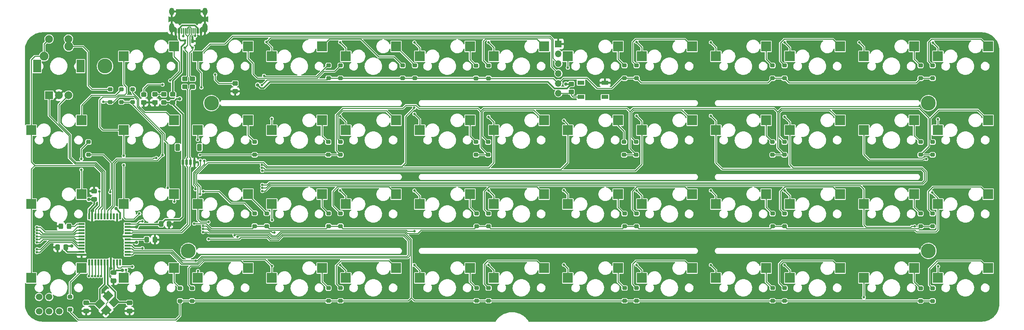
<source format=gbl>
G04 #@! TF.GenerationSoftware,KiCad,Pcbnew,(6.0.5-0)*
G04 #@! TF.CreationDate,2022-08-30T21:44:49-05:00*
G04 #@! TF.ProjectId,pcb,7063622e-6b69-4636-9164-5f7063625858,rev?*
G04 #@! TF.SameCoordinates,Original*
G04 #@! TF.FileFunction,Copper,L2,Bot*
G04 #@! TF.FilePolarity,Positive*
%FSLAX46Y46*%
G04 Gerber Fmt 4.6, Leading zero omitted, Abs format (unit mm)*
G04 Created by KiCad (PCBNEW (6.0.5-0)) date 2022-08-30 21:44:49*
%MOMM*%
%LPD*%
G01*
G04 APERTURE LIST*
G04 Aperture macros list*
%AMRoundRect*
0 Rectangle with rounded corners*
0 $1 Rounding radius*
0 $2 $3 $4 $5 $6 $7 $8 $9 X,Y pos of 4 corners*
0 Add a 4 corners polygon primitive as box body*
4,1,4,$2,$3,$4,$5,$6,$7,$8,$9,$2,$3,0*
0 Add four circle primitives for the rounded corners*
1,1,$1+$1,$2,$3*
1,1,$1+$1,$4,$5*
1,1,$1+$1,$6,$7*
1,1,$1+$1,$8,$9*
0 Add four rect primitives between the rounded corners*
20,1,$1+$1,$2,$3,$4,$5,0*
20,1,$1+$1,$4,$5,$6,$7,0*
20,1,$1+$1,$6,$7,$8,$9,0*
20,1,$1+$1,$8,$9,$2,$3,0*%
%AMRotRect*
0 Rectangle, with rotation*
0 The origin of the aperture is its center*
0 $1 length*
0 $2 width*
0 $3 Rotation angle, in degrees counterclockwise*
0 Add horizontal line*
21,1,$1,$2,0,0,$3*%
G04 Aperture macros list end*
G04 #@! TA.AperFunction,SMDPad,CuDef*
%ADD10R,2.550000X2.500000*%
G04 #@! TD*
G04 #@! TA.AperFunction,ComponentPad*
%ADD11R,2.000000X2.000000*%
G04 #@! TD*
G04 #@! TA.AperFunction,ComponentPad*
%ADD12C,2.000000*%
G04 #@! TD*
G04 #@! TA.AperFunction,ComponentPad*
%ADD13R,2.000000X3.200000*%
G04 #@! TD*
G04 #@! TA.AperFunction,ComponentPad*
%ADD14C,3.800000*%
G04 #@! TD*
G04 #@! TA.AperFunction,ComponentPad*
%ADD15C,2.250000*%
G04 #@! TD*
G04 #@! TA.AperFunction,SMDPad,CuDef*
%ADD16RoundRect,0.250000X0.475000X-0.337500X0.475000X0.337500X-0.475000X0.337500X-0.475000X-0.337500X0*%
G04 #@! TD*
G04 #@! TA.AperFunction,SMDPad,CuDef*
%ADD17RoundRect,0.250000X0.350000X-0.250000X0.350000X0.250000X-0.350000X0.250000X-0.350000X-0.250000X0*%
G04 #@! TD*
G04 #@! TA.AperFunction,ComponentPad*
%ADD18O,1.700000X1.700000*%
G04 #@! TD*
G04 #@! TA.AperFunction,ComponentPad*
%ADD19R,1.700000X1.700000*%
G04 #@! TD*
G04 #@! TA.AperFunction,SMDPad,CuDef*
%ADD20R,1.800000X1.100000*%
G04 #@! TD*
G04 #@! TA.AperFunction,SMDPad,CuDef*
%ADD21R,0.500000X1.500000*%
G04 #@! TD*
G04 #@! TA.AperFunction,SMDPad,CuDef*
%ADD22R,1.500000X0.500000*%
G04 #@! TD*
G04 #@! TA.AperFunction,SMDPad,CuDef*
%ADD23RoundRect,0.250000X-0.475000X0.337500X-0.475000X-0.337500X0.475000X-0.337500X0.475000X0.337500X0*%
G04 #@! TD*
G04 #@! TA.AperFunction,SMDPad,CuDef*
%ADD24RotRect,2.100000X1.800000X225.000000*%
G04 #@! TD*
G04 #@! TA.AperFunction,SMDPad,CuDef*
%ADD25RoundRect,0.249999X0.450001X-0.325001X0.450001X0.325001X-0.450001X0.325001X-0.450001X-0.325001X0*%
G04 #@! TD*
G04 #@! TA.AperFunction,SMDPad,CuDef*
%ADD26RoundRect,0.150000X-0.150000X-0.575000X0.150000X-0.575000X0.150000X0.575000X-0.150000X0.575000X0*%
G04 #@! TD*
G04 #@! TA.AperFunction,SMDPad,CuDef*
%ADD27RoundRect,0.075000X-0.075000X-0.650000X0.075000X-0.650000X0.075000X0.650000X-0.075000X0.650000X0*%
G04 #@! TD*
G04 #@! TA.AperFunction,ComponentPad*
%ADD28O,1.300000X2.400000*%
G04 #@! TD*
G04 #@! TA.AperFunction,ComponentPad*
%ADD29O,1.300000X1.900000*%
G04 #@! TD*
G04 #@! TA.AperFunction,SMDPad,CuDef*
%ADD30RoundRect,0.249999X-0.450001X0.325001X-0.450001X-0.325001X0.450001X-0.325001X0.450001X0.325001X0*%
G04 #@! TD*
G04 #@! TA.AperFunction,SMDPad,CuDef*
%ADD31RoundRect,0.250000X0.337500X0.475000X-0.337500X0.475000X-0.337500X-0.475000X0.337500X-0.475000X0*%
G04 #@! TD*
G04 #@! TA.AperFunction,SMDPad,CuDef*
%ADD32RoundRect,0.250000X-0.337500X-0.475000X0.337500X-0.475000X0.337500X0.475000X-0.337500X0.475000X0*%
G04 #@! TD*
G04 #@! TA.AperFunction,SMDPad,CuDef*
%ADD33RoundRect,0.249999X-0.325001X-0.450001X0.325001X-0.450001X0.325001X0.450001X-0.325001X0.450001X0*%
G04 #@! TD*
G04 #@! TA.AperFunction,SMDPad,CuDef*
%ADD34R,0.700000X1.000000*%
G04 #@! TD*
G04 #@! TA.AperFunction,SMDPad,CuDef*
%ADD35R,0.700000X0.600000*%
G04 #@! TD*
G04 #@! TA.AperFunction,ComponentPad*
%ADD36C,1.700000*%
G04 #@! TD*
G04 #@! TA.AperFunction,SMDPad,CuDef*
%ADD37RoundRect,0.150000X-0.150000X-0.625000X0.150000X-0.625000X0.150000X0.625000X-0.150000X0.625000X0*%
G04 #@! TD*
G04 #@! TA.AperFunction,SMDPad,CuDef*
%ADD38RoundRect,0.250000X-0.350000X-0.650000X0.350000X-0.650000X0.350000X0.650000X-0.350000X0.650000X0*%
G04 #@! TD*
G04 #@! TA.AperFunction,ViaPad*
%ADD39C,0.650000*%
G04 #@! TD*
G04 #@! TA.AperFunction,ViaPad*
%ADD40C,0.900000*%
G04 #@! TD*
G04 #@! TA.AperFunction,Conductor*
%ADD41C,0.250000*%
G04 #@! TD*
G04 #@! TA.AperFunction,Conductor*
%ADD42C,0.400000*%
G04 #@! TD*
G04 #@! TA.AperFunction,Conductor*
%ADD43C,0.200000*%
G04 #@! TD*
G04 APERTURE END LIST*
D10*
X98855225Y-50653950D03*
X111782225Y-48113950D03*
X117905225Y-50653950D03*
X130832225Y-48113950D03*
X194105225Y-50653950D03*
X207032225Y-48113950D03*
X175055225Y-50653950D03*
X187982225Y-48113950D03*
X156005225Y-50653950D03*
X168932225Y-48113950D03*
X79805225Y-50653950D03*
X92732225Y-48113950D03*
X213155225Y-50653950D03*
X226082225Y-48113950D03*
X232205225Y-50653950D03*
X245132225Y-48113950D03*
X79805225Y-69703950D03*
X92732225Y-67163950D03*
X98855225Y-69703950D03*
X111782225Y-67163950D03*
X136960399Y-69703950D03*
X149887399Y-67163950D03*
X270305225Y-50653950D03*
X283232225Y-48113950D03*
X156005225Y-69703950D03*
X168932225Y-67163950D03*
X175055225Y-69703950D03*
X187982225Y-67163950D03*
X194105225Y-69703950D03*
X207032225Y-67163950D03*
X98855225Y-107803950D03*
X111782225Y-105263950D03*
X117905225Y-107803950D03*
X130832225Y-105263950D03*
X136955225Y-107803950D03*
X149882225Y-105263950D03*
X156005225Y-107803950D03*
X168932225Y-105263950D03*
X175055225Y-107803950D03*
X187982225Y-105263950D03*
X213155225Y-107803950D03*
X226082225Y-105263950D03*
X232205225Y-107803950D03*
X245132225Y-105263950D03*
X251255225Y-107803950D03*
X264182225Y-105263950D03*
X270305225Y-107803950D03*
X283232225Y-105263950D03*
X194105225Y-107803950D03*
X207032225Y-105263950D03*
X270305225Y-88753950D03*
X283232225Y-86213950D03*
X251255225Y-88753950D03*
X264182225Y-86213950D03*
X213155225Y-88753950D03*
X226082225Y-86213950D03*
X175055225Y-88753950D03*
X187982225Y-86213950D03*
X136955225Y-88753950D03*
X149882225Y-86213950D03*
X79805225Y-88753950D03*
X92732225Y-86213950D03*
X156005225Y-88753950D03*
X168932225Y-86213950D03*
X289355225Y-69703950D03*
X302282225Y-67163950D03*
X117905225Y-88753950D03*
X130832225Y-86213950D03*
X98855225Y-88753950D03*
X111782225Y-86213950D03*
X251255225Y-69703950D03*
X264182225Y-67163950D03*
X232205225Y-69703950D03*
X245132225Y-67163950D03*
X270305225Y-69703950D03*
X283232225Y-67163950D03*
X289355225Y-107803950D03*
X302282225Y-105263950D03*
X289355225Y-88753950D03*
X302282225Y-86213950D03*
X289355225Y-50653950D03*
X302282225Y-48113950D03*
D11*
X60577713Y-60693958D03*
D12*
X65577713Y-60693958D03*
X63077713Y-60693958D03*
D13*
X57477713Y-53193958D03*
X68677713Y-53193958D03*
D12*
X65577713Y-46193958D03*
X60577713Y-46193958D03*
D10*
X136955225Y-50653950D03*
X149882225Y-48113950D03*
X55992713Y-107804006D03*
X68919713Y-105264006D03*
X55992713Y-69703974D03*
X68919713Y-67163974D03*
X55992713Y-88753990D03*
X68919713Y-86213990D03*
X194105225Y-88753950D03*
X207032225Y-86213950D03*
X232205225Y-88753950D03*
X245132225Y-86213950D03*
X79805225Y-107803950D03*
X92732225Y-105263950D03*
X251255225Y-50653950D03*
X264182225Y-48113950D03*
X117905225Y-69703950D03*
X130832225Y-67163950D03*
X213155225Y-69703950D03*
X226082225Y-67163950D03*
D14*
X74983973Y-53193950D03*
X286915393Y-62718958D03*
X286915393Y-100818990D03*
X96415233Y-100818990D03*
X102368363Y-62718958D03*
D15*
X59267713Y-50653958D03*
X65617713Y-48113958D03*
D16*
X72200000Y-87506450D03*
X72200000Y-85431450D03*
D17*
X116590225Y-94443950D03*
X116590225Y-91143950D03*
X208590225Y-76043950D03*
X208590225Y-72743950D03*
X170490225Y-76043950D03*
X170490225Y-72743950D03*
X135581415Y-76043950D03*
X135581415Y-72743950D03*
X113490225Y-76043950D03*
X113490225Y-72743950D03*
X284890625Y-56306250D03*
X284890625Y-53006250D03*
X249881415Y-56306250D03*
X249881415Y-53006250D03*
X211781415Y-56306250D03*
X211781415Y-53006250D03*
X208681415Y-56306250D03*
X208681415Y-53006250D03*
X173651789Y-56333377D03*
X173651789Y-53033377D03*
X170476789Y-56333377D03*
X170476789Y-53033377D03*
X154751789Y-56306250D03*
X154751789Y-53006250D03*
X287990625Y-113750000D03*
X287990625Y-110450000D03*
X284890625Y-113750000D03*
X284890625Y-110450000D03*
X249890625Y-113713123D03*
X249890625Y-110413123D03*
X246790625Y-113706250D03*
X246790625Y-110406250D03*
X211783999Y-113706250D03*
X211783999Y-110406250D03*
X208700000Y-113706250D03*
X208700000Y-110406250D03*
X211790625Y-94506250D03*
X211790625Y-91206250D03*
X284890625Y-76043950D03*
X284890625Y-72743950D03*
X208690625Y-94506250D03*
X208690625Y-91206250D03*
X170585999Y-94506250D03*
X170585999Y-91206250D03*
X132490225Y-94443950D03*
X132490225Y-91143950D03*
X287990625Y-76043950D03*
X287990625Y-72743950D03*
X284890625Y-94506250D03*
X284890625Y-91206250D03*
X249890625Y-94506250D03*
X249890625Y-91206250D03*
X246790625Y-94506250D03*
X246790625Y-91206250D03*
X173690625Y-113706250D03*
X173690625Y-110406250D03*
X151576789Y-56306250D03*
X151576789Y-53006250D03*
X211690225Y-76043950D03*
X211690225Y-72743950D03*
D18*
X191665313Y-60143950D03*
X191665313Y-49983950D03*
X191665313Y-55063950D03*
X191665313Y-57603950D03*
X191665313Y-52523950D03*
D19*
X191665313Y-47443950D03*
D17*
X287990625Y-56306250D03*
X287990625Y-53006250D03*
X66000000Y-115950000D03*
X66000000Y-112650000D03*
X79200000Y-62443950D03*
X79200000Y-59143950D03*
X70700000Y-72743950D03*
X70700000Y-76043950D03*
D20*
X203690225Y-57443950D03*
X197490225Y-61143950D03*
X203690225Y-61143950D03*
X197490225Y-57443950D03*
D21*
X78865225Y-91968950D03*
X78065225Y-91968950D03*
X77265225Y-91968950D03*
X76465225Y-91968950D03*
X75665225Y-91968950D03*
X74865225Y-91968950D03*
X74065225Y-91968950D03*
X73265225Y-91968950D03*
X72465225Y-91968950D03*
X71665225Y-91968950D03*
X70865225Y-91968950D03*
D22*
X68965225Y-93868950D03*
X68965225Y-94668950D03*
X68965225Y-95468950D03*
X68965225Y-96268950D03*
X68965225Y-97068950D03*
X68965225Y-97868950D03*
X68965225Y-98668950D03*
X68965225Y-99468950D03*
X68965225Y-100268950D03*
X68965225Y-101068950D03*
X68965225Y-101868950D03*
D21*
X70865225Y-103768950D03*
X71665225Y-103768950D03*
X72465225Y-103768950D03*
X73265225Y-103768950D03*
X74065225Y-103768950D03*
X74865225Y-103768950D03*
X75665225Y-103768950D03*
X76465225Y-103768950D03*
X77265225Y-103768950D03*
X78065225Y-103768950D03*
X78865225Y-103768950D03*
D22*
X80765225Y-101868950D03*
X80765225Y-101068950D03*
X80765225Y-100268950D03*
X80765225Y-99468950D03*
X80765225Y-98668950D03*
X80765225Y-97868950D03*
X80765225Y-97068950D03*
X80765225Y-96268950D03*
X80765225Y-95468950D03*
X80765225Y-94668950D03*
X80765225Y-93868950D03*
D23*
X77165225Y-106431450D03*
X77165225Y-108506450D03*
X70165225Y-114231450D03*
X70165225Y-116306450D03*
X81265225Y-116306450D03*
X81265225Y-114231450D03*
D24*
X77303703Y-114056818D03*
X75253093Y-116107428D03*
X73626747Y-114481082D03*
X75677357Y-112430472D03*
D25*
X92390225Y-62518950D03*
X92390225Y-60468950D03*
D26*
X93165217Y-44091450D03*
X93965217Y-44091450D03*
D27*
X95165217Y-44091450D03*
X96161217Y-44091450D03*
X96665217Y-44091450D03*
X97665217Y-44091450D03*
D26*
X99665217Y-44091450D03*
X98865217Y-44091450D03*
D27*
X98165217Y-44091450D03*
X97165217Y-44091450D03*
X95665217Y-44091450D03*
X94665217Y-44091450D03*
D28*
X100715217Y-43316450D03*
D29*
X100715217Y-39116450D03*
X92115217Y-39116450D03*
D28*
X92115217Y-43316450D03*
D25*
X97490625Y-58518950D03*
X97490625Y-56468950D03*
X84940225Y-62568950D03*
X84940225Y-60518950D03*
D30*
X90090225Y-60468950D03*
X90090225Y-62518950D03*
D25*
X87790225Y-62518950D03*
X87790225Y-60468950D03*
D17*
X135590625Y-113706250D03*
X135590625Y-110406250D03*
X132490625Y-113713123D03*
X132490625Y-110413123D03*
D31*
X64837500Y-99900000D03*
X62762500Y-99900000D03*
D25*
X95490625Y-58518950D03*
X95490625Y-56468950D03*
D32*
X89412500Y-93850000D03*
X91487500Y-93850000D03*
X87802725Y-97900000D03*
X85727725Y-97900000D03*
D33*
X65690225Y-94500000D03*
X63640225Y-94500000D03*
D17*
X82090225Y-62443950D03*
X82090225Y-59143950D03*
X94290225Y-113743950D03*
X94290225Y-110443950D03*
X97390225Y-113743950D03*
X97390225Y-110443950D03*
X170590625Y-113706250D03*
X170590625Y-110406250D03*
X135590225Y-94443950D03*
X135590225Y-91143950D03*
X173650000Y-94506250D03*
X173650000Y-91206250D03*
X287990625Y-94506250D03*
X287990625Y-91206250D03*
X113490225Y-94443950D03*
X113490225Y-91143950D03*
X135581415Y-56306250D03*
X135581415Y-53006250D03*
X76300000Y-59143950D03*
X76300000Y-62443950D03*
X246781415Y-56306250D03*
X246781415Y-53006250D03*
X132490625Y-56299950D03*
X132490625Y-52999950D03*
D25*
X194990225Y-59818950D03*
X194990225Y-57768950D03*
D17*
X249881415Y-76043950D03*
X249881415Y-72743950D03*
X246781415Y-76043950D03*
X246781415Y-72743950D03*
X173590225Y-76043950D03*
X173590225Y-72743950D03*
X132431415Y-76043950D03*
X132431415Y-72743950D03*
D25*
X108465225Y-59693950D03*
X108465225Y-57643950D03*
D34*
X97490625Y-46743950D03*
D35*
X97490625Y-48443950D03*
X95490625Y-48443950D03*
X95490625Y-46543950D03*
D36*
X58000000Y-116400000D03*
X60600000Y-116400000D03*
X63200000Y-116400000D03*
X58000000Y-112700000D03*
X60600000Y-112700000D03*
D37*
X94990225Y-77993950D03*
X95990225Y-77993950D03*
X96990225Y-77993950D03*
X97990225Y-77993950D03*
D38*
X99290225Y-74118950D03*
X93690225Y-74118950D03*
D39*
X57452713Y-100389455D03*
X57452713Y-101168958D03*
X98852713Y-72168958D03*
X83800000Y-91200000D03*
D40*
X77800000Y-89900000D03*
D39*
X73979503Y-107300000D03*
X73200000Y-107300000D03*
X70840994Y-107300000D03*
X71620497Y-107300000D03*
X72400000Y-107300000D03*
X92900000Y-94800000D03*
X82900000Y-66700000D03*
X98275725Y-84927970D03*
X89300000Y-97900000D03*
X99400000Y-76100000D03*
D40*
X114265118Y-58034882D03*
X94200000Y-61600000D03*
X66440940Y-99559060D03*
D39*
X154554128Y-63938315D03*
X99434725Y-86200000D03*
X100200000Y-95959006D03*
X100200000Y-95179503D03*
X100200000Y-94400000D03*
X97900000Y-93800000D03*
X101600000Y-93400000D03*
X82022571Y-104922571D03*
X92800000Y-88100000D03*
D40*
X83048138Y-94651862D03*
X83048138Y-98651862D03*
D39*
X79800000Y-78700000D03*
X79800000Y-76300000D03*
X80412802Y-105712802D03*
X84600000Y-100109930D03*
X74500000Y-62400000D03*
X100300000Y-85507470D03*
X68900000Y-77100000D03*
X68900000Y-79900000D03*
X76340980Y-85687010D03*
X108317490Y-96782490D03*
X100500000Y-77600000D03*
X99500000Y-77500000D03*
X101600000Y-97800000D03*
X98334003Y-103334015D03*
X109100000Y-97200000D03*
X91100000Y-84600000D03*
X115300000Y-58073450D03*
D40*
X79400000Y-105800000D03*
D39*
X88190231Y-76890231D03*
X89806050Y-76093950D03*
X73500000Y-85500000D03*
X154590625Y-95709375D03*
D40*
X70831050Y-87568950D03*
D39*
X118590225Y-96043950D03*
X115368756Y-78617901D03*
X115354987Y-79397282D03*
X115465225Y-80168950D03*
X115465225Y-83789447D03*
X115465225Y-84568950D03*
X115465225Y-85368950D03*
X57465368Y-94689929D03*
X57464747Y-95469431D03*
X57465225Y-98627956D03*
X57465225Y-97848453D03*
X57465225Y-96289447D03*
X57465225Y-97068950D03*
X84565225Y-93168950D03*
X115911125Y-55668950D03*
X91735725Y-56893950D03*
D40*
X193590225Y-57793950D03*
D39*
X99790225Y-58693950D03*
X98890225Y-105993950D03*
X117940225Y-104743950D03*
X117905225Y-66741650D03*
X117940225Y-92843950D03*
X116490625Y-46956250D03*
X135490625Y-47056250D03*
X135490625Y-85256250D03*
X135490625Y-104456250D03*
X135490625Y-66094350D03*
X154590625Y-104456250D03*
X154590625Y-47056250D03*
X154590625Y-85256250D03*
X154590625Y-65493550D03*
X173690625Y-66244350D03*
X173690625Y-85256250D03*
X173690625Y-104456250D03*
X173690625Y-47056250D03*
X193099994Y-67203719D03*
X193090225Y-85193950D03*
X194090225Y-53593950D03*
X193090225Y-104393950D03*
X211790625Y-104456250D03*
X211790625Y-85256250D03*
X211790625Y-65994350D03*
X211790625Y-46956250D03*
X230890625Y-85256250D03*
X230890625Y-47056250D03*
X230890625Y-65994350D03*
X230890625Y-104456250D03*
X249890625Y-104456250D03*
X249890625Y-47056250D03*
X249890625Y-85256250D03*
X249890625Y-66243550D03*
X286343215Y-77134930D03*
X269090625Y-47056250D03*
X283365225Y-94468950D03*
X270290225Y-112793950D03*
X289365225Y-66868950D03*
X289390225Y-104793950D03*
X287865225Y-85768950D03*
X288090625Y-47156250D03*
X103340225Y-55393950D03*
X98190225Y-45393950D03*
X95146515Y-45410167D03*
X89790225Y-57943950D03*
D41*
X64014161Y-98207510D02*
X66650821Y-98207510D01*
X58395494Y-100389455D02*
X57452713Y-100389455D01*
X64014161Y-98207510D02*
X60577439Y-98207510D01*
X59884352Y-98900597D02*
X58395494Y-100389455D01*
X60577439Y-98207510D02*
X59884352Y-98900597D01*
X57452713Y-101168958D02*
X58152713Y-101168958D01*
X60734641Y-98587030D02*
X66465225Y-98587030D01*
X58152713Y-101168958D02*
X60734641Y-98587030D01*
X66465225Y-98587030D02*
X68147145Y-100268950D01*
X68147145Y-100268950D02*
X68965225Y-100268950D01*
X97490625Y-58518950D02*
X96740625Y-59268950D01*
X96740625Y-59268950D02*
X96740625Y-76593950D01*
X96990225Y-76843550D02*
X96740625Y-76593950D01*
X96990225Y-77993950D02*
X96990225Y-76843550D01*
X95990225Y-77993950D02*
X95990225Y-76844350D01*
X96240625Y-59268950D02*
X96240625Y-76593950D01*
X95490625Y-58518950D02*
X96240625Y-59268950D01*
X95990225Y-76844350D02*
X96240625Y-76593950D01*
X98855225Y-72166446D02*
X98852713Y-72168958D01*
X98855225Y-72028950D02*
X98855225Y-72166446D01*
X76540960Y-84880711D02*
X76540960Y-78040960D01*
X76340980Y-85687010D02*
X76340980Y-85080691D01*
X76340980Y-85080691D02*
X76540960Y-84880711D01*
X82410550Y-92589450D02*
X82500000Y-92500000D01*
X80189450Y-92589450D02*
X82410550Y-92589450D01*
X83800000Y-91200000D02*
X82500000Y-92500000D01*
X79805225Y-92205225D02*
X80189450Y-92589450D01*
X79805225Y-88753950D02*
X79805225Y-92205225D01*
X80765225Y-93868950D02*
X83131050Y-93868950D01*
X83831050Y-93168950D02*
X84565225Y-93168950D01*
X83131050Y-93868950D02*
X83831050Y-93168950D01*
X75665225Y-90398053D02*
X75665225Y-91968950D01*
D42*
X78865225Y-90965225D02*
X77800000Y-89900000D01*
X78865225Y-91968950D02*
X78865225Y-90965225D01*
X89412500Y-93850000D02*
X90467020Y-92795480D01*
X94204520Y-92795480D02*
X94990225Y-92009775D01*
X94990225Y-92009775D02*
X94990225Y-77993950D01*
X90467020Y-92795480D02*
X94204520Y-92795480D01*
D41*
X66650821Y-98207510D02*
X67912261Y-99468950D01*
X67912261Y-99468950D02*
X68965225Y-99468950D01*
X74065225Y-107214278D02*
X73979503Y-107300000D01*
X74065225Y-103768950D02*
X74065225Y-107214278D01*
X73265225Y-107234775D02*
X73200000Y-107300000D01*
X73265225Y-103768950D02*
X73265225Y-107234775D01*
X70865225Y-107275769D02*
X70840994Y-107300000D01*
X70865225Y-104865225D02*
X70865225Y-107275769D01*
X71665225Y-107255272D02*
X71620497Y-107300000D01*
X71665225Y-105079520D02*
X71665225Y-107255272D01*
X72465225Y-107234775D02*
X72400000Y-107300000D01*
X72465225Y-103768950D02*
X72465225Y-107234775D01*
X92100000Y-94000000D02*
X92900000Y-94800000D01*
X91437500Y-94000000D02*
X92100000Y-94000000D01*
X97700000Y-80700000D02*
X97700000Y-83700000D01*
X98275725Y-84275725D02*
X97700000Y-83700000D01*
X98275725Y-84927970D02*
X98275725Y-84275725D01*
X71665225Y-103768950D02*
X71665225Y-105079520D01*
X66000000Y-115950000D02*
X66000000Y-116550000D01*
X66000000Y-116550000D02*
X68050000Y-118600000D01*
X94290225Y-117509775D02*
X94290225Y-113743950D01*
X68050000Y-118600000D02*
X93200000Y-118600000D01*
X93200000Y-118600000D02*
X94290225Y-117509775D01*
X66000000Y-108900000D02*
X66000000Y-112650000D01*
X70865225Y-103768950D02*
X70865225Y-104865225D01*
X87802725Y-97900000D02*
X89300000Y-97900000D01*
D42*
X89362500Y-94000000D02*
X83700000Y-94000000D01*
X83700000Y-94000000D02*
X83048138Y-94651862D01*
D41*
X154590625Y-95709375D02*
X152746097Y-95709375D01*
X102107228Y-95443950D02*
X101042778Y-94379500D01*
X152746097Y-95709375D02*
X152480672Y-95443950D01*
X152480672Y-95443950D02*
X102107228Y-95443950D01*
X101042778Y-94379500D02*
X100220500Y-94379500D01*
X100220500Y-94379500D02*
X100200000Y-94400000D01*
X120176530Y-95823470D02*
X152323470Y-95823470D01*
X155500000Y-96300000D02*
X152800000Y-96300000D01*
X152800000Y-96300000D02*
X152323470Y-95823470D01*
X108317490Y-96782490D02*
X108517470Y-96582510D01*
X117842798Y-97279520D02*
X119323470Y-97279520D01*
X153800000Y-97844636D02*
X153800000Y-112912500D01*
X108517470Y-96582510D02*
X117145788Y-96582510D01*
X117145788Y-96582510D02*
X117842798Y-97279520D01*
X119323470Y-97279520D02*
X120400000Y-96202990D01*
X120400000Y-96202990D02*
X152158354Y-96202990D01*
X152158354Y-96202990D02*
X153800000Y-97844636D01*
X153420480Y-98001838D02*
X153420480Y-102079520D01*
X109337970Y-96962030D02*
X116900000Y-96962030D01*
X116900000Y-96962030D02*
X117637970Y-97700000D01*
X109100000Y-97200000D02*
X109337970Y-96962030D01*
X153420480Y-102079520D02*
X152869611Y-102630389D01*
X117637970Y-97700000D02*
X119439712Y-97700000D01*
X152869611Y-102630389D02*
X99991149Y-102630389D01*
X120557202Y-96582510D02*
X152001152Y-96582510D01*
X98708023Y-103913515D02*
X94913515Y-103913515D01*
X92068950Y-101068950D02*
X80765225Y-101068950D01*
X152001152Y-96582510D02*
X153420480Y-98001838D01*
X119439712Y-97700000D02*
X120557202Y-96582510D01*
X99991149Y-102630389D02*
X98708023Y-103913515D01*
X94913515Y-103913515D02*
X92068950Y-101068950D01*
X101600000Y-97800000D02*
X109500000Y-97800000D01*
X109500000Y-97800000D02*
X109958450Y-97341550D01*
X117480768Y-98079520D02*
X119596914Y-98079520D01*
X116742798Y-97341550D02*
X117480768Y-98079520D01*
X98750801Y-103334015D02*
X98334003Y-103334015D01*
X153040960Y-98159040D02*
X153040960Y-101859040D01*
X153040960Y-101859040D02*
X152649131Y-102250869D01*
X120714404Y-96962030D02*
X151843950Y-96962030D01*
X151843950Y-96962030D02*
X153040960Y-98159040D01*
X109958450Y-97341550D02*
X116742798Y-97341550D01*
X152649131Y-102250869D02*
X99833947Y-102250869D01*
X119596914Y-98079520D02*
X120714404Y-96962030D01*
X99833947Y-102250869D02*
X98750801Y-103334015D01*
X99456050Y-76043950D02*
X99400000Y-76100000D01*
X113490225Y-76043950D02*
X99456050Y-76043950D01*
X80765225Y-97868950D02*
X85696675Y-97868950D01*
X85696675Y-97868950D02*
X85727725Y-97900000D01*
D42*
X115800000Y-58800000D02*
X115030236Y-58800000D01*
X115030236Y-58800000D02*
X114265118Y-58034882D01*
X94990225Y-65609775D02*
X94990225Y-77993950D01*
X92390225Y-62518950D02*
X92390225Y-63009775D01*
X92390225Y-63009775D02*
X94990225Y-65609775D01*
X117400000Y-57200000D02*
X115800000Y-58800000D01*
X190600000Y-58900000D02*
X189100000Y-57400000D01*
X190900000Y-58900000D02*
X190600000Y-58900000D01*
X189100000Y-57400000D02*
X188900000Y-57200000D01*
X188900000Y-57200000D02*
X173300000Y-57200000D01*
X173300000Y-57200000D02*
X117400000Y-57200000D01*
X94200000Y-61600000D02*
X93309175Y-61600000D01*
X93309175Y-61600000D02*
X92390225Y-62518950D01*
X193859175Y-58900000D02*
X190900000Y-58900000D01*
X194990225Y-57768950D02*
X193859175Y-58900000D01*
D41*
X287990625Y-110450000D02*
X287100000Y-109559375D01*
X287100000Y-109559375D02*
X287100000Y-105500000D01*
X287100000Y-105500000D02*
X289200000Y-103400000D01*
X289200000Y-103400000D02*
X295200000Y-103400000D01*
X295200000Y-103400000D02*
X295210571Y-103389429D01*
X300407704Y-103389429D02*
X302282225Y-105263950D01*
X295210571Y-103389429D02*
X300407704Y-103389429D01*
X65690225Y-94500000D02*
X67100000Y-94500000D01*
X67731050Y-93868950D02*
X68965225Y-93868950D01*
X67100000Y-94500000D02*
X67731050Y-93868950D01*
D42*
X68965225Y-101068950D02*
X65268950Y-101068950D01*
X65268950Y-101068950D02*
X64837500Y-100637500D01*
X64837500Y-100637500D02*
X64837500Y-99900000D01*
X66440940Y-99559060D02*
X65178440Y-99559060D01*
X65178440Y-99559060D02*
X64837500Y-99900000D01*
D41*
X152300000Y-78100000D02*
X152300000Y-66192443D01*
X152300000Y-66192443D02*
X154554128Y-63938315D01*
X135581415Y-76043950D02*
X134490225Y-74952760D01*
X170940225Y-64093950D02*
X171665225Y-64818950D01*
X134490225Y-74952760D02*
X134490225Y-65738475D01*
X152400000Y-63300000D02*
X155000000Y-63300000D01*
X134490225Y-65738475D02*
X136134750Y-64093950D01*
X151606050Y-64093950D02*
X152400000Y-63300000D01*
X136134750Y-64093950D02*
X151606050Y-64093950D01*
X155000000Y-63300000D02*
X155793950Y-64093950D01*
X155793950Y-64093950D02*
X170940225Y-64093950D01*
X151369610Y-79030390D02*
X152300000Y-78100000D01*
X115730427Y-78038390D02*
X116646019Y-78953982D01*
X100986722Y-78486722D02*
X101435054Y-78038390D01*
X116722427Y-79030390D02*
X117700000Y-79030390D01*
X101435054Y-78038390D02*
X115730427Y-78038390D01*
X98636722Y-80836722D02*
X100986722Y-78486722D01*
X117700000Y-79030390D02*
X151369610Y-79030390D01*
X116646019Y-78953982D02*
X116722427Y-79030390D01*
X98459040Y-81014404D02*
X98636722Y-80836722D01*
X98459040Y-83342798D02*
X98459040Y-81014404D01*
X99434725Y-86200000D02*
X99434725Y-84318483D01*
X99434725Y-84318483D02*
X98708121Y-83591879D01*
X98708121Y-83591879D02*
X98459040Y-83342798D01*
X100200003Y-95959003D02*
X100200000Y-95959006D01*
X101453023Y-95959003D02*
X100200003Y-95959003D01*
X100200003Y-95179500D02*
X100200000Y-95179503D01*
X101306056Y-95179500D02*
X100200003Y-95179500D01*
X101453023Y-95959003D02*
X101697010Y-96202990D01*
X101697010Y-96202990D02*
X117302990Y-96202990D01*
X117302990Y-96202990D02*
X118000000Y-96900000D01*
X289355225Y-95344775D02*
X289355225Y-88753950D01*
X118000000Y-96900000D02*
X119100000Y-96900000D01*
X283900000Y-95900000D02*
X288800000Y-95900000D01*
X155500000Y-96300000D02*
X156356050Y-95443950D01*
X119100000Y-96900000D02*
X120176530Y-95823470D01*
X283443950Y-95443950D02*
X283900000Y-95900000D01*
X156356050Y-95443950D02*
X283443950Y-95443950D01*
X288800000Y-95900000D02*
X289355225Y-95344775D01*
X102523470Y-95823470D02*
X101950026Y-95823470D01*
X117810705Y-95823470D02*
X102523470Y-95823470D01*
X101363278Y-95236722D02*
X101306056Y-95179500D01*
X101950026Y-95823470D02*
X101363278Y-95236722D01*
X102835570Y-95064430D02*
X102264430Y-95064430D01*
X97900000Y-93800000D02*
X101000000Y-93800000D01*
X101000000Y-93800000D02*
X102264430Y-95064430D01*
X112869745Y-95064430D02*
X102835570Y-95064430D01*
X102835570Y-95064430D02*
X102464430Y-95064430D01*
X113490225Y-94443950D02*
X112869745Y-95064430D01*
X101600000Y-93400000D02*
X99500000Y-93400000D01*
X98855225Y-92744775D02*
X98855225Y-88753950D01*
X99500000Y-93400000D02*
X98855225Y-92755225D01*
X98855225Y-92755225D02*
X98855225Y-92744775D01*
X79003670Y-105200000D02*
X79303670Y-104900000D01*
X79303670Y-104900000D02*
X79800000Y-104900000D01*
X78300000Y-105200000D02*
X79003670Y-105200000D01*
X78065225Y-104965225D02*
X78300000Y-105200000D01*
X79800000Y-104900000D02*
X82000000Y-104900000D01*
X78065225Y-103768950D02*
X78065225Y-104965225D01*
X82000000Y-104900000D02*
X82022571Y-104922571D01*
X92800000Y-86281725D02*
X92732225Y-86213950D01*
X92800000Y-88100000D02*
X92800000Y-86281725D01*
X73265225Y-91968950D02*
X73265225Y-90140960D01*
X74106185Y-80606185D02*
X72300000Y-78800000D01*
X72300000Y-78800000D02*
X56885426Y-78800000D01*
X73265225Y-90140960D02*
X74106185Y-89300000D01*
X74106185Y-89300000D02*
X74106185Y-80606185D01*
X60577713Y-60693958D02*
X60577713Y-65977713D01*
X74485705Y-89844745D02*
X74065225Y-90265225D01*
X60577713Y-65977713D02*
X65700000Y-71100000D01*
X65700000Y-71100000D02*
X65700000Y-76800000D01*
X65700000Y-76800000D02*
X67300000Y-78400000D01*
X74485705Y-80448983D02*
X74485705Y-89844745D01*
X67300000Y-78400000D02*
X72436722Y-78400000D01*
X72436722Y-78400000D02*
X74485705Y-80448983D01*
X74065225Y-90265225D02*
X74065225Y-91968950D01*
X74865225Y-91968950D02*
X74865225Y-80291781D01*
X72593924Y-78020480D02*
X67457202Y-78020480D01*
X67457202Y-78020480D02*
X66079520Y-76642798D01*
X63100000Y-67963278D02*
X63100000Y-63171671D01*
X66079520Y-76642798D02*
X66079520Y-70942798D01*
X74865225Y-80291781D02*
X72593924Y-78020480D01*
X66079520Y-70942798D02*
X63100000Y-67963278D01*
X63100000Y-63171671D02*
X65577713Y-60693958D01*
D42*
X80765225Y-94668950D02*
X83031050Y-94668950D01*
X83031050Y-94668950D02*
X83048138Y-94651862D01*
X83031050Y-98668950D02*
X83048138Y-98651862D01*
X80765225Y-98668950D02*
X83031050Y-98668950D01*
D41*
X79805225Y-50653950D02*
X79805225Y-57905225D01*
X79805225Y-57905225D02*
X80500000Y-58600000D01*
X80500000Y-60100000D02*
X80035570Y-60564430D01*
X80500000Y-58600000D02*
X80500000Y-60100000D01*
X80035570Y-60564430D02*
X78386748Y-60564430D01*
X73600000Y-61900000D02*
X73600000Y-68900000D01*
X78386748Y-60564430D02*
X77871658Y-61079520D01*
X77871658Y-61079520D02*
X74420480Y-61079520D01*
X74420480Y-61079520D02*
X73600000Y-61900000D01*
X73600000Y-68900000D02*
X74403950Y-69703950D01*
X74403950Y-69703950D02*
X79805225Y-69703950D01*
X79805225Y-88753950D02*
X79805225Y-78705225D01*
X79800000Y-76300000D02*
X79805225Y-76294775D01*
X79805225Y-78705225D02*
X79800000Y-78700000D01*
X79805225Y-76294775D02*
X79805225Y-69703950D01*
X80412802Y-107196373D02*
X79805225Y-107803950D01*
X80412802Y-105712802D02*
X80412802Y-107196373D01*
X82490070Y-100109930D02*
X84600000Y-100109930D01*
X80765225Y-99468950D02*
X81849090Y-99468950D01*
X81849090Y-99468950D02*
X82490070Y-100109930D01*
X79200000Y-59143950D02*
X77643950Y-60700000D01*
X77643950Y-60700000D02*
X71500000Y-60700000D01*
X71500000Y-60700000D02*
X68919713Y-63280287D01*
X68919713Y-63280287D02*
X68919713Y-67163974D01*
X74500000Y-62400000D02*
X76256050Y-62400000D01*
X76256050Y-62400000D02*
X76300000Y-62443950D01*
X104307470Y-85507470D02*
X100300000Y-85507470D01*
X105600000Y-86800000D02*
X104307470Y-85507470D01*
X107300000Y-88500000D02*
X105600000Y-86800000D01*
X113490225Y-91143950D02*
X110846275Y-88500000D01*
X110846275Y-88500000D02*
X107300000Y-88500000D01*
X68919713Y-105264006D02*
X68919713Y-105980287D01*
X68919713Y-105980287D02*
X66000000Y-108900000D01*
X68919713Y-86213990D02*
X68919713Y-79919713D01*
X68919713Y-79919713D02*
X68900000Y-79900000D01*
X68900000Y-77100000D02*
X68900000Y-74543950D01*
X68900000Y-74543950D02*
X70700000Y-72743950D01*
X76540960Y-78040960D02*
X74543950Y-76043950D01*
X74543950Y-76043950D02*
X70700000Y-76043950D01*
X88190231Y-76890231D02*
X87509769Y-76890231D01*
X87509769Y-76890231D02*
X87279520Y-77120480D01*
X87279520Y-77120480D02*
X77942798Y-77120480D01*
X77942798Y-77120480D02*
X76920480Y-78142798D01*
X76920480Y-78142798D02*
X76920480Y-89142798D01*
X76920480Y-89142798D02*
X75665225Y-90398053D01*
X76465225Y-91968950D02*
X76465225Y-90134775D01*
X77300000Y-78300000D02*
X78100000Y-77500000D01*
X76465225Y-90134775D02*
X77300000Y-89300000D01*
X77300000Y-89300000D02*
X77300000Y-78300000D01*
X78100000Y-77500000D02*
X88400000Y-77500000D01*
X88400000Y-77500000D02*
X89806050Y-76093950D01*
X55992713Y-69703974D02*
X55992713Y-77907287D01*
X55992713Y-77907287D02*
X56885426Y-78800000D01*
X55992713Y-79692713D02*
X55992713Y-88753990D01*
X56885426Y-78800000D02*
X55992713Y-79692713D01*
X65617713Y-48113958D02*
X69313958Y-48113958D01*
X69313958Y-48113958D02*
X70600000Y-49400000D01*
X70600000Y-49400000D02*
X70600000Y-58187900D01*
X70600000Y-58187900D02*
X71556050Y-59143950D01*
X71556050Y-59143950D02*
X76300000Y-59143950D01*
X100500000Y-77600000D02*
X100500000Y-78436722D01*
X98079520Y-80857202D02*
X98079520Y-83500000D01*
X98079520Y-83500000D02*
X98855225Y-84275705D01*
X100500000Y-78436722D02*
X98079520Y-80857202D01*
X98855225Y-84275705D02*
X98855225Y-88753950D01*
X99500000Y-77500000D02*
X99500000Y-78900000D01*
X99500000Y-78900000D02*
X97700000Y-80700000D01*
X135590625Y-113706250D02*
X153006250Y-113706250D01*
X153006250Y-113706250D02*
X153800000Y-112912500D01*
X153800000Y-112912500D02*
X154593750Y-113706250D01*
X155093750Y-113706250D02*
X154593750Y-113706250D01*
X94870737Y-103334015D02*
X98334003Y-103334015D01*
X92518361Y-100981639D02*
X94870737Y-103334015D01*
X82300000Y-100689430D02*
X92226152Y-100689430D01*
X92226152Y-100689430D02*
X92518361Y-100981639D01*
X117940225Y-104743950D02*
X116206184Y-103009909D01*
X116206184Y-103009909D02*
X100148351Y-103009909D01*
X100148351Y-103009909D02*
X98865225Y-104293035D01*
X81979520Y-101868950D02*
X80765225Y-101868950D01*
X98865225Y-104293035D02*
X94693035Y-104293035D01*
X94693035Y-104293035D02*
X91848470Y-101448470D01*
X91848470Y-101448470D02*
X82400000Y-101448470D01*
X82400000Y-101448470D02*
X81979520Y-101868950D01*
X81879520Y-100268950D02*
X82300000Y-100689430D01*
X80765225Y-100268950D02*
X81879520Y-100268950D01*
X82090225Y-59143950D02*
X82090225Y-60132093D01*
X82090225Y-60132093D02*
X83590225Y-61632093D01*
X83590225Y-61632093D02*
X83590225Y-63516781D01*
X83590225Y-63516781D02*
X85167394Y-65093950D01*
X85167394Y-65093950D02*
X90662225Y-65093950D01*
X90662225Y-65093950D02*
X92732225Y-67163950D01*
X76300000Y-62443950D02*
X77043950Y-62443950D01*
X91100000Y-73140816D02*
X91100000Y-84600000D01*
X77043950Y-62443950D02*
X78543950Y-60943950D01*
X78543950Y-60943950D02*
X82365360Y-60943950D01*
X82365360Y-60943950D02*
X83210705Y-61789295D01*
X83210705Y-61789295D02*
X83210705Y-63673983D01*
X83210705Y-63673983D02*
X90185570Y-70648848D01*
X90185570Y-70648848D02*
X90185570Y-72226386D01*
X90185570Y-72226386D02*
X91100000Y-73140816D01*
X132490625Y-56299950D02*
X132090575Y-56700000D01*
X128600000Y-56700000D02*
X116673450Y-56700000D01*
X132090575Y-56700000D02*
X128600000Y-56700000D01*
X116673450Y-56700000D02*
X115300000Y-58073450D01*
X82090225Y-62443950D02*
X79200000Y-62443950D01*
D42*
X77796675Y-105800000D02*
X79400000Y-105800000D01*
X77165225Y-106431450D02*
X77796675Y-105800000D01*
D41*
X155093750Y-113706250D02*
X173690625Y-113706250D01*
X96740225Y-79259775D02*
X96740225Y-94047504D01*
X96990225Y-77993950D02*
X96990225Y-79009775D01*
X96990225Y-79009775D02*
X96740225Y-79259775D01*
X96240225Y-79240225D02*
X96240225Y-93840396D01*
X95990225Y-77993950D02*
X95990225Y-78990225D01*
X95990225Y-78990225D02*
X96240225Y-79240225D01*
X82090225Y-62443950D02*
X82090225Y-63090225D01*
X82090225Y-63090225D02*
X89806050Y-70806050D01*
X89806050Y-70806050D02*
X89806050Y-76093950D01*
X65577713Y-46193958D02*
X65577713Y-48073958D01*
X65577713Y-48073958D02*
X65617713Y-48113958D01*
X59267713Y-50653958D02*
X59267713Y-47503958D01*
X59267713Y-47503958D02*
X60577713Y-46193958D01*
X55992713Y-69703974D02*
X55992713Y-51569936D01*
X55992713Y-51569936D02*
X56908691Y-50653958D01*
X56908691Y-50653958D02*
X59267713Y-50653958D01*
X55992713Y-88753990D02*
X55992713Y-107804006D01*
X73500000Y-89100000D02*
X72465225Y-90134775D01*
X73500000Y-85500000D02*
X73500000Y-89100000D01*
X72465225Y-90134775D02*
X72465225Y-91968950D01*
D42*
X72200000Y-87506450D02*
X70893550Y-87506450D01*
X70893550Y-87506450D02*
X70831050Y-87568950D01*
X72200000Y-87506450D02*
X72200000Y-88800000D01*
X70865225Y-90134775D02*
X70865225Y-91968950D01*
X72200000Y-88800000D02*
X70865225Y-90134775D01*
D41*
X118590225Y-96043950D02*
X118031185Y-96043950D01*
X118031185Y-96043950D02*
X117810705Y-95823470D01*
X115368756Y-78617901D02*
X115773216Y-78617901D01*
X115773216Y-78617901D02*
X116565225Y-79409910D01*
X116565225Y-79409910D02*
X173724265Y-79409910D01*
X173724265Y-79409910D02*
X175055225Y-78078950D01*
X175055225Y-78078950D02*
X175055225Y-69703950D01*
X192344745Y-79789430D02*
X194105225Y-78028950D01*
X116165225Y-79789430D02*
X192344745Y-79789430D01*
X115354987Y-79397282D02*
X115773077Y-79397282D01*
X115773077Y-79397282D02*
X116165225Y-79789430D01*
X194105225Y-78028950D02*
X194105225Y-69703950D01*
X115465225Y-80168950D02*
X211465225Y-80168950D01*
X211465225Y-80168950D02*
X213155225Y-78478950D01*
X213155225Y-78478950D02*
X213155225Y-69703950D01*
X117533306Y-83200869D02*
X285296584Y-83200869D01*
X115465225Y-83789447D02*
X116671284Y-83789447D01*
X116671284Y-83789447D02*
X117259862Y-83200869D01*
X117259862Y-83200869D02*
X117533306Y-83200869D01*
X118176664Y-83580389D02*
X285453786Y-83580389D01*
X118176664Y-83580389D02*
X117417064Y-83580389D01*
X117417064Y-83580389D02*
X116428503Y-84568950D01*
X269356184Y-83959909D02*
X117756184Y-83959909D01*
X116165225Y-85368950D02*
X117574266Y-83959909D01*
X117574266Y-83959909D02*
X117756184Y-83959909D01*
X115465225Y-84568950D02*
X116428503Y-84568950D01*
X115465225Y-85368950D02*
X116165225Y-85368950D01*
X285296584Y-83200869D02*
X285885705Y-82611748D01*
X232205225Y-78108950D02*
X232205225Y-69703950D01*
X285885705Y-82611748D02*
X285885705Y-80526152D01*
X285885705Y-80526152D02*
X285108023Y-79748470D01*
X285108023Y-79748470D02*
X233844745Y-79748470D01*
X233844745Y-79748470D02*
X232205225Y-78108950D01*
X286265225Y-80368950D02*
X285265225Y-79368950D01*
X285265225Y-79368950D02*
X252065225Y-79368950D01*
X285453786Y-83580389D02*
X286265225Y-82768950D01*
X286265225Y-82768950D02*
X286265225Y-80368950D01*
X252065225Y-79368950D02*
X251255225Y-78558950D01*
X251255225Y-78558950D02*
X251255225Y-69703950D01*
X270305225Y-88753950D02*
X270305225Y-84908950D01*
X270305225Y-84908950D02*
X269356184Y-83959909D01*
X58286204Y-94689929D02*
X57465368Y-94689929D01*
X66665225Y-95868950D02*
X66603785Y-95930390D01*
X68965225Y-94668950D02*
X67865225Y-94668950D01*
X59526665Y-95930390D02*
X58765225Y-95168950D01*
X66603785Y-95930390D02*
X64665225Y-95930390D01*
X67865225Y-94668950D02*
X66665225Y-95868950D01*
X58765225Y-95168950D02*
X58286204Y-94689929D01*
X64665225Y-95930390D02*
X59526665Y-95930390D01*
X57464747Y-95469431D02*
X58124746Y-95469431D01*
X58965225Y-96309910D02*
X66808023Y-96309910D01*
X66808023Y-96309910D02*
X67648983Y-95468950D01*
X58124746Y-95469431D02*
X58965225Y-96309910D01*
X67648983Y-95468950D02*
X68965225Y-95468950D01*
X68965225Y-97868950D02*
X67385705Y-97868950D01*
X67385705Y-97868950D02*
X66965225Y-97448470D01*
X58465225Y-97468950D02*
X58085722Y-97848453D01*
X58485705Y-97448470D02*
X58465225Y-97468950D01*
X58085722Y-97848453D02*
X57465225Y-97848453D01*
X66965225Y-97448470D02*
X58485705Y-97448470D01*
X57465225Y-98627956D02*
X58268935Y-98627956D01*
X66808023Y-97827990D02*
X67648983Y-98668950D01*
X58268935Y-98627956D02*
X59068901Y-97827990D01*
X59068901Y-97827990D02*
X66808023Y-97827990D01*
X67648983Y-98668950D02*
X68965225Y-98668950D01*
X58065242Y-96289447D02*
X58465225Y-96689430D01*
X57465225Y-96289447D02*
X58065242Y-96289447D01*
X58465225Y-96689430D02*
X66965225Y-96689430D01*
X60165225Y-97068950D02*
X57465225Y-97068950D01*
X67385705Y-96268950D02*
X66965225Y-96689430D01*
X68965225Y-96268950D02*
X67385705Y-96268950D01*
X68965225Y-97068950D02*
X60165225Y-97068950D01*
X82040226Y-95618950D02*
X81890226Y-95468950D01*
X81890226Y-95468950D02*
X80765225Y-95468950D01*
X96740225Y-94047504D02*
X94668779Y-96118950D01*
X94668779Y-96118950D02*
X82040226Y-96118950D01*
X81890226Y-96268950D02*
X80765225Y-96268950D01*
X96240225Y-93840396D02*
X94461671Y-95618950D01*
X94461671Y-95618950D02*
X82040226Y-95618950D01*
X82040226Y-96118950D02*
X81890226Y-96268950D01*
X92732225Y-48113950D02*
X92732225Y-50735950D01*
X94090225Y-54539450D02*
X91735725Y-56893950D01*
X129369327Y-55893950D02*
X132263328Y-52999950D01*
X129369327Y-55893950D02*
X117309763Y-55893950D01*
X116136125Y-55893950D02*
X115911125Y-55668950D01*
X92732225Y-50735950D02*
X94090225Y-52093950D01*
X94090225Y-52093950D02*
X94090225Y-54539450D01*
X117309763Y-55893950D02*
X116136125Y-55893950D01*
X132263328Y-52999950D02*
X132490625Y-52999950D01*
X129526529Y-56273470D02*
X131300000Y-54500000D01*
X111782225Y-51185950D02*
X113065225Y-52468950D01*
X131300000Y-54500000D02*
X134087665Y-54500000D01*
X134087665Y-54500000D02*
X135581415Y-53006250D01*
X111782225Y-48113950D02*
X111782225Y-51185950D01*
X114169745Y-56273470D02*
X129526529Y-56273470D01*
X113065225Y-55168950D02*
X114169745Y-56273470D01*
X113065225Y-52468950D02*
X113065225Y-55168950D01*
X140835770Y-46235770D02*
X145400000Y-50800000D01*
X130832225Y-48113950D02*
X132710405Y-46235770D01*
X132710405Y-46235770D02*
X140835770Y-46235770D01*
X145400000Y-50800000D02*
X149370539Y-50800000D01*
X149370539Y-50800000D02*
X151576789Y-53006250D01*
X154751789Y-52983514D02*
X149882225Y-48113950D01*
X154751789Y-53006250D02*
X154751789Y-52983514D01*
X168932225Y-51488813D02*
X168932225Y-48113950D01*
X170476789Y-53033377D02*
X168932225Y-51488813D01*
X172864230Y-46235770D02*
X172300000Y-46800000D01*
X186104045Y-46235770D02*
X172864230Y-46235770D01*
X172300000Y-46800000D02*
X172300000Y-51681588D01*
X187982225Y-48113950D02*
X186104045Y-46235770D01*
X172300000Y-51681588D02*
X173651789Y-53033377D01*
X207032225Y-48113950D02*
X207032225Y-51357060D01*
X207032225Y-51357060D02*
X208681415Y-53006250D01*
X226082225Y-48113950D02*
X224207704Y-46239429D01*
X224207704Y-46239429D02*
X211544746Y-46239429D01*
X211544746Y-46239429D02*
X210800000Y-46984175D01*
X210800000Y-52024835D02*
X211781415Y-53006250D01*
X210800000Y-46984175D02*
X210800000Y-52024835D01*
X245132225Y-51357060D02*
X246781415Y-53006250D01*
X245132225Y-48113950D02*
X245132225Y-51357060D01*
X248800000Y-47203725D02*
X248800000Y-51924835D01*
X248800000Y-51924835D02*
X249881415Y-53006250D01*
X262307704Y-46239429D02*
X249764296Y-46239429D01*
X249764296Y-46239429D02*
X248800000Y-47203725D01*
X264182225Y-48113950D02*
X262307704Y-46239429D01*
X284890625Y-53006250D02*
X283232225Y-51347850D01*
X283232225Y-51347850D02*
X283232225Y-48113950D01*
X302282225Y-48113950D02*
X300407704Y-46239429D01*
X286890625Y-51906250D02*
X287990625Y-53006250D01*
X300407704Y-46239429D02*
X287707446Y-46239429D01*
X287707446Y-46239429D02*
X286890625Y-47056250D01*
X286890625Y-47056250D02*
X286890625Y-51906250D01*
X111782225Y-71035950D02*
X113490225Y-72743950D01*
X111782225Y-67163950D02*
X111782225Y-71035950D01*
X130832225Y-71144760D02*
X130832225Y-67163950D01*
X132431415Y-72743950D02*
X130832225Y-71144760D01*
X134890225Y-65875197D02*
X134890225Y-72052760D01*
X134890225Y-72052760D02*
X135581415Y-72743950D01*
X149887399Y-67163950D02*
X147417399Y-64693950D01*
X147417399Y-64693950D02*
X136071473Y-64693950D01*
X136071473Y-64693950D02*
X134890225Y-65875197D01*
X170490225Y-72743950D02*
X168932225Y-71185950D01*
X168932225Y-71185950D02*
X168932225Y-67163950D01*
X185291745Y-64473470D02*
X172547427Y-64473470D01*
X187982225Y-67163950D02*
X185291745Y-64473470D01*
X172069745Y-71223470D02*
X173590225Y-72743950D01*
X172547427Y-64473470D02*
X172069745Y-64951152D01*
X172069745Y-64951152D02*
X172069745Y-71223470D01*
X207032225Y-68435950D02*
X208590225Y-69993950D01*
X207032225Y-67163950D02*
X207032225Y-68435950D01*
X208590225Y-69993950D02*
X208590225Y-72743950D01*
X210469745Y-65054718D02*
X210469745Y-71523470D01*
X211050993Y-64473470D02*
X210469745Y-65054718D01*
X223391745Y-64473470D02*
X211050993Y-64473470D01*
X210469745Y-71523470D02*
X211690225Y-72743950D01*
X226082225Y-67163950D02*
X223391745Y-64473470D01*
X245132225Y-71094760D02*
X245132225Y-67163950D01*
X246781415Y-72743950D02*
X245132225Y-71094760D01*
X249147427Y-64473470D02*
X248469745Y-65151152D01*
X248469745Y-71332280D02*
X249881415Y-72743950D01*
X264182225Y-67163950D02*
X261491745Y-64473470D01*
X248469745Y-65151152D02*
X248469745Y-71332280D01*
X261491745Y-64473470D02*
X249147427Y-64473470D01*
X283232225Y-71085550D02*
X283232225Y-67163950D01*
X284890625Y-72743950D02*
X283232225Y-71085550D01*
X289610705Y-64473470D02*
X299591745Y-64473470D01*
X287390225Y-72143550D02*
X287390225Y-66693950D01*
X287390225Y-66693950D02*
X289610705Y-64473470D01*
X299591745Y-64473470D02*
X302282225Y-67163950D01*
X287990625Y-72743950D02*
X287390225Y-72143550D01*
X111782225Y-86213950D02*
X111782225Y-86335950D01*
X111782225Y-86335950D02*
X116590225Y-91143950D01*
X130832225Y-86213950D02*
X130832225Y-89485950D01*
X130832225Y-89485950D02*
X132490225Y-91143950D01*
X133590625Y-85494350D02*
X133590625Y-89144350D01*
X148007704Y-84339429D02*
X134745546Y-84339429D01*
X133590625Y-89144350D02*
X135590225Y-91143950D01*
X149882225Y-86213950D02*
X148007704Y-84339429D01*
X134745546Y-84339429D02*
X133590625Y-85494350D01*
X170585999Y-91206250D02*
X168932225Y-89552476D01*
X168932225Y-89552476D02*
X168932225Y-86213950D01*
X187982225Y-86213950D02*
X186107704Y-84339429D01*
X172600000Y-85527322D02*
X172600000Y-90156250D01*
X186107704Y-84339429D02*
X173787893Y-84339429D01*
X173787893Y-84339429D02*
X172600000Y-85527322D01*
X172600000Y-90156250D02*
X173650000Y-91206250D01*
X207032225Y-89547850D02*
X208690625Y-91206250D01*
X207032225Y-86213950D02*
X207032225Y-89547850D01*
X210700000Y-85527322D02*
X210700000Y-90115625D01*
X224207704Y-84339429D02*
X211887893Y-84339429D01*
X211887893Y-84339429D02*
X210700000Y-85527322D01*
X210700000Y-90115625D02*
X211790625Y-91206250D01*
X226082225Y-86213950D02*
X224207704Y-84339429D01*
X245132225Y-89547850D02*
X246790625Y-91206250D01*
X245132225Y-86213950D02*
X245132225Y-89547850D01*
X264182225Y-86213950D02*
X262307704Y-84339429D01*
X262307704Y-84339429D02*
X249964296Y-84339429D01*
X248800000Y-85503725D02*
X248800000Y-90115625D01*
X248800000Y-90115625D02*
X249890625Y-91206250D01*
X249964296Y-84339429D02*
X248800000Y-85503725D01*
X283232225Y-89547850D02*
X284890625Y-91206250D01*
X283232225Y-86213950D02*
X283232225Y-89547850D01*
X286900000Y-90115625D02*
X287990625Y-91206250D01*
X300407704Y-84339429D02*
X288044746Y-84339429D01*
X288044746Y-84339429D02*
X286900000Y-85484175D01*
X302282225Y-86213950D02*
X300407704Y-84339429D01*
X286900000Y-85484175D02*
X286900000Y-90115625D01*
X92732225Y-105263950D02*
X92732225Y-108885950D01*
X92732225Y-108885950D02*
X94290225Y-110443950D01*
X111782225Y-105263950D02*
X109907704Y-103389429D01*
X109907704Y-103389429D02*
X100385704Y-103389429D01*
X100385704Y-103389429D02*
X99102578Y-104672555D01*
X96490225Y-105193950D02*
X96490225Y-109543950D01*
X99102578Y-104672555D02*
X97011620Y-104672555D01*
X97011620Y-104672555D02*
X96490225Y-105193950D01*
X96490225Y-109543950D02*
X97390225Y-110443950D01*
X132490625Y-110413123D02*
X130832225Y-108754723D01*
X130832225Y-108754723D02*
X130832225Y-105263950D01*
X134490225Y-104593950D02*
X134490225Y-109305850D01*
X135694746Y-103389429D02*
X134490225Y-104593950D01*
X134490225Y-109305850D02*
X135590625Y-110406250D01*
X148007704Y-103389429D02*
X135694746Y-103389429D01*
X149882225Y-105263950D02*
X148007704Y-103389429D01*
X168932225Y-105263950D02*
X168932225Y-108747850D01*
X168932225Y-108747850D02*
X170590625Y-110406250D01*
X186107704Y-103389429D02*
X173494746Y-103389429D01*
X172590225Y-104293950D02*
X172590225Y-109305850D01*
X187982225Y-105263950D02*
X186107704Y-103389429D01*
X172590225Y-109305850D02*
X173690625Y-110406250D01*
X173494746Y-103389429D02*
X172590225Y-104293950D01*
X207032225Y-108738475D02*
X208700000Y-110406250D01*
X207032225Y-105263950D02*
X207032225Y-108738475D01*
X210740225Y-104243950D02*
X210740225Y-109362476D01*
X226082225Y-105263950D02*
X224207704Y-103389429D01*
X224207704Y-103389429D02*
X211594746Y-103389429D01*
X210740225Y-109362476D02*
X211783999Y-110406250D01*
X211594746Y-103389429D02*
X210740225Y-104243950D01*
X245132225Y-108747850D02*
X246790625Y-110406250D01*
X245132225Y-105263950D02*
X245132225Y-108747850D01*
X249294746Y-103389429D02*
X248490225Y-104193950D01*
X248490225Y-104193950D02*
X248490225Y-109012723D01*
X264182225Y-105263950D02*
X262307704Y-103389429D01*
X248490225Y-109012723D02*
X249890625Y-110413123D01*
X262307704Y-103389429D02*
X249294746Y-103389429D01*
X283232225Y-108791600D02*
X284890625Y-110450000D01*
X283232225Y-105263950D02*
X283232225Y-108791600D01*
D42*
X77265225Y-103768950D02*
X77265225Y-106331450D01*
X193815225Y-57768950D02*
X193790225Y-57793950D01*
X194990225Y-57768950D02*
X193815225Y-57768950D01*
X90090225Y-62518950D02*
X92390225Y-62518950D01*
X193790225Y-57793950D02*
X193590225Y-57793950D01*
X75665225Y-109468950D02*
X75665225Y-103768950D01*
X77615225Y-111418950D02*
X75665225Y-109468950D01*
X81090593Y-114056818D02*
X77303703Y-114056818D01*
X77615225Y-113745296D02*
X77615225Y-111418950D01*
X73626747Y-110607428D02*
X74865225Y-109368950D01*
X73626747Y-114481082D02*
X70414857Y-114481082D01*
X74865225Y-109368950D02*
X74865225Y-103768950D01*
X73626747Y-114481082D02*
X73626747Y-110607428D01*
D41*
X207985137Y-56306250D02*
X205381477Y-58909910D01*
X205381477Y-58909910D02*
X201581585Y-58909910D01*
X198977925Y-56306250D02*
X192963013Y-56306250D01*
X211781415Y-56306250D02*
X208681415Y-56306250D01*
X201581585Y-58909910D02*
X198977925Y-56306250D01*
X211781415Y-56306250D02*
X211802525Y-56306250D01*
X211802525Y-56306250D02*
X212990225Y-57493950D01*
X173618362Y-56299950D02*
X173651789Y-56333377D01*
X192963013Y-56306250D02*
X191665313Y-57603950D01*
X191665313Y-57603950D02*
X190394740Y-56333377D01*
X252390225Y-57493950D02*
X281490225Y-57493950D01*
X190394740Y-56333377D02*
X173651789Y-56333377D01*
X132490625Y-56299950D02*
X173618362Y-56299950D01*
X245593715Y-57493950D02*
X246781415Y-56306250D01*
X283702925Y-57493950D02*
X284890625Y-56306250D01*
X246781415Y-56306250D02*
X249881415Y-56306250D01*
X251069115Y-57493950D02*
X249881415Y-56306250D01*
X252390225Y-57493950D02*
X251069115Y-57493950D01*
X208681415Y-56306250D02*
X207985137Y-56306250D01*
X281490225Y-57493950D02*
X283702925Y-57493950D01*
X287990625Y-56306250D02*
X284890625Y-56306250D01*
X212990225Y-57493950D02*
X245593715Y-57493950D01*
X248090225Y-74252760D02*
X249881415Y-76043950D01*
X248090225Y-64993950D02*
X248090225Y-74252760D01*
X171690225Y-64843950D02*
X171690225Y-74143950D01*
X248990225Y-64093950D02*
X284567907Y-64093950D01*
X113490225Y-76043950D02*
X135581415Y-76043950D01*
X248090225Y-64993950D02*
X247190225Y-64093950D01*
X210090225Y-64897516D02*
X210090225Y-74443950D01*
X249881415Y-76043950D02*
X246781415Y-76043950D01*
X287990625Y-76043950D02*
X284890625Y-76043950D01*
X284567907Y-64093950D02*
X287010705Y-66536748D01*
X170490225Y-76043950D02*
X173590225Y-76043950D01*
X284890625Y-76043950D02*
X284890625Y-75993550D01*
X171665225Y-64818950D02*
X171690225Y-64843950D01*
X248090225Y-64993950D02*
X248990225Y-64093950D01*
X247190225Y-64093950D02*
X210893791Y-64093950D01*
X287010705Y-66614430D02*
X287010705Y-66536748D01*
X210090225Y-74443950D02*
X211690225Y-76043950D01*
X171690225Y-74143950D02*
X173590225Y-76043950D01*
X210893791Y-64093950D02*
X210090225Y-64897516D01*
X208890225Y-76043950D02*
X211990225Y-76043950D01*
X287010705Y-67973470D02*
X287010705Y-66614430D01*
X209286660Y-64093950D02*
X172390225Y-64093950D01*
X284890625Y-75993550D02*
X287010705Y-73873470D01*
X172390225Y-64093950D02*
X171665225Y-64818950D01*
X287010705Y-67973470D02*
X287010705Y-73873470D01*
X210090225Y-64897516D02*
X209286660Y-64093950D01*
X211790625Y-94506250D02*
X208690625Y-94506250D01*
X246790625Y-94506250D02*
X246232445Y-95064430D01*
X250448805Y-95064430D02*
X249890625Y-94506250D01*
X170027819Y-95064430D02*
X136210705Y-95064430D01*
X212348805Y-95064430D02*
X211790625Y-94506250D01*
X131869745Y-95064430D02*
X117210705Y-95064430D01*
X284890625Y-94506250D02*
X284332445Y-95064430D01*
X116590225Y-94443950D02*
X113490225Y-94443950D01*
X284332445Y-95064430D02*
X250448805Y-95064430D01*
X246232445Y-95064430D02*
X212348805Y-95064430D01*
X135590225Y-94443950D02*
X132490225Y-94443950D01*
X208690625Y-94506250D02*
X208132445Y-95064430D01*
X170585999Y-94506250D02*
X170027819Y-95064430D01*
X136210705Y-95064430D02*
X135590225Y-94443950D01*
X284890625Y-94506250D02*
X287990625Y-94506250D01*
X117210705Y-95064430D02*
X116590225Y-94443950D01*
X249890625Y-94506250D02*
X246790625Y-94506250D01*
X132490225Y-94443950D02*
X131869745Y-95064430D01*
X173650000Y-94506250D02*
X174208180Y-95064430D01*
X170585999Y-94506250D02*
X173650000Y-94506250D01*
X208132445Y-95064430D02*
X174208180Y-95064430D01*
X135583752Y-113713123D02*
X135590625Y-113706250D01*
X132490625Y-113713123D02*
X135583752Y-113713123D01*
X249890625Y-113713123D02*
X287953748Y-113713123D01*
X173690625Y-113706250D02*
X211783999Y-113706250D01*
X211783999Y-113706250D02*
X249883752Y-113706250D01*
X249883752Y-113706250D02*
X249890625Y-113713123D01*
X287953748Y-113713123D02*
X287990625Y-113750000D01*
X132490625Y-113713123D02*
X94321052Y-113713123D01*
X94321052Y-113713123D02*
X94290225Y-113743950D01*
X98855225Y-107803950D02*
X98855225Y-106028950D01*
X99790225Y-54893950D02*
X99790225Y-58693950D01*
X98855225Y-53958950D02*
X99790225Y-54893950D01*
X98855225Y-106028950D02*
X98890225Y-105993950D01*
X189511105Y-45476730D02*
X107807445Y-45476730D01*
X102015225Y-47493950D02*
X98855225Y-50653950D01*
X107807445Y-45476730D02*
X105790225Y-47493950D01*
X98855225Y-50653950D02*
X98855225Y-53958950D01*
X190290225Y-51148862D02*
X190290225Y-46255850D01*
X98855225Y-69703950D02*
X98855225Y-72028950D01*
X105790225Y-47493950D02*
X102015225Y-47493950D01*
X190290225Y-46255850D02*
X189511105Y-45476730D01*
X191665313Y-52523950D02*
X190290225Y-51148862D01*
X117905225Y-92808950D02*
X117940225Y-92843950D01*
X117590625Y-45856250D02*
X189353903Y-45856250D01*
X189353903Y-45856250D02*
X189910705Y-46413052D01*
X189910705Y-46413052D02*
X189910705Y-53309342D01*
X117905225Y-48370850D02*
X116490625Y-46956250D01*
X117905225Y-50653950D02*
X117905225Y-48370850D01*
X117905225Y-104778950D02*
X117940225Y-104743950D01*
X189910705Y-53309342D02*
X191665313Y-55063950D01*
X117905225Y-107803950D02*
X117905225Y-104778950D01*
X117905225Y-69703950D02*
X117905225Y-66741650D01*
X117905225Y-88753950D02*
X117905225Y-92808950D01*
X116490625Y-46956250D02*
X117590625Y-45856250D01*
X135490625Y-104456250D02*
X136955225Y-105920850D01*
X136955225Y-105920850D02*
X136955225Y-107803950D01*
X136955225Y-50653950D02*
X136955225Y-48520850D01*
X136955225Y-48520850D02*
X135490625Y-47056250D01*
X135490625Y-85256250D02*
X136955225Y-86720850D01*
X136960399Y-67564124D02*
X135490625Y-66094350D01*
X136955225Y-86720850D02*
X136955225Y-88753950D01*
X136960399Y-69703950D02*
X136960399Y-67564124D01*
X156005225Y-66908150D02*
X154590625Y-65493550D01*
X156005225Y-105870850D02*
X156005225Y-107803950D01*
X156005225Y-69703950D02*
X156005225Y-66908150D01*
X154590625Y-104456250D02*
X156005225Y-105870850D01*
X156005225Y-50653950D02*
X156005225Y-48470850D01*
X156005225Y-88753950D02*
X156005225Y-86670850D01*
X156005225Y-86670850D02*
X154590625Y-85256250D01*
X156005225Y-48470850D02*
X154590625Y-47056250D01*
X175055225Y-105820850D02*
X175055225Y-107803950D01*
X173690625Y-104456250D02*
X175055225Y-105820850D01*
X175055225Y-88753950D02*
X175055225Y-86620850D01*
X175055225Y-69703950D02*
X175055225Y-67608950D01*
X175055225Y-48420850D02*
X175055225Y-50653950D01*
X175055225Y-67608950D02*
X173690625Y-66244350D01*
X175055225Y-86620850D02*
X173690625Y-85256250D01*
X173690625Y-47056250D02*
X175055225Y-48420850D01*
X194105225Y-105705225D02*
X194105225Y-107803950D01*
X194105225Y-69703950D02*
X194105225Y-68208950D01*
X194105225Y-68208950D02*
X193099994Y-67203719D01*
X194105225Y-86208950D02*
X193090225Y-85193950D01*
X194105225Y-105408950D02*
X193090225Y-104393950D01*
X194105225Y-50653950D02*
X194105225Y-53578950D01*
X194105225Y-53578950D02*
X194090225Y-53593950D01*
X194105225Y-88753950D02*
X194105225Y-86208950D01*
X194105225Y-105705225D02*
X194105225Y-105408950D01*
X213155225Y-69703950D02*
X213155225Y-67358950D01*
X213155225Y-50653950D02*
X213155225Y-48320850D01*
X213155225Y-48320850D02*
X211790625Y-46956250D01*
X213155225Y-67358950D02*
X211790625Y-65994350D01*
X211790625Y-104456250D02*
X213155225Y-105820850D01*
X213155225Y-88753950D02*
X213155225Y-86620850D01*
X213155225Y-86620850D02*
X211790625Y-85256250D01*
X213155225Y-105820850D02*
X213155225Y-107803950D01*
X232205225Y-105770850D02*
X232205225Y-107803950D01*
X232205225Y-86570850D02*
X230890625Y-85256250D01*
X232205225Y-88753950D02*
X232205225Y-86570850D01*
X232205225Y-48370850D02*
X232205225Y-50653950D01*
X232205225Y-69703950D02*
X232205225Y-67308950D01*
X230890625Y-47056250D02*
X232205225Y-48370850D01*
X232205225Y-67308950D02*
X230890625Y-65994350D01*
X230890625Y-104456250D02*
X232205225Y-105770850D01*
X249890625Y-104456250D02*
X251255225Y-105820850D01*
X251255225Y-88753950D02*
X251255225Y-86620850D01*
X249890625Y-47056250D02*
X251255225Y-48420850D01*
X251255225Y-86620850D02*
X249890625Y-85256250D01*
X251255225Y-105820850D02*
X251255225Y-107803950D01*
X251255225Y-48420850D02*
X251255225Y-50653950D01*
X251255225Y-69703950D02*
X251255225Y-67608150D01*
X251255225Y-67608150D02*
X249890625Y-66243550D01*
X270305225Y-94108950D02*
X270305225Y-88753950D01*
X270881185Y-94684910D02*
X270305225Y-94108950D01*
X269090625Y-47056250D02*
X270305225Y-48270850D01*
X270305225Y-75949910D02*
X271690225Y-77334910D01*
X282349265Y-94684910D02*
X270881185Y-94684910D01*
X270305225Y-48270850D02*
X270305225Y-50653950D01*
X282565225Y-94468950D02*
X282349265Y-94684910D01*
X271690225Y-77334910D02*
X285531185Y-77334910D01*
X270305225Y-69703950D02*
X270305225Y-75949910D01*
X285731165Y-77134930D02*
X285531185Y-77334910D01*
X283365225Y-94468950D02*
X282565225Y-94468950D01*
X270305225Y-110579750D02*
X270305225Y-112778950D01*
X270305225Y-112778950D02*
X270290225Y-112793950D01*
X270305225Y-107803950D02*
X270305225Y-110579750D01*
X286343215Y-77134930D02*
X285731165Y-77134930D01*
X288090625Y-47156250D02*
X289355225Y-48420850D01*
X289355225Y-48420850D02*
X289355225Y-50653950D01*
X289355225Y-104828950D02*
X289390225Y-104793950D01*
X289355225Y-87258950D02*
X287865225Y-85768950D01*
X289355225Y-69703950D02*
X289355225Y-66878950D01*
X289355225Y-107803950D02*
X289355225Y-104828950D01*
X289355225Y-88753950D02*
X289355225Y-87258950D01*
X289355225Y-66878950D02*
X289365225Y-66868950D01*
D42*
X93965217Y-43494373D02*
X94802180Y-42657410D01*
X92390225Y-56893950D02*
X94600000Y-54684175D01*
X92390225Y-60468950D02*
X92390225Y-56893950D01*
X93965217Y-43541450D02*
X93965217Y-43494373D01*
X95490625Y-46543950D02*
X94440225Y-46543950D01*
X95490625Y-47262510D02*
X95490625Y-46703135D01*
X94600000Y-54684175D02*
X94600000Y-48153135D01*
X98101838Y-42657410D02*
X98865217Y-43420789D01*
X94600000Y-48153135D02*
X95490625Y-47262510D01*
X93965217Y-46068942D02*
X93965217Y-43541450D01*
X98865217Y-43420789D02*
X98865217Y-43541450D01*
X94802180Y-42657410D02*
X98101838Y-42657410D01*
X94440225Y-46543950D02*
X93965217Y-46068942D01*
D41*
X104240225Y-57643950D02*
X103340225Y-56743950D01*
X103340225Y-55393950D02*
X103340225Y-56743950D01*
X108465225Y-57643950D02*
X104240225Y-57643950D01*
X98165217Y-45368942D02*
X98190225Y-45393950D01*
X98165217Y-43541450D02*
X98165217Y-45368942D01*
X84940225Y-58993950D02*
X85990225Y-57943950D01*
X85990225Y-57943950D02*
X89790225Y-57943950D01*
X95165217Y-45391465D02*
X95146515Y-45410167D01*
X84940225Y-60518950D02*
X84940225Y-58993950D01*
X95165217Y-43541450D02*
X95165217Y-45391465D01*
X195440225Y-61143950D02*
X194990225Y-60693950D01*
X197490225Y-61143950D02*
X195440225Y-61143950D01*
X191665313Y-60143950D02*
X194665225Y-60143950D01*
X194665225Y-60143950D02*
X194990225Y-59818950D01*
X194990225Y-60693950D02*
X194990225Y-59818950D01*
X76119745Y-105368950D02*
X76119745Y-107460970D01*
D43*
X75253093Y-114474690D02*
X75253093Y-116107428D01*
X75677357Y-112430472D02*
X75677357Y-114050426D01*
D41*
X76465225Y-105023470D02*
X76119745Y-105368950D01*
D43*
X75677357Y-114050426D02*
X75253093Y-114474690D01*
D41*
X76119745Y-107460970D02*
X77165225Y-108506450D01*
X76465225Y-103768950D02*
X76465225Y-105023470D01*
X87790225Y-60468950D02*
X90090225Y-60468950D01*
X95490625Y-48443950D02*
X95490625Y-48968951D01*
X95665217Y-43541450D02*
X95665217Y-44968942D01*
X96240625Y-55718950D02*
X95490625Y-56468950D01*
X96190625Y-45494350D02*
X96190625Y-47743950D01*
X95490625Y-48968951D02*
X96240625Y-49718951D01*
X96190625Y-47743950D02*
X95490625Y-48443950D01*
X96665217Y-45019758D02*
X96190625Y-45494350D01*
X95665217Y-44968942D02*
X96190625Y-45494350D01*
X96665217Y-43541450D02*
X96665217Y-45019758D01*
X96240625Y-49718951D02*
X96240625Y-55718950D01*
X97490625Y-48968951D02*
X96740625Y-49718951D01*
X96453726Y-43111930D02*
X96876708Y-43111930D01*
X97490625Y-48443950D02*
X97490625Y-48394350D01*
X96161217Y-43404439D02*
X96453726Y-43111930D01*
X96185825Y-43541450D02*
X96185825Y-43404439D01*
X96790225Y-47693950D02*
X96790225Y-45493950D01*
X96876708Y-43111930D02*
X97165217Y-43400439D01*
X97490625Y-48394350D02*
X96790225Y-47693950D01*
X96790225Y-45493950D02*
X97165217Y-45118958D01*
X96740625Y-55718950D02*
X97490625Y-56468950D01*
X96740625Y-49718951D02*
X96740625Y-55718950D01*
X97165217Y-43400439D02*
X97165217Y-43541450D01*
X97490625Y-48443950D02*
X97490625Y-48968951D01*
X97165217Y-45118958D02*
X97165217Y-43541450D01*
X96161217Y-43541450D02*
X96161217Y-43404439D01*
G04 #@! TA.AperFunction,Conductor*
G36*
X99473753Y-38514887D02*
G01*
X99531863Y-38534040D01*
X99567618Y-38583691D01*
X99571649Y-38625522D01*
X99557559Y-38744574D01*
X99557217Y-38750370D01*
X99557217Y-38846770D01*
X99561339Y-38859455D01*
X99565460Y-38862450D01*
X100870217Y-38862450D01*
X100928408Y-38881357D01*
X100964372Y-38930857D01*
X100969217Y-38961450D01*
X100969217Y-40532179D01*
X100973339Y-40544864D01*
X100973943Y-40545303D01*
X100981091Y-40545819D01*
X101011741Y-40540552D01*
X101020468Y-40538214D01*
X101211626Y-40467692D01*
X101219788Y-40463799D01*
X101394881Y-40359629D01*
X101402200Y-40354312D01*
X101408274Y-40348985D01*
X101464491Y-40324832D01*
X101524167Y-40338335D01*
X101564510Y-40384337D01*
X101572550Y-40423417D01*
X101572550Y-41758531D01*
X101553643Y-41816722D01*
X101504143Y-41852686D01*
X101442957Y-41852686D01*
X101420722Y-41842258D01*
X101247027Y-41732665D01*
X101238974Y-41728562D01*
X101049728Y-41653061D01*
X101041070Y-41650496D01*
X100984596Y-41639262D01*
X100971351Y-41640830D01*
X100971316Y-41640862D01*
X100969217Y-41648906D01*
X100969217Y-44982179D01*
X100973339Y-44994864D01*
X100973943Y-44995303D01*
X100981091Y-44995819D01*
X101011741Y-44990552D01*
X101020468Y-44988214D01*
X101211626Y-44917692D01*
X101219788Y-44913799D01*
X101394881Y-44809629D01*
X101402206Y-44804308D01*
X101555385Y-44669974D01*
X101561611Y-44663413D01*
X101687746Y-44503411D01*
X101692671Y-44495828D01*
X101765450Y-44357498D01*
X101809277Y-44314804D01*
X101869830Y-44306024D01*
X101915870Y-44327067D01*
X101920324Y-44330722D01*
X101924112Y-44333831D01*
X101975177Y-44361130D01*
X102058059Y-44405439D01*
X102058063Y-44405441D01*
X102062351Y-44407733D01*
X102212352Y-44453246D01*
X102350923Y-44466902D01*
X102360253Y-44468437D01*
X102362165Y-44468657D01*
X102367632Y-44469925D01*
X102368350Y-44469926D01*
X102374880Y-44468437D01*
X102380095Y-44467248D01*
X102402105Y-44464770D01*
X201084869Y-44464763D01*
X300573583Y-44464755D01*
X300595769Y-44467273D01*
X300607241Y-44469911D01*
X300618114Y-44467451D01*
X300625048Y-44467463D01*
X300639638Y-44466154D01*
X300671520Y-44467546D01*
X301000890Y-44481927D01*
X301009494Y-44482680D01*
X301219661Y-44510348D01*
X301395515Y-44533500D01*
X301404001Y-44534996D01*
X301784115Y-44619265D01*
X301792455Y-44621499D01*
X302163785Y-44738579D01*
X302171900Y-44741533D01*
X302531598Y-44890523D01*
X302539426Y-44894173D01*
X302584606Y-44917692D01*
X302872558Y-45067590D01*
X302884777Y-45073951D01*
X302892246Y-45078263D01*
X302933807Y-45104740D01*
X303220624Y-45287461D01*
X303227699Y-45292415D01*
X303536589Y-45529432D01*
X303543190Y-45534971D01*
X303673849Y-45654697D01*
X303830252Y-45798013D01*
X303836359Y-45804120D01*
X304009318Y-45992870D01*
X304098389Y-46090072D01*
X304099392Y-46091167D01*
X304104943Y-46097781D01*
X304301621Y-46354095D01*
X304341970Y-46406678D01*
X304346922Y-46413751D01*
X304555836Y-46741676D01*
X304556107Y-46742102D01*
X304560423Y-46749576D01*
X304740080Y-47094688D01*
X304740211Y-47094940D01*
X304743858Y-47102761D01*
X304892855Y-47462464D01*
X304895807Y-47470574D01*
X305006290Y-47820972D01*
X305012891Y-47841907D01*
X305015125Y-47850247D01*
X305098782Y-48227585D01*
X305099395Y-48230352D01*
X305100894Y-48238852D01*
X305109317Y-48302825D01*
X305151717Y-48624867D01*
X305152470Y-48633471D01*
X305168216Y-48994049D01*
X305166959Y-49007799D01*
X305166946Y-49015538D01*
X305164448Y-49026402D01*
X305166909Y-49037277D01*
X305167162Y-49038395D01*
X305169604Y-49060246D01*
X305169604Y-114477172D01*
X305167086Y-114499358D01*
X305164448Y-114510830D01*
X305166908Y-114521703D01*
X305166896Y-114528637D01*
X305168205Y-114543228D01*
X305166943Y-114572128D01*
X305152433Y-114904480D01*
X305151680Y-114913084D01*
X305137677Y-115019450D01*
X305100861Y-115299102D01*
X305099365Y-115307588D01*
X305023789Y-115648491D01*
X305015097Y-115687699D01*
X305012862Y-115696042D01*
X304895782Y-116067372D01*
X304892828Y-116075487D01*
X304743838Y-116435183D01*
X304740188Y-116443011D01*
X304676908Y-116564572D01*
X304560414Y-116788357D01*
X304560411Y-116788362D01*
X304556100Y-116795830D01*
X304346898Y-117124213D01*
X304341947Y-117131283D01*
X304104935Y-117440164D01*
X304099384Y-117446779D01*
X303836347Y-117733833D01*
X303830240Y-117739940D01*
X303543187Y-118002976D01*
X303536576Y-118008525D01*
X303227684Y-118245546D01*
X303220622Y-118250491D01*
X302892236Y-118459697D01*
X302884776Y-118464003D01*
X302593282Y-118615746D01*
X302539425Y-118643782D01*
X302531598Y-118647432D01*
X302171886Y-118796430D01*
X302163784Y-118799378D01*
X301924619Y-118874787D01*
X301792455Y-118916458D01*
X301784113Y-118918693D01*
X301404007Y-119002961D01*
X301395501Y-119004461D01*
X301009493Y-119055279D01*
X301000889Y-119056032D01*
X300640200Y-119071780D01*
X300626736Y-119070549D01*
X300618823Y-119070535D01*
X300607959Y-119068037D01*
X300595959Y-119070752D01*
X300574112Y-119073193D01*
X184096715Y-119073193D01*
X184038524Y-119054286D01*
X184012901Y-119026882D01*
X183944886Y-118918688D01*
X183880138Y-118815692D01*
X183626972Y-118479430D01*
X183611399Y-118462010D01*
X183347839Y-118167191D01*
X183347834Y-118167186D01*
X183346444Y-118165631D01*
X183040538Y-117876515D01*
X182837608Y-117714731D01*
X182713051Y-117615429D01*
X182713047Y-117615426D01*
X182711420Y-117614129D01*
X182709697Y-117612978D01*
X182709686Y-117612970D01*
X182363161Y-117381492D01*
X182363150Y-117381485D01*
X182361416Y-117380327D01*
X181993003Y-117176764D01*
X181608788Y-117004879D01*
X181211487Y-116865890D01*
X180803912Y-116760778D01*
X180801858Y-116760429D01*
X180390997Y-116690635D01*
X180390988Y-116690634D01*
X180388946Y-116690287D01*
X180386874Y-116690112D01*
X180386872Y-116690112D01*
X180215224Y-116675637D01*
X179969524Y-116654917D01*
X179548614Y-116654917D01*
X179302914Y-116675637D01*
X179131266Y-116690112D01*
X179131264Y-116690112D01*
X179129192Y-116690287D01*
X179127150Y-116690634D01*
X179127141Y-116690635D01*
X178716280Y-116760429D01*
X178714226Y-116760778D01*
X178306651Y-116865890D01*
X177909350Y-117004879D01*
X177525135Y-117176764D01*
X177156722Y-117380327D01*
X177154988Y-117381485D01*
X177154977Y-117381492D01*
X176808452Y-117612970D01*
X176808441Y-117612978D01*
X176806718Y-117614129D01*
X176805091Y-117615426D01*
X176805087Y-117615429D01*
X176680530Y-117714731D01*
X176477600Y-117876515D01*
X176171694Y-118165631D01*
X176170304Y-118167186D01*
X176170299Y-118167191D01*
X175906739Y-118462010D01*
X175891166Y-118479430D01*
X175638000Y-118815692D01*
X175505237Y-119026884D01*
X175458262Y-119066084D01*
X175421424Y-119073193D01*
X93405689Y-119073193D01*
X93347498Y-119054286D01*
X93311534Y-119004786D01*
X93311534Y-118943600D01*
X93348905Y-118893097D01*
X93371511Y-118877268D01*
X93378795Y-118872627D01*
X93412455Y-118853194D01*
X93437431Y-118823429D01*
X93443265Y-118817061D01*
X94507282Y-117753044D01*
X94513650Y-117747209D01*
X94529592Y-117733832D01*
X94543419Y-117722230D01*
X94562854Y-117688567D01*
X94567493Y-117681286D01*
X94570377Y-117677167D01*
X94589779Y-117649459D01*
X94592021Y-117641091D01*
X94594487Y-117635804D01*
X94596483Y-117630319D01*
X94600813Y-117622820D01*
X94602346Y-117614129D01*
X94607559Y-117584559D01*
X94609429Y-117576124D01*
X94617247Y-117546949D01*
X94619489Y-117538582D01*
X94616102Y-117499870D01*
X94615725Y-117491241D01*
X94615725Y-114541938D01*
X94634632Y-114483747D01*
X94684132Y-114447783D01*
X94705408Y-114443377D01*
X94713505Y-114442612D01*
X94719586Y-114442037D01*
X94719587Y-114442037D01*
X94725594Y-114441469D01*
X94853409Y-114396584D01*
X94904451Y-114358884D01*
X94956418Y-114320500D01*
X94962375Y-114316100D01*
X94981140Y-114290695D01*
X95038463Y-114213086D01*
X95038464Y-114213085D01*
X95042859Y-114207134D01*
X95078789Y-114104820D01*
X95115908Y-114056182D01*
X95172196Y-114038623D01*
X96508254Y-114038623D01*
X96566445Y-114057530D01*
X96601661Y-114104820D01*
X96637591Y-114207134D01*
X96641986Y-114213085D01*
X96641987Y-114213086D01*
X96699310Y-114290695D01*
X96718075Y-114316100D01*
X96724032Y-114320500D01*
X96776000Y-114358884D01*
X96827041Y-114396584D01*
X96954856Y-114441469D01*
X96960863Y-114442037D01*
X96960864Y-114442037D01*
X96984080Y-114444232D01*
X96984090Y-114444232D01*
X96986391Y-114444450D01*
X97794059Y-114444450D01*
X97796360Y-114444232D01*
X97796370Y-114444232D01*
X97819586Y-114442037D01*
X97819587Y-114442037D01*
X97825594Y-114441469D01*
X97953409Y-114396584D01*
X98004451Y-114358884D01*
X98056418Y-114320500D01*
X98062375Y-114316100D01*
X98081140Y-114290695D01*
X98138463Y-114213086D01*
X98138464Y-114213085D01*
X98142859Y-114207134D01*
X98178789Y-114104820D01*
X98215908Y-114056182D01*
X98272196Y-114038623D01*
X131619479Y-114038623D01*
X131677670Y-114057530D01*
X131712887Y-114104821D01*
X131737991Y-114176307D01*
X131742386Y-114182258D01*
X131742387Y-114182259D01*
X131813398Y-114278400D01*
X131818475Y-114285273D01*
X131824432Y-114289673D01*
X131918136Y-114358884D01*
X131927441Y-114365757D01*
X132055256Y-114410642D01*
X132061263Y-114411210D01*
X132061264Y-114411210D01*
X132084480Y-114413405D01*
X132084490Y-114413405D01*
X132086791Y-114413623D01*
X132894459Y-114413623D01*
X132896760Y-114413405D01*
X132896770Y-114413405D01*
X132919986Y-114411210D01*
X132919987Y-114411210D01*
X132925994Y-114410642D01*
X133053809Y-114365757D01*
X133063115Y-114358884D01*
X133156818Y-114289673D01*
X133162775Y-114285273D01*
X133167852Y-114278400D01*
X133238863Y-114182259D01*
X133238864Y-114182258D01*
X133243259Y-114176307D01*
X133268363Y-114104821D01*
X133305483Y-114056182D01*
X133361771Y-114038623D01*
X134721893Y-114038623D01*
X134780084Y-114057530D01*
X134815301Y-114104820D01*
X134837991Y-114169434D01*
X134842386Y-114175385D01*
X134842387Y-114175386D01*
X134860681Y-114200154D01*
X134918475Y-114278400D01*
X134924432Y-114282800D01*
X134983665Y-114326550D01*
X135027441Y-114358884D01*
X135155256Y-114403769D01*
X135161263Y-114404337D01*
X135161264Y-114404337D01*
X135184480Y-114406532D01*
X135184490Y-114406532D01*
X135186791Y-114406750D01*
X135994459Y-114406750D01*
X135996760Y-114406532D01*
X135996770Y-114406532D01*
X136019986Y-114404337D01*
X136019987Y-114404337D01*
X136025994Y-114403769D01*
X136153809Y-114358884D01*
X136197586Y-114326550D01*
X136256818Y-114282800D01*
X136262775Y-114278400D01*
X136320569Y-114200154D01*
X136338863Y-114175386D01*
X136338864Y-114175385D01*
X136343259Y-114169434D01*
X136368363Y-114097948D01*
X136405483Y-114049309D01*
X136461771Y-114031750D01*
X152987716Y-114031750D01*
X152996345Y-114032127D01*
X153035057Y-114035514D01*
X153072600Y-114025454D01*
X153081034Y-114023584D01*
X153110767Y-114018342D01*
X153110769Y-114018341D01*
X153119295Y-114016838D01*
X153126794Y-114012508D01*
X153132279Y-114010512D01*
X153137566Y-114008046D01*
X153145934Y-114005804D01*
X153177761Y-113983518D01*
X153185045Y-113978877D01*
X153218705Y-113959444D01*
X153243681Y-113929679D01*
X153249515Y-113923311D01*
X153729996Y-113442830D01*
X153784513Y-113415053D01*
X153844945Y-113424624D01*
X153870004Y-113442830D01*
X154350481Y-113923307D01*
X154356315Y-113929674D01*
X154381295Y-113959444D01*
X154414955Y-113978877D01*
X154422239Y-113983518D01*
X154454066Y-114005804D01*
X154462434Y-114008046D01*
X154467721Y-114010512D01*
X154473206Y-114012508D01*
X154480705Y-114016838D01*
X154489231Y-114018341D01*
X154489233Y-114018342D01*
X154518966Y-114023584D01*
X154527400Y-114025454D01*
X154564943Y-114035514D01*
X154573572Y-114034759D01*
X154603655Y-114032127D01*
X154612284Y-114031750D01*
X169719479Y-114031750D01*
X169777670Y-114050657D01*
X169812887Y-114097948D01*
X169837991Y-114169434D01*
X169842386Y-114175385D01*
X169842387Y-114175386D01*
X169860681Y-114200154D01*
X169918475Y-114278400D01*
X169924432Y-114282800D01*
X169983665Y-114326550D01*
X170027441Y-114358884D01*
X170155256Y-114403769D01*
X170161263Y-114404337D01*
X170161264Y-114404337D01*
X170184480Y-114406532D01*
X170184490Y-114406532D01*
X170186791Y-114406750D01*
X170994459Y-114406750D01*
X170996760Y-114406532D01*
X170996770Y-114406532D01*
X171019986Y-114404337D01*
X171019987Y-114404337D01*
X171025994Y-114403769D01*
X171153809Y-114358884D01*
X171197586Y-114326550D01*
X171256818Y-114282800D01*
X171262775Y-114278400D01*
X171320569Y-114200154D01*
X171338863Y-114175386D01*
X171338864Y-114175385D01*
X171343259Y-114169434D01*
X171368363Y-114097948D01*
X171405483Y-114049309D01*
X171461771Y-114031750D01*
X172819479Y-114031750D01*
X172877670Y-114050657D01*
X172912887Y-114097948D01*
X172937991Y-114169434D01*
X172942386Y-114175385D01*
X172942387Y-114175386D01*
X172960681Y-114200154D01*
X173018475Y-114278400D01*
X173024432Y-114282800D01*
X173083665Y-114326550D01*
X173127441Y-114358884D01*
X173255256Y-114403769D01*
X173261263Y-114404337D01*
X173261264Y-114404337D01*
X173284480Y-114406532D01*
X173284490Y-114406532D01*
X173286791Y-114406750D01*
X174094459Y-114406750D01*
X174096760Y-114406532D01*
X174096770Y-114406532D01*
X174119986Y-114404337D01*
X174119987Y-114404337D01*
X174125994Y-114403769D01*
X174253809Y-114358884D01*
X174297586Y-114326550D01*
X174356818Y-114282800D01*
X174362775Y-114278400D01*
X174420569Y-114200154D01*
X174438863Y-114175386D01*
X174438864Y-114175385D01*
X174443259Y-114169434D01*
X174468363Y-114097948D01*
X174505483Y-114049309D01*
X174561771Y-114031750D01*
X207828854Y-114031750D01*
X207887045Y-114050657D01*
X207922262Y-114097948D01*
X207947366Y-114169434D01*
X207951761Y-114175385D01*
X207951762Y-114175386D01*
X207970056Y-114200154D01*
X208027850Y-114278400D01*
X208033807Y-114282800D01*
X208093040Y-114326550D01*
X208136816Y-114358884D01*
X208264631Y-114403769D01*
X208270638Y-114404337D01*
X208270639Y-114404337D01*
X208293855Y-114406532D01*
X208293865Y-114406532D01*
X208296166Y-114406750D01*
X209103834Y-114406750D01*
X209106135Y-114406532D01*
X209106145Y-114406532D01*
X209129361Y-114404337D01*
X209129362Y-114404337D01*
X209135369Y-114403769D01*
X209263184Y-114358884D01*
X209306961Y-114326550D01*
X209366193Y-114282800D01*
X209372150Y-114278400D01*
X209429944Y-114200154D01*
X209448238Y-114175386D01*
X209448239Y-114175385D01*
X209452634Y-114169434D01*
X209477738Y-114097948D01*
X209514858Y-114049309D01*
X209571146Y-114031750D01*
X210912853Y-114031750D01*
X210971044Y-114050657D01*
X211006261Y-114097948D01*
X211031365Y-114169434D01*
X211035760Y-114175385D01*
X211035761Y-114175386D01*
X211054055Y-114200154D01*
X211111849Y-114278400D01*
X211117806Y-114282800D01*
X211177039Y-114326550D01*
X211220815Y-114358884D01*
X211348630Y-114403769D01*
X211354637Y-114404337D01*
X211354638Y-114404337D01*
X211377854Y-114406532D01*
X211377864Y-114406532D01*
X211380165Y-114406750D01*
X212187833Y-114406750D01*
X212190134Y-114406532D01*
X212190144Y-114406532D01*
X212213360Y-114404337D01*
X212213361Y-114404337D01*
X212219368Y-114403769D01*
X212347183Y-114358884D01*
X212390960Y-114326550D01*
X212450192Y-114282800D01*
X212456149Y-114278400D01*
X212513943Y-114200154D01*
X212532237Y-114175386D01*
X212532238Y-114175385D01*
X212536633Y-114169434D01*
X212561737Y-114097948D01*
X212598857Y-114049309D01*
X212655145Y-114031750D01*
X245919479Y-114031750D01*
X245977670Y-114050657D01*
X246012887Y-114097948D01*
X246037991Y-114169434D01*
X246042386Y-114175385D01*
X246042387Y-114175386D01*
X246060681Y-114200154D01*
X246118475Y-114278400D01*
X246124432Y-114282800D01*
X246183665Y-114326550D01*
X246227441Y-114358884D01*
X246355256Y-114403769D01*
X246361263Y-114404337D01*
X246361264Y-114404337D01*
X246384480Y-114406532D01*
X246384490Y-114406532D01*
X246386791Y-114406750D01*
X247194459Y-114406750D01*
X247196760Y-114406532D01*
X247196770Y-114406532D01*
X247219986Y-114404337D01*
X247219987Y-114404337D01*
X247225994Y-114403769D01*
X247353809Y-114358884D01*
X247397586Y-114326550D01*
X247456818Y-114282800D01*
X247462775Y-114278400D01*
X247520569Y-114200154D01*
X247538863Y-114175386D01*
X247538864Y-114175385D01*
X247543259Y-114169434D01*
X247568363Y-114097948D01*
X247605483Y-114049309D01*
X247661771Y-114031750D01*
X249017066Y-114031750D01*
X249075257Y-114050657D01*
X249110473Y-114097947D01*
X249137991Y-114176307D01*
X249142386Y-114182258D01*
X249142387Y-114182259D01*
X249213398Y-114278400D01*
X249218475Y-114285273D01*
X249224432Y-114289673D01*
X249318136Y-114358884D01*
X249327441Y-114365757D01*
X249455256Y-114410642D01*
X249461263Y-114411210D01*
X249461264Y-114411210D01*
X249484480Y-114413405D01*
X249484490Y-114413405D01*
X249486791Y-114413623D01*
X250294459Y-114413623D01*
X250296760Y-114413405D01*
X250296770Y-114413405D01*
X250319986Y-114411210D01*
X250319987Y-114411210D01*
X250325994Y-114410642D01*
X250453809Y-114365757D01*
X250463115Y-114358884D01*
X250556818Y-114289673D01*
X250562775Y-114285273D01*
X250567852Y-114278400D01*
X250638863Y-114182259D01*
X250638864Y-114182258D01*
X250643259Y-114176307D01*
X250668363Y-114104821D01*
X250705483Y-114056182D01*
X250761771Y-114038623D01*
X284006529Y-114038623D01*
X284064720Y-114057530D01*
X284099937Y-114104821D01*
X284137991Y-114213184D01*
X284142386Y-114219135D01*
X284142387Y-114219136D01*
X284186837Y-114279316D01*
X284218475Y-114322150D01*
X284224432Y-114326550D01*
X284268209Y-114358884D01*
X284327441Y-114402634D01*
X284455256Y-114447519D01*
X284461263Y-114448087D01*
X284461264Y-114448087D01*
X284484480Y-114450282D01*
X284484490Y-114450282D01*
X284486791Y-114450500D01*
X285294459Y-114450500D01*
X285296760Y-114450282D01*
X285296770Y-114450282D01*
X285319986Y-114448087D01*
X285319987Y-114448087D01*
X285325994Y-114447519D01*
X285453809Y-114402634D01*
X285513042Y-114358884D01*
X285556818Y-114326550D01*
X285562775Y-114322150D01*
X285594413Y-114279316D01*
X285638863Y-114219136D01*
X285638864Y-114219135D01*
X285643259Y-114213184D01*
X285681313Y-114104821D01*
X285718433Y-114056182D01*
X285774721Y-114038623D01*
X287106529Y-114038623D01*
X287164720Y-114057530D01*
X287199937Y-114104821D01*
X287237991Y-114213184D01*
X287242386Y-114219135D01*
X287242387Y-114219136D01*
X287286837Y-114279316D01*
X287318475Y-114322150D01*
X287324432Y-114326550D01*
X287368209Y-114358884D01*
X287427441Y-114402634D01*
X287555256Y-114447519D01*
X287561263Y-114448087D01*
X287561264Y-114448087D01*
X287584480Y-114450282D01*
X287584490Y-114450282D01*
X287586791Y-114450500D01*
X288394459Y-114450500D01*
X288396760Y-114450282D01*
X288396770Y-114450282D01*
X288419986Y-114448087D01*
X288419987Y-114448087D01*
X288425994Y-114447519D01*
X288553809Y-114402634D01*
X288613042Y-114358884D01*
X288656818Y-114326550D01*
X288662775Y-114322150D01*
X288694413Y-114279316D01*
X288738863Y-114219136D01*
X288738864Y-114219135D01*
X288743259Y-114213184D01*
X288788144Y-114085369D01*
X288790776Y-114057530D01*
X288790907Y-114056145D01*
X288790907Y-114056135D01*
X288791125Y-114053834D01*
X288791125Y-113446166D01*
X288790869Y-113443450D01*
X288788712Y-113420639D01*
X288788712Y-113420638D01*
X288788144Y-113414631D01*
X288743259Y-113286816D01*
X288738862Y-113280862D01*
X288667175Y-113183807D01*
X288662775Y-113177850D01*
X288654584Y-113171800D01*
X288559761Y-113101762D01*
X288559760Y-113101761D01*
X288553809Y-113097366D01*
X288425994Y-113052481D01*
X288419987Y-113051913D01*
X288419986Y-113051913D01*
X288396770Y-113049718D01*
X288396760Y-113049718D01*
X288394459Y-113049500D01*
X287586791Y-113049500D01*
X287584490Y-113049718D01*
X287584480Y-113049718D01*
X287561264Y-113051913D01*
X287561263Y-113051913D01*
X287555256Y-113052481D01*
X287427441Y-113097366D01*
X287421490Y-113101761D01*
X287421489Y-113101762D01*
X287326666Y-113171800D01*
X287318475Y-113177850D01*
X287314075Y-113183807D01*
X287242388Y-113280862D01*
X287242387Y-113280864D01*
X287237991Y-113286816D01*
X287235540Y-113293795D01*
X287235538Y-113293799D01*
X287225837Y-113321425D01*
X287188717Y-113370064D01*
X287132429Y-113387623D01*
X285748821Y-113387623D01*
X285690630Y-113368716D01*
X285655413Y-113321425D01*
X285645712Y-113293799D01*
X285645710Y-113293795D01*
X285643259Y-113286816D01*
X285638863Y-113280864D01*
X285638862Y-113280862D01*
X285567175Y-113183807D01*
X285562775Y-113177850D01*
X285554584Y-113171800D01*
X285459761Y-113101762D01*
X285459760Y-113101761D01*
X285453809Y-113097366D01*
X285325994Y-113052481D01*
X285319987Y-113051913D01*
X285319986Y-113051913D01*
X285296770Y-113049718D01*
X285296760Y-113049718D01*
X285294459Y-113049500D01*
X284486791Y-113049500D01*
X284484490Y-113049718D01*
X284484480Y-113049718D01*
X284461264Y-113051913D01*
X284461263Y-113051913D01*
X284455256Y-113052481D01*
X284327441Y-113097366D01*
X284321490Y-113101761D01*
X284321489Y-113101762D01*
X284226666Y-113171800D01*
X284218475Y-113177850D01*
X284214075Y-113183807D01*
X284142388Y-113280862D01*
X284142387Y-113280864D01*
X284137991Y-113286816D01*
X284135540Y-113293795D01*
X284135538Y-113293799D01*
X284125837Y-113321425D01*
X284088717Y-113370064D01*
X284032429Y-113387623D01*
X270671409Y-113387623D01*
X270613218Y-113368716D01*
X270577254Y-113319216D01*
X270577254Y-113258030D01*
X270611141Y-113210081D01*
X270659867Y-113172692D01*
X270665016Y-113168741D01*
X270749249Y-113058967D01*
X270751732Y-113052973D01*
X270751734Y-113052969D01*
X270793759Y-112951509D01*
X270802199Y-112931133D01*
X270820260Y-112793950D01*
X270810482Y-112719678D01*
X270803046Y-112663198D01*
X270803045Y-112663196D01*
X270802199Y-112656767D01*
X270785952Y-112617542D01*
X270751734Y-112534931D01*
X270751732Y-112534927D01*
X270749249Y-112528933D01*
X270715803Y-112485345D01*
X270668965Y-112424305D01*
X270668964Y-112424304D01*
X270665016Y-112419159D01*
X270659867Y-112415208D01*
X270659724Y-112415065D01*
X270631944Y-112360550D01*
X270630725Y-112345059D01*
X270630725Y-109353450D01*
X270649632Y-109295259D01*
X270699132Y-109259295D01*
X270729725Y-109254450D01*
X271588891Y-109254450D01*
X271647082Y-109273357D01*
X271683046Y-109322857D01*
X271683046Y-109384043D01*
X271650046Y-109431303D01*
X271542301Y-109515938D01*
X271530527Y-109525187D01*
X271527442Y-109528742D01*
X271527439Y-109528745D01*
X271393034Y-109683634D01*
X271389770Y-109687396D01*
X271387411Y-109691473D01*
X271387410Y-109691475D01*
X271304899Y-109834100D01*
X271282224Y-109873295D01*
X271257676Y-109943987D01*
X271213611Y-110070881D01*
X271211772Y-110076176D01*
X271211098Y-110080828D01*
X271211097Y-110080830D01*
X271207022Y-110108937D01*
X271180955Y-110288719D01*
X271190884Y-110503256D01*
X271205027Y-110561939D01*
X271236213Y-110691338D01*
X271241203Y-110712044D01*
X271243153Y-110716332D01*
X271243153Y-110716333D01*
X271251918Y-110735611D01*
X271330094Y-110907550D01*
X271454351Y-111082720D01*
X271609490Y-111231234D01*
X271789914Y-111347732D01*
X271794275Y-111349490D01*
X271794276Y-111349490D01*
X271984749Y-111426253D01*
X271984752Y-111426254D01*
X271989112Y-111428011D01*
X271993725Y-111428912D01*
X271993729Y-111428913D01*
X272196401Y-111468492D01*
X272196408Y-111468493D01*
X272199896Y-111469174D01*
X272205539Y-111469450D01*
X272363889Y-111469450D01*
X272461924Y-111460097D01*
X272519327Y-111454620D01*
X272519330Y-111454620D01*
X272524020Y-111454172D01*
X272730101Y-111393715D01*
X272921032Y-111295379D01*
X273078006Y-111172074D01*
X273086220Y-111165622D01*
X273086221Y-111165621D01*
X273089923Y-111162713D01*
X273093008Y-111159158D01*
X273093011Y-111159155D01*
X273227591Y-111004064D01*
X273227592Y-111004063D01*
X273230680Y-111000504D01*
X273239492Y-110985273D01*
X273335868Y-110818681D01*
X273338226Y-110814605D01*
X273391813Y-110660291D01*
X273407134Y-110616171D01*
X273407135Y-110616169D01*
X273408678Y-110611724D01*
X273439495Y-110399181D01*
X273439119Y-110391058D01*
X275141295Y-110391058D01*
X275141581Y-110394326D01*
X275141581Y-110394329D01*
X275148655Y-110475184D01*
X275167281Y-110688080D01*
X275187685Y-110779361D01*
X275217198Y-110911393D01*
X275232322Y-110979055D01*
X275335275Y-111258873D01*
X275386230Y-111355517D01*
X275472803Y-111519719D01*
X275472807Y-111519726D01*
X275474331Y-111522616D01*
X275647047Y-111765651D01*
X275850389Y-111983709D01*
X275852925Y-111985792D01*
X275852926Y-111985793D01*
X276078245Y-112170873D01*
X276078250Y-112170877D01*
X276080784Y-112172958D01*
X276103135Y-112186816D01*
X276309280Y-112314631D01*
X276334185Y-112330073D01*
X276337182Y-112331420D01*
X276337186Y-112331422D01*
X276443491Y-112379197D01*
X276606139Y-112452294D01*
X276891869Y-112537473D01*
X276895110Y-112537986D01*
X276895113Y-112537987D01*
X276983533Y-112551991D01*
X277186354Y-112584115D01*
X277257114Y-112587328D01*
X277278509Y-112588300D01*
X277278515Y-112588300D01*
X277279613Y-112588350D01*
X277465850Y-112588350D01*
X277687726Y-112573613D01*
X277835676Y-112543781D01*
X277976772Y-112515331D01*
X277976777Y-112515330D01*
X277979999Y-112514680D01*
X278092575Y-112475917D01*
X278258799Y-112418682D01*
X278258805Y-112418679D01*
X278261911Y-112417610D01*
X278266994Y-112415065D01*
X278440070Y-112328395D01*
X278528509Y-112284108D01*
X278775108Y-112116520D01*
X278908374Y-111997366D01*
X278994926Y-111919980D01*
X278994929Y-111919976D01*
X278997376Y-111917789D01*
X279191409Y-111691407D01*
X279353796Y-111441353D01*
X279359677Y-111428969D01*
X279480279Y-111174981D01*
X279481686Y-111172018D01*
X279572831Y-110888135D01*
X279625629Y-110594691D01*
X279639155Y-110296842D01*
X279613169Y-109999820D01*
X279576126Y-109834100D01*
X279548843Y-109712042D01*
X279548841Y-109712037D01*
X279548128Y-109708845D01*
X279445175Y-109429027D01*
X279382640Y-109310419D01*
X279307647Y-109168181D01*
X279307643Y-109168174D01*
X279306119Y-109165284D01*
X279133403Y-108922249D01*
X278930061Y-108704191D01*
X278918734Y-108694887D01*
X278702205Y-108517027D01*
X278702200Y-108517023D01*
X278699666Y-108514942D01*
X278446265Y-108357827D01*
X278443268Y-108356480D01*
X278443264Y-108356478D01*
X278282972Y-108284440D01*
X278174311Y-108235606D01*
X277888581Y-108150427D01*
X277885340Y-108149914D01*
X277885337Y-108149913D01*
X277796917Y-108135909D01*
X277594096Y-108103785D01*
X277523336Y-108100572D01*
X277501941Y-108099600D01*
X277501935Y-108099600D01*
X277500837Y-108099550D01*
X277314600Y-108099550D01*
X277092724Y-108114287D01*
X276944774Y-108144119D01*
X276803678Y-108172569D01*
X276803673Y-108172570D01*
X276800451Y-108173220D01*
X276797334Y-108174293D01*
X276797335Y-108174293D01*
X276521651Y-108269218D01*
X276521645Y-108269221D01*
X276518539Y-108270290D01*
X276515600Y-108271762D01*
X276515597Y-108271763D01*
X276472671Y-108293259D01*
X276251941Y-108403792D01*
X276005342Y-108571380D01*
X276002896Y-108573567D01*
X275804310Y-108751124D01*
X275783074Y-108770111D01*
X275780939Y-108772602D01*
X275780936Y-108772605D01*
X275725838Y-108836889D01*
X275589041Y-108996493D01*
X275426654Y-109246547D01*
X275425251Y-109249501D01*
X275425248Y-109249507D01*
X275335763Y-109437963D01*
X275298764Y-109515882D01*
X275207619Y-109799765D01*
X275176697Y-109971623D01*
X275157876Y-110076232D01*
X275154821Y-110093209D01*
X275141295Y-110391058D01*
X273439119Y-110391058D01*
X273433698Y-110273920D01*
X273429784Y-110189352D01*
X273429784Y-110189351D01*
X273429566Y-110184644D01*
X273395659Y-110043953D01*
X273380352Y-109980439D01*
X273380350Y-109980434D01*
X273379247Y-109975856D01*
X273290356Y-109780350D01*
X273284313Y-109771830D01*
X273228292Y-109692856D01*
X273210045Y-109634454D01*
X273229611Y-109576482D01*
X273279516Y-109541081D01*
X273318958Y-109537075D01*
X273368644Y-109542078D01*
X273491511Y-109554450D01*
X273646269Y-109554450D01*
X273733110Y-109547996D01*
X273836037Y-109540348D01*
X273836043Y-109540347D01*
X273839691Y-109540076D01*
X274014166Y-109500597D01*
X274089873Y-109483466D01*
X274093457Y-109482655D01*
X274107071Y-109477361D01*
X274188913Y-109445534D01*
X274335948Y-109388355D01*
X274561837Y-109259249D01*
X274567854Y-109254506D01*
X274677356Y-109168181D01*
X274766161Y-109098173D01*
X274768675Y-109095500D01*
X274768681Y-109095495D01*
X274941919Y-108911337D01*
X274941922Y-108911333D01*
X274944433Y-108908664D01*
X275092736Y-108694887D01*
X275207811Y-108461537D01*
X275273190Y-108257295D01*
X275286012Y-108217238D01*
X275286012Y-108217237D01*
X275287131Y-108213742D01*
X275293556Y-108174293D01*
X275328364Y-107960563D01*
X275328364Y-107960558D01*
X275328953Y-107956944D01*
X275332359Y-107696785D01*
X275330248Y-107681269D01*
X275302976Y-107480883D01*
X275297273Y-107438980D01*
X275224467Y-107189193D01*
X275143872Y-107014370D01*
X275117077Y-106956246D01*
X275117074Y-106956240D01*
X275115539Y-106952911D01*
X274972884Y-106735325D01*
X274960215Y-106721130D01*
X274802077Y-106543952D01*
X274802076Y-106543951D01*
X274799634Y-106541215D01*
X274653043Y-106419296D01*
X274602424Y-106377197D01*
X274599596Y-106374845D01*
X274377164Y-106239870D01*
X274137224Y-106139255D01*
X274133661Y-106138350D01*
X273888609Y-106076115D01*
X273888604Y-106076114D01*
X273885048Y-106075211D01*
X273668939Y-106053450D01*
X273514181Y-106053450D01*
X273427340Y-106059904D01*
X273324413Y-106067552D01*
X273324407Y-106067553D01*
X273320759Y-106067824D01*
X273066993Y-106125245D01*
X273063572Y-106126575D01*
X273063570Y-106126576D01*
X273030822Y-106139311D01*
X272824502Y-106219545D01*
X272598613Y-106348651D01*
X272595723Y-106350930D01*
X272595722Y-106350930D01*
X272556545Y-106381815D01*
X272394289Y-106509727D01*
X272391775Y-106512400D01*
X272391769Y-106512405D01*
X272218531Y-106696563D01*
X272218528Y-106696567D01*
X272216017Y-106699236D01*
X272067714Y-106913013D01*
X271968513Y-107114173D01*
X271925821Y-107157998D01*
X271865519Y-107168360D01*
X271810644Y-107141298D01*
X271782155Y-107087150D01*
X271780725Y-107070384D01*
X271780725Y-106534202D01*
X271769092Y-106475719D01*
X271724777Y-106409398D01*
X271658456Y-106365083D01*
X271648893Y-106363181D01*
X271648891Y-106363180D01*
X271626220Y-106358671D01*
X271599973Y-106353450D01*
X269010477Y-106353450D01*
X268984230Y-106358671D01*
X268961559Y-106363180D01*
X268961557Y-106363181D01*
X268951994Y-106365083D01*
X268885673Y-106409398D01*
X268841358Y-106475719D01*
X268829725Y-106534202D01*
X268829725Y-109073698D01*
X268830673Y-109078462D01*
X268836853Y-109109531D01*
X268841358Y-109132181D01*
X268885673Y-109198502D01*
X268951994Y-109242817D01*
X268961557Y-109244719D01*
X268961559Y-109244720D01*
X268984230Y-109249229D01*
X269010477Y-109254450D01*
X269880725Y-109254450D01*
X269938916Y-109273357D01*
X269974880Y-109322857D01*
X269979725Y-109353450D01*
X269979725Y-112321006D01*
X269960818Y-112379197D01*
X269940992Y-112399548D01*
X269920581Y-112415209D01*
X269920578Y-112415212D01*
X269915434Y-112419159D01*
X269831201Y-112528933D01*
X269828718Y-112534927D01*
X269828716Y-112534931D01*
X269794498Y-112617542D01*
X269778251Y-112656767D01*
X269777405Y-112663196D01*
X269777404Y-112663198D01*
X269769968Y-112719678D01*
X269760190Y-112793950D01*
X269778251Y-112931133D01*
X269786691Y-112951509D01*
X269828716Y-113052969D01*
X269828718Y-113052973D01*
X269831201Y-113058967D01*
X269915434Y-113168741D01*
X269920583Y-113172692D01*
X269969309Y-113210081D01*
X270003964Y-113260506D01*
X270002362Y-113321670D01*
X269965115Y-113370212D01*
X269909041Y-113387623D01*
X250761771Y-113387623D01*
X250703580Y-113368716D01*
X250668363Y-113321425D01*
X250656209Y-113286816D01*
X250643259Y-113249939D01*
X250638183Y-113243066D01*
X250567175Y-113146930D01*
X250562775Y-113140973D01*
X250525049Y-113113108D01*
X250459761Y-113064885D01*
X250459760Y-113064884D01*
X250453809Y-113060489D01*
X250325994Y-113015604D01*
X250319987Y-113015036D01*
X250319986Y-113015036D01*
X250296770Y-113012841D01*
X250296760Y-113012841D01*
X250294459Y-113012623D01*
X249486791Y-113012623D01*
X249484490Y-113012841D01*
X249484480Y-113012841D01*
X249461264Y-113015036D01*
X249461263Y-113015036D01*
X249455256Y-113015604D01*
X249327441Y-113060489D01*
X249321490Y-113064884D01*
X249321489Y-113064885D01*
X249256201Y-113113108D01*
X249218475Y-113140973D01*
X249214075Y-113146930D01*
X249143068Y-113243066D01*
X249137991Y-113249939D01*
X249116149Y-113312138D01*
X249115301Y-113314552D01*
X249078181Y-113363191D01*
X249021893Y-113380750D01*
X247661771Y-113380750D01*
X247603580Y-113361843D01*
X247568363Y-113314552D01*
X247557715Y-113284232D01*
X247543259Y-113243066D01*
X247499490Y-113183807D01*
X247467175Y-113140057D01*
X247462775Y-113134100D01*
X247450123Y-113124755D01*
X247359761Y-113058012D01*
X247359760Y-113058011D01*
X247353809Y-113053616D01*
X247225994Y-113008731D01*
X247219987Y-113008163D01*
X247219986Y-113008163D01*
X247196770Y-113005968D01*
X247196760Y-113005968D01*
X247194459Y-113005750D01*
X246386791Y-113005750D01*
X246384490Y-113005968D01*
X246384480Y-113005968D01*
X246361264Y-113008163D01*
X246361263Y-113008163D01*
X246355256Y-113008731D01*
X246227441Y-113053616D01*
X246221490Y-113058011D01*
X246221489Y-113058012D01*
X246131127Y-113124755D01*
X246118475Y-113134100D01*
X246114075Y-113140057D01*
X246081761Y-113183807D01*
X246037991Y-113243066D01*
X246023535Y-113284232D01*
X246012887Y-113314552D01*
X245975767Y-113363191D01*
X245919479Y-113380750D01*
X212655145Y-113380750D01*
X212596954Y-113361843D01*
X212561737Y-113314552D01*
X212551089Y-113284232D01*
X212536633Y-113243066D01*
X212492864Y-113183807D01*
X212460549Y-113140057D01*
X212456149Y-113134100D01*
X212443497Y-113124755D01*
X212353135Y-113058012D01*
X212353134Y-113058011D01*
X212347183Y-113053616D01*
X212219368Y-113008731D01*
X212213361Y-113008163D01*
X212213360Y-113008163D01*
X212190144Y-113005968D01*
X212190134Y-113005968D01*
X212187833Y-113005750D01*
X211380165Y-113005750D01*
X211377864Y-113005968D01*
X211377854Y-113005968D01*
X211354638Y-113008163D01*
X211354637Y-113008163D01*
X211348630Y-113008731D01*
X211220815Y-113053616D01*
X211214864Y-113058011D01*
X211214863Y-113058012D01*
X211124501Y-113124755D01*
X211111849Y-113134100D01*
X211107449Y-113140057D01*
X211075135Y-113183807D01*
X211031365Y-113243066D01*
X211016909Y-113284232D01*
X211006261Y-113314552D01*
X210969141Y-113363191D01*
X210912853Y-113380750D01*
X209571146Y-113380750D01*
X209512955Y-113361843D01*
X209477738Y-113314552D01*
X209467090Y-113284232D01*
X209452634Y-113243066D01*
X209408865Y-113183807D01*
X209376550Y-113140057D01*
X209372150Y-113134100D01*
X209359498Y-113124755D01*
X209269136Y-113058012D01*
X209269135Y-113058011D01*
X209263184Y-113053616D01*
X209135369Y-113008731D01*
X209129362Y-113008163D01*
X209129361Y-113008163D01*
X209106145Y-113005968D01*
X209106135Y-113005968D01*
X209103834Y-113005750D01*
X208296166Y-113005750D01*
X208293865Y-113005968D01*
X208293855Y-113005968D01*
X208270639Y-113008163D01*
X208270638Y-113008163D01*
X208264631Y-113008731D01*
X208136816Y-113053616D01*
X208130865Y-113058011D01*
X208130864Y-113058012D01*
X208040502Y-113124755D01*
X208027850Y-113134100D01*
X208023450Y-113140057D01*
X207991136Y-113183807D01*
X207947366Y-113243066D01*
X207932910Y-113284232D01*
X207922262Y-113314552D01*
X207885142Y-113363191D01*
X207828854Y-113380750D01*
X174561771Y-113380750D01*
X174503580Y-113361843D01*
X174468363Y-113314552D01*
X174457715Y-113284232D01*
X174443259Y-113243066D01*
X174399490Y-113183807D01*
X174367175Y-113140057D01*
X174362775Y-113134100D01*
X174350123Y-113124755D01*
X174259761Y-113058012D01*
X174259760Y-113058011D01*
X174253809Y-113053616D01*
X174125994Y-113008731D01*
X174119987Y-113008163D01*
X174119986Y-113008163D01*
X174096770Y-113005968D01*
X174096760Y-113005968D01*
X174094459Y-113005750D01*
X173286791Y-113005750D01*
X173284490Y-113005968D01*
X173284480Y-113005968D01*
X173261264Y-113008163D01*
X173261263Y-113008163D01*
X173255256Y-113008731D01*
X173127441Y-113053616D01*
X173121490Y-113058011D01*
X173121489Y-113058012D01*
X173031127Y-113124755D01*
X173018475Y-113134100D01*
X173014075Y-113140057D01*
X172981761Y-113183807D01*
X172937991Y-113243066D01*
X172923535Y-113284232D01*
X172912887Y-113314552D01*
X172875767Y-113363191D01*
X172819479Y-113380750D01*
X171461771Y-113380750D01*
X171403580Y-113361843D01*
X171368363Y-113314552D01*
X171357715Y-113284232D01*
X171343259Y-113243066D01*
X171299490Y-113183807D01*
X171267175Y-113140057D01*
X171262775Y-113134100D01*
X171250123Y-113124755D01*
X171159761Y-113058012D01*
X171159760Y-113058011D01*
X171153809Y-113053616D01*
X171025994Y-113008731D01*
X171019987Y-113008163D01*
X171019986Y-113008163D01*
X170996770Y-113005968D01*
X170996760Y-113005968D01*
X170994459Y-113005750D01*
X170186791Y-113005750D01*
X170184490Y-113005968D01*
X170184480Y-113005968D01*
X170161264Y-113008163D01*
X170161263Y-113008163D01*
X170155256Y-113008731D01*
X170027441Y-113053616D01*
X170021490Y-113058011D01*
X170021489Y-113058012D01*
X169931127Y-113124755D01*
X169918475Y-113134100D01*
X169914075Y-113140057D01*
X169881761Y-113183807D01*
X169837991Y-113243066D01*
X169823535Y-113284232D01*
X169812887Y-113314552D01*
X169775767Y-113363191D01*
X169719479Y-113380750D01*
X154769584Y-113380750D01*
X154711393Y-113361843D01*
X154699580Y-113351754D01*
X154154496Y-112806670D01*
X154126719Y-112752153D01*
X154125500Y-112736666D01*
X154125500Y-104962479D01*
X154144407Y-104904288D01*
X154193907Y-104868324D01*
X154255093Y-104868324D01*
X154284768Y-104883937D01*
X154310186Y-104903441D01*
X154325607Y-104915274D01*
X154453442Y-104968224D01*
X154459871Y-104969070D01*
X154459873Y-104969071D01*
X154584192Y-104985438D01*
X154590625Y-104986285D01*
X154597058Y-104985438D01*
X154597060Y-104985438D01*
X154603820Y-104984548D01*
X154663981Y-104995698D01*
X154686746Y-105012697D01*
X155650729Y-105976680D01*
X155678506Y-106031197D01*
X155679725Y-106046684D01*
X155679725Y-106254450D01*
X155660818Y-106312641D01*
X155611318Y-106348605D01*
X155580725Y-106353450D01*
X154710477Y-106353450D01*
X154684230Y-106358671D01*
X154661559Y-106363180D01*
X154661557Y-106363181D01*
X154651994Y-106365083D01*
X154585673Y-106409398D01*
X154541358Y-106475719D01*
X154529725Y-106534202D01*
X154529725Y-109073698D01*
X154530673Y-109078462D01*
X154536853Y-109109531D01*
X154541358Y-109132181D01*
X154585673Y-109198502D01*
X154651994Y-109242817D01*
X154661557Y-109244719D01*
X154661559Y-109244720D01*
X154684230Y-109249229D01*
X154710477Y-109254450D01*
X157288891Y-109254450D01*
X157347082Y-109273357D01*
X157383046Y-109322857D01*
X157383046Y-109384043D01*
X157350046Y-109431303D01*
X157242301Y-109515938D01*
X157230527Y-109525187D01*
X157227442Y-109528742D01*
X157227439Y-109528745D01*
X157093034Y-109683634D01*
X157089770Y-109687396D01*
X157087411Y-109691473D01*
X157087410Y-109691475D01*
X157004899Y-109834100D01*
X156982224Y-109873295D01*
X156957676Y-109943987D01*
X156913611Y-110070881D01*
X156911772Y-110076176D01*
X156911098Y-110080828D01*
X156911097Y-110080830D01*
X156907022Y-110108937D01*
X156880955Y-110288719D01*
X156890884Y-110503256D01*
X156905027Y-110561939D01*
X156936213Y-110691338D01*
X156941203Y-110712044D01*
X156943153Y-110716332D01*
X156943153Y-110716333D01*
X156951918Y-110735611D01*
X157030094Y-110907550D01*
X157154351Y-111082720D01*
X157309490Y-111231234D01*
X157489914Y-111347732D01*
X157494275Y-111349490D01*
X157494276Y-111349490D01*
X157684749Y-111426253D01*
X157684752Y-111426254D01*
X157689112Y-111428011D01*
X157693725Y-111428912D01*
X157693729Y-111428913D01*
X157896401Y-111468492D01*
X157896408Y-111468493D01*
X157899896Y-111469174D01*
X157905539Y-111469450D01*
X158063889Y-111469450D01*
X158161924Y-111460097D01*
X158219327Y-111454620D01*
X158219330Y-111454620D01*
X158224020Y-111454172D01*
X158430101Y-111393715D01*
X158621032Y-111295379D01*
X158778006Y-111172074D01*
X158786220Y-111165622D01*
X158786221Y-111165621D01*
X158789923Y-111162713D01*
X158793008Y-111159158D01*
X158793011Y-111159155D01*
X158927591Y-111004064D01*
X158927592Y-111004063D01*
X158930680Y-111000504D01*
X158939492Y-110985273D01*
X159035868Y-110818681D01*
X159038226Y-110814605D01*
X159091813Y-110660291D01*
X159107134Y-110616171D01*
X159107135Y-110616169D01*
X159108678Y-110611724D01*
X159139495Y-110399181D01*
X159139119Y-110391058D01*
X160841295Y-110391058D01*
X160841581Y-110394326D01*
X160841581Y-110394329D01*
X160848655Y-110475184D01*
X160867281Y-110688080D01*
X160887685Y-110779361D01*
X160917198Y-110911393D01*
X160932322Y-110979055D01*
X161035275Y-111258873D01*
X161086230Y-111355517D01*
X161172803Y-111519719D01*
X161172807Y-111519726D01*
X161174331Y-111522616D01*
X161347047Y-111765651D01*
X161550389Y-111983709D01*
X161552925Y-111985792D01*
X161552926Y-111985793D01*
X161778245Y-112170873D01*
X161778250Y-112170877D01*
X161780784Y-112172958D01*
X161803135Y-112186816D01*
X162009280Y-112314631D01*
X162034185Y-112330073D01*
X162037182Y-112331420D01*
X162037186Y-112331422D01*
X162143491Y-112379197D01*
X162306139Y-112452294D01*
X162591869Y-112537473D01*
X162595110Y-112537986D01*
X162595113Y-112537987D01*
X162683533Y-112551991D01*
X162886354Y-112584115D01*
X162957114Y-112587328D01*
X162978509Y-112588300D01*
X162978515Y-112588300D01*
X162979613Y-112588350D01*
X163165850Y-112588350D01*
X163387726Y-112573613D01*
X163535676Y-112543781D01*
X163676772Y-112515331D01*
X163676777Y-112515330D01*
X163679999Y-112514680D01*
X163792575Y-112475917D01*
X163958799Y-112418682D01*
X163958805Y-112418679D01*
X163961911Y-112417610D01*
X163966994Y-112415065D01*
X164140070Y-112328395D01*
X164228509Y-112284108D01*
X164475108Y-112116520D01*
X164608374Y-111997366D01*
X164694926Y-111919980D01*
X164694929Y-111919976D01*
X164697376Y-111917789D01*
X164891409Y-111691407D01*
X165053796Y-111441353D01*
X165059677Y-111428969D01*
X165180279Y-111174981D01*
X165181686Y-111172018D01*
X165272831Y-110888135D01*
X165325629Y-110594691D01*
X165339155Y-110296842D01*
X165338444Y-110288719D01*
X167040955Y-110288719D01*
X167050884Y-110503256D01*
X167065027Y-110561939D01*
X167096213Y-110691338D01*
X167101203Y-110712044D01*
X167103153Y-110716332D01*
X167103153Y-110716333D01*
X167111918Y-110735611D01*
X167190094Y-110907550D01*
X167314351Y-111082720D01*
X167469490Y-111231234D01*
X167649914Y-111347732D01*
X167654275Y-111349490D01*
X167654276Y-111349490D01*
X167844749Y-111426253D01*
X167844752Y-111426254D01*
X167849112Y-111428011D01*
X167853725Y-111428912D01*
X167853729Y-111428913D01*
X168056401Y-111468492D01*
X168056408Y-111468493D01*
X168059896Y-111469174D01*
X168065539Y-111469450D01*
X168223889Y-111469450D01*
X168321924Y-111460097D01*
X168379327Y-111454620D01*
X168379330Y-111454620D01*
X168384020Y-111454172D01*
X168590101Y-111393715D01*
X168781032Y-111295379D01*
X168938006Y-111172074D01*
X168946220Y-111165622D01*
X168946221Y-111165621D01*
X168949923Y-111162713D01*
X168953008Y-111159158D01*
X168953011Y-111159155D01*
X169087591Y-111004064D01*
X169087592Y-111004063D01*
X169090680Y-111000504D01*
X169099492Y-110985273D01*
X169195868Y-110818681D01*
X169198226Y-110814605D01*
X169251813Y-110660291D01*
X169267134Y-110616171D01*
X169267135Y-110616169D01*
X169268678Y-110611724D01*
X169299495Y-110399181D01*
X169293698Y-110273920D01*
X169289784Y-110189352D01*
X169289784Y-110189351D01*
X169289566Y-110184644D01*
X169255659Y-110043953D01*
X169240352Y-109980439D01*
X169240350Y-109980434D01*
X169239247Y-109975856D01*
X169150356Y-109780350D01*
X169026099Y-109605180D01*
X168870960Y-109456666D01*
X168690536Y-109340168D01*
X168686174Y-109338410D01*
X168495701Y-109261647D01*
X168495698Y-109261646D01*
X168491338Y-109259889D01*
X168486725Y-109258988D01*
X168486721Y-109258987D01*
X168284049Y-109219408D01*
X168284042Y-109219407D01*
X168280554Y-109218726D01*
X168274911Y-109218450D01*
X168116561Y-109218450D01*
X168020134Y-109227650D01*
X167961123Y-109233280D01*
X167961120Y-109233280D01*
X167956430Y-109233728D01*
X167750349Y-109294185D01*
X167746162Y-109296341D01*
X167746163Y-109296341D01*
X167570938Y-109386588D01*
X167559418Y-109392521D01*
X167508954Y-109432161D01*
X167402373Y-109515882D01*
X167390527Y-109525187D01*
X167387442Y-109528742D01*
X167387439Y-109528745D01*
X167253034Y-109683634D01*
X167249770Y-109687396D01*
X167247411Y-109691473D01*
X167247410Y-109691475D01*
X167164899Y-109834100D01*
X167142224Y-109873295D01*
X167117676Y-109943987D01*
X167073611Y-110070881D01*
X167071772Y-110076176D01*
X167071098Y-110080828D01*
X167071097Y-110080830D01*
X167067022Y-110108937D01*
X167040955Y-110288719D01*
X165338444Y-110288719D01*
X165313169Y-109999820D01*
X165276126Y-109834100D01*
X165248843Y-109712042D01*
X165248841Y-109712037D01*
X165248128Y-109708845D01*
X165145175Y-109429027D01*
X165082640Y-109310419D01*
X165007647Y-109168181D01*
X165007643Y-109168174D01*
X165006119Y-109165284D01*
X164833403Y-108922249D01*
X164630061Y-108704191D01*
X164618734Y-108694887D01*
X164402205Y-108517027D01*
X164402200Y-108517023D01*
X164399666Y-108514942D01*
X164146265Y-108357827D01*
X164143268Y-108356480D01*
X164143264Y-108356478D01*
X163982972Y-108284440D01*
X163874311Y-108235606D01*
X163588581Y-108150427D01*
X163585340Y-108149914D01*
X163585337Y-108149913D01*
X163496917Y-108135909D01*
X163294096Y-108103785D01*
X163223336Y-108100572D01*
X163201941Y-108099600D01*
X163201935Y-108099600D01*
X163200837Y-108099550D01*
X163014600Y-108099550D01*
X162792724Y-108114287D01*
X162644774Y-108144119D01*
X162503678Y-108172569D01*
X162503673Y-108172570D01*
X162500451Y-108173220D01*
X162497334Y-108174293D01*
X162497335Y-108174293D01*
X162221651Y-108269218D01*
X162221645Y-108269221D01*
X162218539Y-108270290D01*
X162215600Y-108271762D01*
X162215597Y-108271763D01*
X162172671Y-108293259D01*
X161951941Y-108403792D01*
X161705342Y-108571380D01*
X161702896Y-108573567D01*
X161504310Y-108751124D01*
X161483074Y-108770111D01*
X161480939Y-108772602D01*
X161480936Y-108772605D01*
X161425838Y-108836889D01*
X161289041Y-108996493D01*
X161126654Y-109246547D01*
X161125251Y-109249501D01*
X161125248Y-109249507D01*
X161035763Y-109437963D01*
X160998764Y-109515882D01*
X160907619Y-109799765D01*
X160876697Y-109971623D01*
X160857876Y-110076232D01*
X160854821Y-110093209D01*
X160841295Y-110391058D01*
X159139119Y-110391058D01*
X159133698Y-110273920D01*
X159129784Y-110189352D01*
X159129784Y-110189351D01*
X159129566Y-110184644D01*
X159095659Y-110043953D01*
X159080352Y-109980439D01*
X159080350Y-109980434D01*
X159079247Y-109975856D01*
X158990356Y-109780350D01*
X158984313Y-109771830D01*
X158928292Y-109692856D01*
X158910045Y-109634454D01*
X158929611Y-109576482D01*
X158979516Y-109541081D01*
X159018958Y-109537075D01*
X159068644Y-109542078D01*
X159191511Y-109554450D01*
X159346269Y-109554450D01*
X159433110Y-109547996D01*
X159536037Y-109540348D01*
X159536043Y-109540347D01*
X159539691Y-109540076D01*
X159714166Y-109500597D01*
X159789873Y-109483466D01*
X159793457Y-109482655D01*
X159807071Y-109477361D01*
X159888913Y-109445534D01*
X160035948Y-109388355D01*
X160261837Y-109259249D01*
X160267854Y-109254506D01*
X160377356Y-109168181D01*
X160466161Y-109098173D01*
X160468675Y-109095500D01*
X160468681Y-109095495D01*
X160641919Y-108911337D01*
X160641922Y-108911333D01*
X160644433Y-108908664D01*
X160792736Y-108694887D01*
X160907811Y-108461537D01*
X160973190Y-108257295D01*
X160986012Y-108217238D01*
X160986012Y-108217237D01*
X160987131Y-108213742D01*
X160993556Y-108174293D01*
X161028364Y-107960563D01*
X161028364Y-107960558D01*
X161028953Y-107956944D01*
X161032359Y-107696785D01*
X161030248Y-107681269D01*
X161002976Y-107480883D01*
X160997273Y-107438980D01*
X160924467Y-107189193D01*
X160843872Y-107014370D01*
X160817077Y-106956246D01*
X160817074Y-106956240D01*
X160815539Y-106952911D01*
X160672884Y-106735325D01*
X160660215Y-106721130D01*
X160502077Y-106543952D01*
X160502076Y-106543951D01*
X160499634Y-106541215D01*
X160353043Y-106419296D01*
X160302424Y-106377197D01*
X160299596Y-106374845D01*
X160077164Y-106239870D01*
X159837224Y-106139255D01*
X159833661Y-106138350D01*
X159588609Y-106076115D01*
X159588604Y-106076114D01*
X159585048Y-106075211D01*
X159368939Y-106053450D01*
X159214181Y-106053450D01*
X159127340Y-106059904D01*
X159024413Y-106067552D01*
X159024407Y-106067553D01*
X159020759Y-106067824D01*
X158766993Y-106125245D01*
X158763572Y-106126575D01*
X158763570Y-106126576D01*
X158730822Y-106139311D01*
X158524502Y-106219545D01*
X158298613Y-106348651D01*
X158295723Y-106350930D01*
X158295722Y-106350930D01*
X158256545Y-106381815D01*
X158094289Y-106509727D01*
X158091775Y-106512400D01*
X158091769Y-106512405D01*
X157918531Y-106696563D01*
X157918528Y-106696567D01*
X157916017Y-106699236D01*
X157767714Y-106913013D01*
X157668513Y-107114173D01*
X157625821Y-107157998D01*
X157565519Y-107168360D01*
X157510644Y-107141298D01*
X157482155Y-107087150D01*
X157480725Y-107070384D01*
X157480725Y-106534202D01*
X157469092Y-106475719D01*
X157424777Y-106409398D01*
X157358456Y-106365083D01*
X157348893Y-106363181D01*
X157348891Y-106363180D01*
X157326220Y-106358671D01*
X157299973Y-106353450D01*
X156429725Y-106353450D01*
X156371534Y-106334543D01*
X156335570Y-106285043D01*
X156330725Y-106254450D01*
X156330725Y-105889385D01*
X156331102Y-105880756D01*
X156333270Y-105855979D01*
X156334489Y-105842044D01*
X156331464Y-105830755D01*
X156324430Y-105804501D01*
X156322561Y-105796072D01*
X156317317Y-105766335D01*
X156315813Y-105757805D01*
X156311482Y-105750304D01*
X156309484Y-105744814D01*
X156307021Y-105739533D01*
X156304779Y-105731166D01*
X156282493Y-105699339D01*
X156277852Y-105692055D01*
X156258419Y-105658395D01*
X156228654Y-105633419D01*
X156222286Y-105627585D01*
X155965816Y-105371115D01*
X163878091Y-105371115D01*
X163878585Y-105374743D01*
X163878585Y-105374747D01*
X163889327Y-105453676D01*
X163913177Y-105628920D01*
X163985983Y-105878707D01*
X163987522Y-105882045D01*
X164093373Y-106111654D01*
X164093376Y-106111660D01*
X164094911Y-106114989D01*
X164164656Y-106221368D01*
X164206440Y-106285099D01*
X164237566Y-106332575D01*
X164240005Y-106335307D01*
X164240006Y-106335309D01*
X164400011Y-106514579D01*
X164410816Y-106526685D01*
X164413638Y-106529032D01*
X164413639Y-106529033D01*
X164601058Y-106684908D01*
X164610854Y-106693055D01*
X164833286Y-106828030D01*
X165073226Y-106928645D01*
X165076788Y-106929549D01*
X165076789Y-106929550D01*
X165321841Y-106991785D01*
X165321846Y-106991786D01*
X165325402Y-106992689D01*
X165541511Y-107014450D01*
X165696269Y-107014450D01*
X165783110Y-107007996D01*
X165886037Y-107000348D01*
X165886043Y-107000347D01*
X165889691Y-107000076D01*
X166134393Y-106944706D01*
X166139873Y-106943466D01*
X166143457Y-106942655D01*
X166179340Y-106928701D01*
X166257646Y-106898249D01*
X166385948Y-106848355D01*
X166611837Y-106719249D01*
X166617854Y-106714506D01*
X166813270Y-106560452D01*
X166816161Y-106558173D01*
X166818675Y-106555500D01*
X166818681Y-106555495D01*
X166991919Y-106371337D01*
X166991922Y-106371333D01*
X166994433Y-106368664D01*
X167142736Y-106154887D01*
X167257811Y-105921537D01*
X167263438Y-105903959D01*
X167299185Y-105854302D01*
X167357293Y-105835141D01*
X167415565Y-105853794D01*
X167451745Y-105903136D01*
X167456725Y-105934140D01*
X167456725Y-106533698D01*
X167468358Y-106592181D01*
X167512673Y-106658502D01*
X167578994Y-106702817D01*
X167588557Y-106704719D01*
X167588559Y-106704720D01*
X167611230Y-106709229D01*
X167637477Y-106714450D01*
X168507725Y-106714450D01*
X168565916Y-106733357D01*
X168601880Y-106782857D01*
X168606725Y-106813450D01*
X168606725Y-108729316D01*
X168606348Y-108737945D01*
X168602961Y-108776657D01*
X168605203Y-108785024D01*
X168613021Y-108814199D01*
X168614891Y-108822634D01*
X168615974Y-108828774D01*
X168621637Y-108860895D01*
X168625967Y-108868394D01*
X168627963Y-108873879D01*
X168630429Y-108879166D01*
X168632671Y-108887534D01*
X168651353Y-108914214D01*
X168654957Y-108919361D01*
X168659596Y-108926642D01*
X168679031Y-108960305D01*
X168704576Y-108981740D01*
X168708796Y-108985281D01*
X168715164Y-108991115D01*
X169761129Y-110037080D01*
X169788906Y-110091597D01*
X169790125Y-110107084D01*
X169790125Y-110710084D01*
X169790343Y-110712385D01*
X169790343Y-110712395D01*
X169790993Y-110719268D01*
X169793106Y-110741619D01*
X169837991Y-110869434D01*
X169842386Y-110875385D01*
X169842387Y-110875386D01*
X169869024Y-110911449D01*
X169918475Y-110978400D01*
X169924432Y-110982800D01*
X169983665Y-111026550D01*
X170027441Y-111058884D01*
X170155256Y-111103769D01*
X170161263Y-111104337D01*
X170161264Y-111104337D01*
X170184480Y-111106532D01*
X170184490Y-111106532D01*
X170186791Y-111106750D01*
X170994459Y-111106750D01*
X170996760Y-111106532D01*
X170996770Y-111106532D01*
X171019986Y-111104337D01*
X171019987Y-111104337D01*
X171025994Y-111103769D01*
X171153809Y-111058884D01*
X171197586Y-111026550D01*
X171256818Y-110982800D01*
X171262775Y-110978400D01*
X171312226Y-110911449D01*
X171338863Y-110875386D01*
X171338864Y-110875385D01*
X171343259Y-110869434D01*
X171388144Y-110741619D01*
X171390257Y-110719268D01*
X171390907Y-110712395D01*
X171390907Y-110712385D01*
X171391125Y-110710084D01*
X171391125Y-110102416D01*
X171390566Y-110096496D01*
X171388712Y-110076889D01*
X171388712Y-110076888D01*
X171388144Y-110070881D01*
X171343259Y-109943066D01*
X171299490Y-109883807D01*
X171267175Y-109840057D01*
X171262775Y-109834100D01*
X171216365Y-109799821D01*
X171159761Y-109758012D01*
X171159760Y-109758011D01*
X171153809Y-109753616D01*
X171025994Y-109708731D01*
X171019987Y-109708163D01*
X171019986Y-109708163D01*
X170996770Y-109705968D01*
X170996760Y-109705968D01*
X170994459Y-109705750D01*
X170391459Y-109705750D01*
X170333268Y-109686843D01*
X170321455Y-109676754D01*
X169979358Y-109334657D01*
X172260961Y-109334657D01*
X172263203Y-109343024D01*
X172271021Y-109372199D01*
X172272891Y-109380633D01*
X172273414Y-109383603D01*
X172275510Y-109395486D01*
X172279637Y-109418895D01*
X172283967Y-109426394D01*
X172285963Y-109431879D01*
X172288429Y-109437166D01*
X172290671Y-109445534D01*
X172311238Y-109474906D01*
X172312957Y-109477361D01*
X172317596Y-109484642D01*
X172337031Y-109518305D01*
X172363043Y-109540132D01*
X172366796Y-109543281D01*
X172373164Y-109549115D01*
X172861129Y-110037080D01*
X172888906Y-110091597D01*
X172890125Y-110107084D01*
X172890125Y-110710084D01*
X172890343Y-110712385D01*
X172890343Y-110712395D01*
X172890993Y-110719268D01*
X172893106Y-110741619D01*
X172937991Y-110869434D01*
X172942386Y-110875385D01*
X172942387Y-110875386D01*
X172969024Y-110911449D01*
X173018475Y-110978400D01*
X173024432Y-110982800D01*
X173083665Y-111026550D01*
X173127441Y-111058884D01*
X173255256Y-111103769D01*
X173261263Y-111104337D01*
X173261264Y-111104337D01*
X173284480Y-111106532D01*
X173284490Y-111106532D01*
X173286791Y-111106750D01*
X174094459Y-111106750D01*
X174096760Y-111106532D01*
X174096770Y-111106532D01*
X174119986Y-111104337D01*
X174119987Y-111104337D01*
X174125994Y-111103769D01*
X174253809Y-111058884D01*
X174297586Y-111026550D01*
X174356818Y-110982800D01*
X174362775Y-110978400D01*
X174412226Y-110911449D01*
X174438863Y-110875386D01*
X174438864Y-110875385D01*
X174443259Y-110869434D01*
X174488144Y-110741619D01*
X174490257Y-110719268D01*
X174490907Y-110712395D01*
X174490907Y-110712385D01*
X174491125Y-110710084D01*
X174491125Y-110102416D01*
X174490566Y-110096496D01*
X174488712Y-110076889D01*
X174488712Y-110076888D01*
X174488144Y-110070881D01*
X174443259Y-109943066D01*
X174399490Y-109883807D01*
X174367175Y-109840057D01*
X174362775Y-109834100D01*
X174316365Y-109799821D01*
X174259761Y-109758012D01*
X174259760Y-109758011D01*
X174253809Y-109753616D01*
X174125994Y-109708731D01*
X174119987Y-109708163D01*
X174119986Y-109708163D01*
X174096770Y-109705968D01*
X174096760Y-109705968D01*
X174094459Y-109705750D01*
X173491459Y-109705750D01*
X173433268Y-109686843D01*
X173421455Y-109676754D01*
X172944721Y-109200020D01*
X172916944Y-109145503D01*
X172915725Y-109130016D01*
X172915725Y-104469784D01*
X172934632Y-104411593D01*
X172944721Y-104399780D01*
X172995656Y-104348845D01*
X173050173Y-104321068D01*
X173110605Y-104330639D01*
X173153870Y-104373904D01*
X173163813Y-104431771D01*
X173160590Y-104456250D01*
X173161437Y-104462683D01*
X173176063Y-104573772D01*
X173178651Y-104593433D01*
X173190294Y-104621543D01*
X173229116Y-104715269D01*
X173229117Y-104715271D01*
X173231601Y-104721267D01*
X173315834Y-104831041D01*
X173425607Y-104915274D01*
X173553442Y-104968224D01*
X173559871Y-104969070D01*
X173559873Y-104969071D01*
X173684192Y-104985438D01*
X173690625Y-104986285D01*
X173697058Y-104985438D01*
X173697060Y-104985438D01*
X173703820Y-104984548D01*
X173763981Y-104995698D01*
X173786746Y-105012697D01*
X174700729Y-105926680D01*
X174728506Y-105981197D01*
X174729725Y-105996684D01*
X174729725Y-106254450D01*
X174710818Y-106312641D01*
X174661318Y-106348605D01*
X174630725Y-106353450D01*
X173760477Y-106353450D01*
X173734230Y-106358671D01*
X173711559Y-106363180D01*
X173711557Y-106363181D01*
X173701994Y-106365083D01*
X173635673Y-106409398D01*
X173591358Y-106475719D01*
X173579725Y-106534202D01*
X173579725Y-109073698D01*
X173580673Y-109078462D01*
X173586853Y-109109531D01*
X173591358Y-109132181D01*
X173635673Y-109198502D01*
X173701994Y-109242817D01*
X173711557Y-109244719D01*
X173711559Y-109244720D01*
X173734230Y-109249229D01*
X173760477Y-109254450D01*
X176338891Y-109254450D01*
X176397082Y-109273357D01*
X176433046Y-109322857D01*
X176433046Y-109384043D01*
X176400046Y-109431303D01*
X176292301Y-109515938D01*
X176280527Y-109525187D01*
X176277442Y-109528742D01*
X176277439Y-109528745D01*
X176143034Y-109683634D01*
X176139770Y-109687396D01*
X176137411Y-109691473D01*
X176137410Y-109691475D01*
X176054899Y-109834100D01*
X176032224Y-109873295D01*
X176007676Y-109943987D01*
X175963611Y-110070881D01*
X175961772Y-110076176D01*
X175961098Y-110080828D01*
X175961097Y-110080830D01*
X175957022Y-110108937D01*
X175930955Y-110288719D01*
X175940884Y-110503256D01*
X175955027Y-110561939D01*
X175986213Y-110691338D01*
X175991203Y-110712044D01*
X175993153Y-110716332D01*
X175993153Y-110716333D01*
X176001918Y-110735611D01*
X176080094Y-110907550D01*
X176204351Y-111082720D01*
X176359490Y-111231234D01*
X176539914Y-111347732D01*
X176544275Y-111349490D01*
X176544276Y-111349490D01*
X176734749Y-111426253D01*
X176734752Y-111426254D01*
X176739112Y-111428011D01*
X176743725Y-111428912D01*
X176743729Y-111428913D01*
X176946401Y-111468492D01*
X176946408Y-111468493D01*
X176949896Y-111469174D01*
X176955539Y-111469450D01*
X177113889Y-111469450D01*
X177211924Y-111460097D01*
X177269327Y-111454620D01*
X177269330Y-111454620D01*
X177274020Y-111454172D01*
X177480101Y-111393715D01*
X177671032Y-111295379D01*
X177828006Y-111172074D01*
X177836220Y-111165622D01*
X177836221Y-111165621D01*
X177839923Y-111162713D01*
X177843008Y-111159158D01*
X177843011Y-111159155D01*
X177977591Y-111004064D01*
X177977592Y-111004063D01*
X177980680Y-111000504D01*
X177989492Y-110985273D01*
X178085868Y-110818681D01*
X178088226Y-110814605D01*
X178141813Y-110660291D01*
X178157134Y-110616171D01*
X178157135Y-110616169D01*
X178158678Y-110611724D01*
X178189495Y-110399181D01*
X178189119Y-110391058D01*
X179891295Y-110391058D01*
X179891581Y-110394326D01*
X179891581Y-110394329D01*
X179898655Y-110475184D01*
X179917281Y-110688080D01*
X179937685Y-110779361D01*
X179967198Y-110911393D01*
X179982322Y-110979055D01*
X180085275Y-111258873D01*
X180136230Y-111355517D01*
X180222803Y-111519719D01*
X180222807Y-111519726D01*
X180224331Y-111522616D01*
X180397047Y-111765651D01*
X180600389Y-111983709D01*
X180602925Y-111985792D01*
X180602926Y-111985793D01*
X180828245Y-112170873D01*
X180828250Y-112170877D01*
X180830784Y-112172958D01*
X180853135Y-112186816D01*
X181059280Y-112314631D01*
X181084185Y-112330073D01*
X181087182Y-112331420D01*
X181087186Y-112331422D01*
X181193491Y-112379197D01*
X181356139Y-112452294D01*
X181641869Y-112537473D01*
X181645110Y-112537986D01*
X181645113Y-112537987D01*
X181733533Y-112551991D01*
X181936354Y-112584115D01*
X182007114Y-112587328D01*
X182028509Y-112588300D01*
X182028515Y-112588300D01*
X182029613Y-112588350D01*
X182215850Y-112588350D01*
X182437726Y-112573613D01*
X182585676Y-112543781D01*
X182726772Y-112515331D01*
X182726777Y-112515330D01*
X182729999Y-112514680D01*
X182842575Y-112475917D01*
X183008799Y-112418682D01*
X183008805Y-112418679D01*
X183011911Y-112417610D01*
X183016994Y-112415065D01*
X183190070Y-112328395D01*
X183278509Y-112284108D01*
X183525108Y-112116520D01*
X183658374Y-111997366D01*
X183744926Y-111919980D01*
X183744929Y-111919976D01*
X183747376Y-111917789D01*
X183941409Y-111691407D01*
X184103796Y-111441353D01*
X184109677Y-111428969D01*
X184230279Y-111174981D01*
X184231686Y-111172018D01*
X184322831Y-110888135D01*
X184375629Y-110594691D01*
X184389155Y-110296842D01*
X184388444Y-110288719D01*
X186090955Y-110288719D01*
X186100884Y-110503256D01*
X186115027Y-110561939D01*
X186146213Y-110691338D01*
X186151203Y-110712044D01*
X186153153Y-110716332D01*
X186153153Y-110716333D01*
X186161918Y-110735611D01*
X186240094Y-110907550D01*
X186364351Y-111082720D01*
X186519490Y-111231234D01*
X186699914Y-111347732D01*
X186704275Y-111349490D01*
X186704276Y-111349490D01*
X186894749Y-111426253D01*
X186894752Y-111426254D01*
X186899112Y-111428011D01*
X186903725Y-111428912D01*
X186903729Y-111428913D01*
X187106401Y-111468492D01*
X187106408Y-111468493D01*
X187109896Y-111469174D01*
X187115539Y-111469450D01*
X187273889Y-111469450D01*
X187371924Y-111460097D01*
X187429327Y-111454620D01*
X187429330Y-111454620D01*
X187434020Y-111454172D01*
X187640101Y-111393715D01*
X187831032Y-111295379D01*
X187988006Y-111172074D01*
X187996220Y-111165622D01*
X187996221Y-111165621D01*
X187999923Y-111162713D01*
X188003008Y-111159158D01*
X188003011Y-111159155D01*
X188137591Y-111004064D01*
X188137592Y-111004063D01*
X188140680Y-111000504D01*
X188149492Y-110985273D01*
X188245868Y-110818681D01*
X188248226Y-110814605D01*
X188301813Y-110660291D01*
X188317134Y-110616171D01*
X188317135Y-110616169D01*
X188318678Y-110611724D01*
X188349495Y-110399181D01*
X188343698Y-110273920D01*
X188339784Y-110189352D01*
X188339784Y-110189351D01*
X188339566Y-110184644D01*
X188305659Y-110043953D01*
X188290352Y-109980439D01*
X188290350Y-109980434D01*
X188289247Y-109975856D01*
X188200356Y-109780350D01*
X188076099Y-109605180D01*
X187920960Y-109456666D01*
X187740536Y-109340168D01*
X187736174Y-109338410D01*
X187545701Y-109261647D01*
X187545698Y-109261646D01*
X187541338Y-109259889D01*
X187536725Y-109258988D01*
X187536721Y-109258987D01*
X187334049Y-109219408D01*
X187334042Y-109219407D01*
X187330554Y-109218726D01*
X187324911Y-109218450D01*
X187166561Y-109218450D01*
X187070134Y-109227650D01*
X187011123Y-109233280D01*
X187011120Y-109233280D01*
X187006430Y-109233728D01*
X186800349Y-109294185D01*
X186796162Y-109296341D01*
X186796163Y-109296341D01*
X186620938Y-109386588D01*
X186609418Y-109392521D01*
X186558954Y-109432161D01*
X186452373Y-109515882D01*
X186440527Y-109525187D01*
X186437442Y-109528742D01*
X186437439Y-109528745D01*
X186303034Y-109683634D01*
X186299770Y-109687396D01*
X186297411Y-109691473D01*
X186297410Y-109691475D01*
X186214899Y-109834100D01*
X186192224Y-109873295D01*
X186167676Y-109943987D01*
X186123611Y-110070881D01*
X186121772Y-110076176D01*
X186121098Y-110080828D01*
X186121097Y-110080830D01*
X186117022Y-110108937D01*
X186090955Y-110288719D01*
X184388444Y-110288719D01*
X184363169Y-109999820D01*
X184326126Y-109834100D01*
X184298843Y-109712042D01*
X184298841Y-109712037D01*
X184298128Y-109708845D01*
X184195175Y-109429027D01*
X184132640Y-109310419D01*
X184057647Y-109168181D01*
X184057643Y-109168174D01*
X184056119Y-109165284D01*
X183883403Y-108922249D01*
X183680061Y-108704191D01*
X183668734Y-108694887D01*
X183452205Y-108517027D01*
X183452200Y-108517023D01*
X183449666Y-108514942D01*
X183196265Y-108357827D01*
X183193268Y-108356480D01*
X183193264Y-108356478D01*
X183032972Y-108284440D01*
X182924311Y-108235606D01*
X182638581Y-108150427D01*
X182635340Y-108149914D01*
X182635337Y-108149913D01*
X182546917Y-108135909D01*
X182344096Y-108103785D01*
X182273336Y-108100572D01*
X182251941Y-108099600D01*
X182251935Y-108099600D01*
X182250837Y-108099550D01*
X182064600Y-108099550D01*
X181842724Y-108114287D01*
X181694774Y-108144119D01*
X181553678Y-108172569D01*
X181553673Y-108172570D01*
X181550451Y-108173220D01*
X181547334Y-108174293D01*
X181547335Y-108174293D01*
X181271651Y-108269218D01*
X181271645Y-108269221D01*
X181268539Y-108270290D01*
X181265600Y-108271762D01*
X181265597Y-108271763D01*
X181222671Y-108293259D01*
X181001941Y-108403792D01*
X180755342Y-108571380D01*
X180752896Y-108573567D01*
X180554310Y-108751124D01*
X180533074Y-108770111D01*
X180530939Y-108772602D01*
X180530936Y-108772605D01*
X180475838Y-108836889D01*
X180339041Y-108996493D01*
X180176654Y-109246547D01*
X180175251Y-109249501D01*
X180175248Y-109249507D01*
X180085763Y-109437963D01*
X180048764Y-109515882D01*
X179957619Y-109799765D01*
X179926697Y-109971623D01*
X179907876Y-110076232D01*
X179904821Y-110093209D01*
X179891295Y-110391058D01*
X178189119Y-110391058D01*
X178183698Y-110273920D01*
X178179784Y-110189352D01*
X178179784Y-110189351D01*
X178179566Y-110184644D01*
X178145659Y-110043953D01*
X178130352Y-109980439D01*
X178130350Y-109980434D01*
X178129247Y-109975856D01*
X178040356Y-109780350D01*
X178034313Y-109771830D01*
X177978292Y-109692856D01*
X177960045Y-109634454D01*
X177979611Y-109576482D01*
X178029516Y-109541081D01*
X178068958Y-109537075D01*
X178118644Y-109542078D01*
X178241511Y-109554450D01*
X178396269Y-109554450D01*
X178483110Y-109547996D01*
X178586037Y-109540348D01*
X178586043Y-109540347D01*
X178589691Y-109540076D01*
X178764166Y-109500597D01*
X178839873Y-109483466D01*
X178843457Y-109482655D01*
X178857071Y-109477361D01*
X178938913Y-109445534D01*
X179085948Y-109388355D01*
X179311837Y-109259249D01*
X179317854Y-109254506D01*
X179427356Y-109168181D01*
X179516161Y-109098173D01*
X179518675Y-109095500D01*
X179518681Y-109095495D01*
X179691919Y-108911337D01*
X179691922Y-108911333D01*
X179694433Y-108908664D01*
X179842736Y-108694887D01*
X179957811Y-108461537D01*
X180023190Y-108257295D01*
X180036012Y-108217238D01*
X180036012Y-108217237D01*
X180037131Y-108213742D01*
X180043556Y-108174293D01*
X180078364Y-107960563D01*
X180078364Y-107960558D01*
X180078953Y-107956944D01*
X180082359Y-107696785D01*
X180080248Y-107681269D01*
X180052976Y-107480883D01*
X180047273Y-107438980D01*
X179974467Y-107189193D01*
X179893872Y-107014370D01*
X179867077Y-106956246D01*
X179867074Y-106956240D01*
X179865539Y-106952911D01*
X179722884Y-106735325D01*
X179710215Y-106721130D01*
X179552077Y-106543952D01*
X179552076Y-106543951D01*
X179549634Y-106541215D01*
X179403043Y-106419296D01*
X179352424Y-106377197D01*
X179349596Y-106374845D01*
X179127164Y-106239870D01*
X178887224Y-106139255D01*
X178883661Y-106138350D01*
X178638609Y-106076115D01*
X178638604Y-106076114D01*
X178635048Y-106075211D01*
X178418939Y-106053450D01*
X178264181Y-106053450D01*
X178177340Y-106059904D01*
X178074413Y-106067552D01*
X178074407Y-106067553D01*
X178070759Y-106067824D01*
X177816993Y-106125245D01*
X177813572Y-106126575D01*
X177813570Y-106126576D01*
X177780822Y-106139311D01*
X177574502Y-106219545D01*
X177348613Y-106348651D01*
X177345723Y-106350930D01*
X177345722Y-106350930D01*
X177306545Y-106381815D01*
X177144289Y-106509727D01*
X177141775Y-106512400D01*
X177141769Y-106512405D01*
X176968531Y-106696563D01*
X176968528Y-106696567D01*
X176966017Y-106699236D01*
X176817714Y-106913013D01*
X176718513Y-107114173D01*
X176675821Y-107157998D01*
X176615519Y-107168360D01*
X176560644Y-107141298D01*
X176532155Y-107087150D01*
X176530725Y-107070384D01*
X176530725Y-106534202D01*
X176519092Y-106475719D01*
X176474777Y-106409398D01*
X176408456Y-106365083D01*
X176398893Y-106363181D01*
X176398891Y-106363180D01*
X176376220Y-106358671D01*
X176349973Y-106353450D01*
X175479725Y-106353450D01*
X175421534Y-106334543D01*
X175385570Y-106285043D01*
X175380725Y-106254450D01*
X175380725Y-105839384D01*
X175381102Y-105830755D01*
X175383734Y-105800672D01*
X175384489Y-105792043D01*
X175374429Y-105754500D01*
X175372559Y-105746066D01*
X175367317Y-105716333D01*
X175367316Y-105716331D01*
X175365813Y-105707805D01*
X175361483Y-105700306D01*
X175359487Y-105694821D01*
X175357021Y-105689534D01*
X175354779Y-105681166D01*
X175332493Y-105649339D01*
X175327852Y-105642055D01*
X175325860Y-105638605D01*
X175308419Y-105608395D01*
X175278654Y-105583419D01*
X175272286Y-105577585D01*
X174247072Y-104552371D01*
X174219295Y-104497854D01*
X174218923Y-104469445D01*
X174219813Y-104462685D01*
X174219813Y-104462683D01*
X174220660Y-104456250D01*
X174214781Y-104411593D01*
X174203446Y-104325498D01*
X174203445Y-104325496D01*
X174202599Y-104319067D01*
X174179162Y-104262484D01*
X174152134Y-104197231D01*
X174152132Y-104197227D01*
X174149649Y-104191233D01*
X174065416Y-104081459D01*
X173955643Y-103997226D01*
X173827808Y-103944276D01*
X173821379Y-103943430D01*
X173821377Y-103943429D01*
X173701646Y-103927666D01*
X173690625Y-103926215D01*
X173666146Y-103929438D01*
X173605986Y-103918288D01*
X173563869Y-103873907D01*
X173555882Y-103813245D01*
X173583220Y-103761281D01*
X173600576Y-103743925D01*
X173655093Y-103716148D01*
X173670580Y-103714929D01*
X183532008Y-103714929D01*
X183590199Y-103733836D01*
X183626163Y-103783336D01*
X183626163Y-103844522D01*
X183593300Y-103891673D01*
X183494289Y-103969727D01*
X183491775Y-103972400D01*
X183491769Y-103972405D01*
X183318531Y-104156563D01*
X183318528Y-104156567D01*
X183316017Y-104159236D01*
X183167714Y-104373013D01*
X183052639Y-104606363D01*
X183051518Y-104609865D01*
X182990533Y-104800383D01*
X182973319Y-104854158D01*
X182972730Y-104857775D01*
X182972729Y-104857779D01*
X182932482Y-105104909D01*
X182931497Y-105110956D01*
X182931449Y-105114621D01*
X182931113Y-105140279D01*
X182928091Y-105371115D01*
X182928585Y-105374743D01*
X182928585Y-105374747D01*
X182939327Y-105453676D01*
X182963177Y-105628920D01*
X183035983Y-105878707D01*
X183037522Y-105882045D01*
X183143373Y-106111654D01*
X183143376Y-106111660D01*
X183144911Y-106114989D01*
X183214656Y-106221368D01*
X183256440Y-106285099D01*
X183287566Y-106332575D01*
X183290005Y-106335307D01*
X183290006Y-106335309D01*
X183450011Y-106514579D01*
X183460816Y-106526685D01*
X183463638Y-106529032D01*
X183463639Y-106529033D01*
X183651058Y-106684908D01*
X183660854Y-106693055D01*
X183883286Y-106828030D01*
X184123226Y-106928645D01*
X184126788Y-106929549D01*
X184126789Y-106929550D01*
X184371841Y-106991785D01*
X184371846Y-106991786D01*
X184375402Y-106992689D01*
X184591511Y-107014450D01*
X184746269Y-107014450D01*
X184833110Y-107007996D01*
X184936037Y-107000348D01*
X184936043Y-107000347D01*
X184939691Y-107000076D01*
X185184393Y-106944706D01*
X185189873Y-106943466D01*
X185193457Y-106942655D01*
X185229340Y-106928701D01*
X185307646Y-106898249D01*
X185435948Y-106848355D01*
X185661837Y-106719249D01*
X185667854Y-106714506D01*
X185863270Y-106560452D01*
X185866161Y-106558173D01*
X185868675Y-106555500D01*
X185868681Y-106555495D01*
X186041919Y-106371337D01*
X186041922Y-106371333D01*
X186044433Y-106368664D01*
X186192736Y-106154887D01*
X186307811Y-105921537D01*
X186313438Y-105903959D01*
X186349185Y-105854302D01*
X186407293Y-105835141D01*
X186465565Y-105853794D01*
X186501745Y-105903136D01*
X186506725Y-105934140D01*
X186506725Y-106533698D01*
X186518358Y-106592181D01*
X186562673Y-106658502D01*
X186628994Y-106702817D01*
X186638557Y-106704719D01*
X186638559Y-106704720D01*
X186661230Y-106709229D01*
X186687477Y-106714450D01*
X189276973Y-106714450D01*
X189303220Y-106709229D01*
X189325891Y-106704720D01*
X189325893Y-106704719D01*
X189335456Y-106702817D01*
X189401777Y-106658502D01*
X189446092Y-106592181D01*
X189457725Y-106533698D01*
X189457725Y-104393950D01*
X192560190Y-104393950D01*
X192561037Y-104400383D01*
X192576321Y-104516472D01*
X192578251Y-104531133D01*
X192587048Y-104552371D01*
X192628716Y-104652969D01*
X192628718Y-104652973D01*
X192631201Y-104658967D01*
X192715434Y-104768741D01*
X192825207Y-104852974D01*
X192953042Y-104905924D01*
X192959471Y-104906770D01*
X192959473Y-104906771D01*
X193083792Y-104923138D01*
X193090225Y-104923985D01*
X193096658Y-104923138D01*
X193096660Y-104923138D01*
X193103420Y-104922248D01*
X193163581Y-104933398D01*
X193186346Y-104950397D01*
X193750729Y-105514780D01*
X193778506Y-105569297D01*
X193779725Y-105584784D01*
X193779725Y-106254450D01*
X193760818Y-106312641D01*
X193711318Y-106348605D01*
X193680725Y-106353450D01*
X192810477Y-106353450D01*
X192784230Y-106358671D01*
X192761559Y-106363180D01*
X192761557Y-106363181D01*
X192751994Y-106365083D01*
X192685673Y-106409398D01*
X192641358Y-106475719D01*
X192629725Y-106534202D01*
X192629725Y-109073698D01*
X192630673Y-109078462D01*
X192636853Y-109109531D01*
X192641358Y-109132181D01*
X192685673Y-109198502D01*
X192751994Y-109242817D01*
X192761557Y-109244719D01*
X192761559Y-109244720D01*
X192784230Y-109249229D01*
X192810477Y-109254450D01*
X195388891Y-109254450D01*
X195447082Y-109273357D01*
X195483046Y-109322857D01*
X195483046Y-109384043D01*
X195450046Y-109431303D01*
X195342301Y-109515938D01*
X195330527Y-109525187D01*
X195327442Y-109528742D01*
X195327439Y-109528745D01*
X195193034Y-109683634D01*
X195189770Y-109687396D01*
X195187411Y-109691473D01*
X195187410Y-109691475D01*
X195104899Y-109834100D01*
X195082224Y-109873295D01*
X195057676Y-109943987D01*
X195013611Y-110070881D01*
X195011772Y-110076176D01*
X195011098Y-110080828D01*
X195011097Y-110080830D01*
X195007022Y-110108937D01*
X194980955Y-110288719D01*
X194990884Y-110503256D01*
X195005027Y-110561939D01*
X195036213Y-110691338D01*
X195041203Y-110712044D01*
X195043153Y-110716332D01*
X195043153Y-110716333D01*
X195051918Y-110735611D01*
X195130094Y-110907550D01*
X195254351Y-111082720D01*
X195409490Y-111231234D01*
X195589914Y-111347732D01*
X195594275Y-111349490D01*
X195594276Y-111349490D01*
X195784749Y-111426253D01*
X195784752Y-111426254D01*
X195789112Y-111428011D01*
X195793725Y-111428912D01*
X195793729Y-111428913D01*
X195996401Y-111468492D01*
X195996408Y-111468493D01*
X195999896Y-111469174D01*
X196005539Y-111469450D01*
X196163889Y-111469450D01*
X196261924Y-111460097D01*
X196319327Y-111454620D01*
X196319330Y-111454620D01*
X196324020Y-111454172D01*
X196530101Y-111393715D01*
X196721032Y-111295379D01*
X196878006Y-111172074D01*
X196886220Y-111165622D01*
X196886221Y-111165621D01*
X196889923Y-111162713D01*
X196893008Y-111159158D01*
X196893011Y-111159155D01*
X197027591Y-111004064D01*
X197027592Y-111004063D01*
X197030680Y-111000504D01*
X197039492Y-110985273D01*
X197135868Y-110818681D01*
X197138226Y-110814605D01*
X197191813Y-110660291D01*
X197207134Y-110616171D01*
X197207135Y-110616169D01*
X197208678Y-110611724D01*
X197239495Y-110399181D01*
X197239119Y-110391058D01*
X198941295Y-110391058D01*
X198941581Y-110394326D01*
X198941581Y-110394329D01*
X198948655Y-110475184D01*
X198967281Y-110688080D01*
X198987685Y-110779361D01*
X199017198Y-110911393D01*
X199032322Y-110979055D01*
X199135275Y-111258873D01*
X199186230Y-111355517D01*
X199272803Y-111519719D01*
X199272807Y-111519726D01*
X199274331Y-111522616D01*
X199447047Y-111765651D01*
X199650389Y-111983709D01*
X199652925Y-111985792D01*
X199652926Y-111985793D01*
X199878245Y-112170873D01*
X199878250Y-112170877D01*
X199880784Y-112172958D01*
X199903135Y-112186816D01*
X200109280Y-112314631D01*
X200134185Y-112330073D01*
X200137182Y-112331420D01*
X200137186Y-112331422D01*
X200243491Y-112379197D01*
X200406139Y-112452294D01*
X200691869Y-112537473D01*
X200695110Y-112537986D01*
X200695113Y-112537987D01*
X200783533Y-112551991D01*
X200986354Y-112584115D01*
X201057114Y-112587328D01*
X201078509Y-112588300D01*
X201078515Y-112588300D01*
X201079613Y-112588350D01*
X201265850Y-112588350D01*
X201487726Y-112573613D01*
X201635676Y-112543781D01*
X201776772Y-112515331D01*
X201776777Y-112515330D01*
X201779999Y-112514680D01*
X201892575Y-112475917D01*
X202058799Y-112418682D01*
X202058805Y-112418679D01*
X202061911Y-112417610D01*
X202066994Y-112415065D01*
X202240070Y-112328395D01*
X202328509Y-112284108D01*
X202575108Y-112116520D01*
X202708374Y-111997366D01*
X202794926Y-111919980D01*
X202794929Y-111919976D01*
X202797376Y-111917789D01*
X202991409Y-111691407D01*
X203153796Y-111441353D01*
X203159677Y-111428969D01*
X203280279Y-111174981D01*
X203281686Y-111172018D01*
X203372831Y-110888135D01*
X203425629Y-110594691D01*
X203439155Y-110296842D01*
X203438444Y-110288719D01*
X205140955Y-110288719D01*
X205150884Y-110503256D01*
X205165027Y-110561939D01*
X205196213Y-110691338D01*
X205201203Y-110712044D01*
X205203153Y-110716332D01*
X205203153Y-110716333D01*
X205211918Y-110735611D01*
X205290094Y-110907550D01*
X205414351Y-111082720D01*
X205569490Y-111231234D01*
X205749914Y-111347732D01*
X205754275Y-111349490D01*
X205754276Y-111349490D01*
X205944749Y-111426253D01*
X205944752Y-111426254D01*
X205949112Y-111428011D01*
X205953725Y-111428912D01*
X205953729Y-111428913D01*
X206156401Y-111468492D01*
X206156408Y-111468493D01*
X206159896Y-111469174D01*
X206165539Y-111469450D01*
X206323889Y-111469450D01*
X206421924Y-111460097D01*
X206479327Y-111454620D01*
X206479330Y-111454620D01*
X206484020Y-111454172D01*
X206690101Y-111393715D01*
X206881032Y-111295379D01*
X207038006Y-111172074D01*
X207046220Y-111165622D01*
X207046221Y-111165621D01*
X207049923Y-111162713D01*
X207053008Y-111159158D01*
X207053011Y-111159155D01*
X207187591Y-111004064D01*
X207187592Y-111004063D01*
X207190680Y-111000504D01*
X207199492Y-110985273D01*
X207295868Y-110818681D01*
X207298226Y-110814605D01*
X207351813Y-110660291D01*
X207367134Y-110616171D01*
X207367135Y-110616169D01*
X207368678Y-110611724D01*
X207399495Y-110399181D01*
X207393698Y-110273920D01*
X207389784Y-110189352D01*
X207389784Y-110189351D01*
X207389566Y-110184644D01*
X207355659Y-110043953D01*
X207340352Y-109980439D01*
X207340350Y-109980434D01*
X207339247Y-109975856D01*
X207250356Y-109780350D01*
X207126099Y-109605180D01*
X206970960Y-109456666D01*
X206790536Y-109340168D01*
X206786174Y-109338410D01*
X206595701Y-109261647D01*
X206595698Y-109261646D01*
X206591338Y-109259889D01*
X206586725Y-109258988D01*
X206586721Y-109258987D01*
X206384049Y-109219408D01*
X206384042Y-109219407D01*
X206380554Y-109218726D01*
X206374911Y-109218450D01*
X206216561Y-109218450D01*
X206120134Y-109227650D01*
X206061123Y-109233280D01*
X206061120Y-109233280D01*
X206056430Y-109233728D01*
X205850349Y-109294185D01*
X205846162Y-109296341D01*
X205846163Y-109296341D01*
X205670938Y-109386588D01*
X205659418Y-109392521D01*
X205608954Y-109432161D01*
X205502373Y-109515882D01*
X205490527Y-109525187D01*
X205487442Y-109528742D01*
X205487439Y-109528745D01*
X205353034Y-109683634D01*
X205349770Y-109687396D01*
X205347411Y-109691473D01*
X205347410Y-109691475D01*
X205264899Y-109834100D01*
X205242224Y-109873295D01*
X205217676Y-109943987D01*
X205173611Y-110070881D01*
X205171772Y-110076176D01*
X205171098Y-110080828D01*
X205171097Y-110080830D01*
X205167022Y-110108937D01*
X205140955Y-110288719D01*
X203438444Y-110288719D01*
X203413169Y-109999820D01*
X203376126Y-109834100D01*
X203348843Y-109712042D01*
X203348841Y-109712037D01*
X203348128Y-109708845D01*
X203245175Y-109429027D01*
X203182640Y-109310419D01*
X203107647Y-109168181D01*
X203107643Y-109168174D01*
X203106119Y-109165284D01*
X202933403Y-108922249D01*
X202730061Y-108704191D01*
X202718734Y-108694887D01*
X202502205Y-108517027D01*
X202502200Y-108517023D01*
X202499666Y-108514942D01*
X202246265Y-108357827D01*
X202243268Y-108356480D01*
X202243264Y-108356478D01*
X202082972Y-108284440D01*
X201974311Y-108235606D01*
X201688581Y-108150427D01*
X201685340Y-108149914D01*
X201685337Y-108149913D01*
X201596917Y-108135909D01*
X201394096Y-108103785D01*
X201323336Y-108100572D01*
X201301941Y-108099600D01*
X201301935Y-108099600D01*
X201300837Y-108099550D01*
X201114600Y-108099550D01*
X200892724Y-108114287D01*
X200744774Y-108144119D01*
X200603678Y-108172569D01*
X200603673Y-108172570D01*
X200600451Y-108173220D01*
X200597334Y-108174293D01*
X200597335Y-108174293D01*
X200321651Y-108269218D01*
X200321645Y-108269221D01*
X200318539Y-108270290D01*
X200315600Y-108271762D01*
X200315597Y-108271763D01*
X200272671Y-108293259D01*
X200051941Y-108403792D01*
X199805342Y-108571380D01*
X199802896Y-108573567D01*
X199604310Y-108751124D01*
X199583074Y-108770111D01*
X199580939Y-108772602D01*
X199580936Y-108772605D01*
X199525838Y-108836889D01*
X199389041Y-108996493D01*
X199226654Y-109246547D01*
X199225251Y-109249501D01*
X199225248Y-109249507D01*
X199135763Y-109437963D01*
X199098764Y-109515882D01*
X199007619Y-109799765D01*
X198976697Y-109971623D01*
X198957876Y-110076232D01*
X198954821Y-110093209D01*
X198941295Y-110391058D01*
X197239119Y-110391058D01*
X197233698Y-110273920D01*
X197229784Y-110189352D01*
X197229784Y-110189351D01*
X197229566Y-110184644D01*
X197195659Y-110043953D01*
X197180352Y-109980439D01*
X197180350Y-109980434D01*
X197179247Y-109975856D01*
X197090356Y-109780350D01*
X197084313Y-109771830D01*
X197028292Y-109692856D01*
X197010045Y-109634454D01*
X197029611Y-109576482D01*
X197079516Y-109541081D01*
X197118958Y-109537075D01*
X197168644Y-109542078D01*
X197291511Y-109554450D01*
X197446269Y-109554450D01*
X197533110Y-109547996D01*
X197636037Y-109540348D01*
X197636043Y-109540347D01*
X197639691Y-109540076D01*
X197814166Y-109500597D01*
X197889873Y-109483466D01*
X197893457Y-109482655D01*
X197907071Y-109477361D01*
X197988913Y-109445534D01*
X198135948Y-109388355D01*
X198361837Y-109259249D01*
X198367854Y-109254506D01*
X198477356Y-109168181D01*
X198566161Y-109098173D01*
X198568675Y-109095500D01*
X198568681Y-109095495D01*
X198741919Y-108911337D01*
X198741922Y-108911333D01*
X198744433Y-108908664D01*
X198892736Y-108694887D01*
X199007811Y-108461537D01*
X199073190Y-108257295D01*
X199086012Y-108217238D01*
X199086012Y-108217237D01*
X199087131Y-108213742D01*
X199093556Y-108174293D01*
X199128364Y-107960563D01*
X199128364Y-107960558D01*
X199128953Y-107956944D01*
X199132359Y-107696785D01*
X199130248Y-107681269D01*
X199102976Y-107480883D01*
X199097273Y-107438980D01*
X199024467Y-107189193D01*
X198943872Y-107014370D01*
X198917077Y-106956246D01*
X198917074Y-106956240D01*
X198915539Y-106952911D01*
X198772884Y-106735325D01*
X198760215Y-106721130D01*
X198602077Y-106543952D01*
X198602076Y-106543951D01*
X198599634Y-106541215D01*
X198453043Y-106419296D01*
X198402424Y-106377197D01*
X198399596Y-106374845D01*
X198177164Y-106239870D01*
X197937224Y-106139255D01*
X197933661Y-106138350D01*
X197688609Y-106076115D01*
X197688604Y-106076114D01*
X197685048Y-106075211D01*
X197468939Y-106053450D01*
X197314181Y-106053450D01*
X197227340Y-106059904D01*
X197124413Y-106067552D01*
X197124407Y-106067553D01*
X197120759Y-106067824D01*
X196866993Y-106125245D01*
X196863572Y-106126575D01*
X196863570Y-106126576D01*
X196830822Y-106139311D01*
X196624502Y-106219545D01*
X196398613Y-106348651D01*
X196395723Y-106350930D01*
X196395722Y-106350930D01*
X196356545Y-106381815D01*
X196194289Y-106509727D01*
X196191775Y-106512400D01*
X196191769Y-106512405D01*
X196018531Y-106696563D01*
X196018528Y-106696567D01*
X196016017Y-106699236D01*
X195867714Y-106913013D01*
X195768513Y-107114173D01*
X195725821Y-107157998D01*
X195665519Y-107168360D01*
X195610644Y-107141298D01*
X195582155Y-107087150D01*
X195580725Y-107070384D01*
X195580725Y-106534202D01*
X195569092Y-106475719D01*
X195524777Y-106409398D01*
X195458456Y-106365083D01*
X195448893Y-106363181D01*
X195448891Y-106363180D01*
X195426220Y-106358671D01*
X195399973Y-106353450D01*
X194529725Y-106353450D01*
X194471534Y-106334543D01*
X194435570Y-106285043D01*
X194430725Y-106254450D01*
X194430725Y-105427484D01*
X194431102Y-105418855D01*
X194433734Y-105388772D01*
X194434489Y-105380143D01*
X194432070Y-105371115D01*
X201978091Y-105371115D01*
X201978585Y-105374743D01*
X201978585Y-105374747D01*
X201989327Y-105453676D01*
X202013177Y-105628920D01*
X202085983Y-105878707D01*
X202087522Y-105882045D01*
X202193373Y-106111654D01*
X202193376Y-106111660D01*
X202194911Y-106114989D01*
X202264656Y-106221368D01*
X202306440Y-106285099D01*
X202337566Y-106332575D01*
X202340005Y-106335307D01*
X202340006Y-106335309D01*
X202500011Y-106514579D01*
X202510816Y-106526685D01*
X202513638Y-106529032D01*
X202513639Y-106529033D01*
X202701058Y-106684908D01*
X202710854Y-106693055D01*
X202933286Y-106828030D01*
X203173226Y-106928645D01*
X203176788Y-106929549D01*
X203176789Y-106929550D01*
X203421841Y-106991785D01*
X203421846Y-106991786D01*
X203425402Y-106992689D01*
X203641511Y-107014450D01*
X203796269Y-107014450D01*
X203883110Y-107007996D01*
X203986037Y-107000348D01*
X203986043Y-107000347D01*
X203989691Y-107000076D01*
X204234393Y-106944706D01*
X204239873Y-106943466D01*
X204243457Y-106942655D01*
X204279340Y-106928701D01*
X204357646Y-106898249D01*
X204485948Y-106848355D01*
X204711837Y-106719249D01*
X204717854Y-106714506D01*
X204913270Y-106560452D01*
X204916161Y-106558173D01*
X204918675Y-106555500D01*
X204918681Y-106555495D01*
X205091919Y-106371337D01*
X205091922Y-106371333D01*
X205094433Y-106368664D01*
X205242736Y-106154887D01*
X205357811Y-105921537D01*
X205363438Y-105903959D01*
X205399185Y-105854302D01*
X205457293Y-105835141D01*
X205515565Y-105853794D01*
X205551745Y-105903136D01*
X205556725Y-105934140D01*
X205556725Y-106533698D01*
X205568358Y-106592181D01*
X205612673Y-106658502D01*
X205678994Y-106702817D01*
X205688557Y-106704719D01*
X205688559Y-106704720D01*
X205711230Y-106709229D01*
X205737477Y-106714450D01*
X206607725Y-106714450D01*
X206665916Y-106733357D01*
X206701880Y-106782857D01*
X206706725Y-106813450D01*
X206706725Y-108719941D01*
X206706348Y-108728570D01*
X206702961Y-108767282D01*
X206705203Y-108775649D01*
X206713021Y-108804824D01*
X206714891Y-108813258D01*
X206721637Y-108851520D01*
X206725967Y-108859019D01*
X206727963Y-108864504D01*
X206730429Y-108869791D01*
X206732671Y-108878159D01*
X206752256Y-108906128D01*
X206754957Y-108909986D01*
X206759596Y-108917267D01*
X206779031Y-108950930D01*
X206802228Y-108970395D01*
X206808796Y-108975906D01*
X206815164Y-108981740D01*
X207870504Y-110037080D01*
X207898281Y-110091597D01*
X207899500Y-110107084D01*
X207899500Y-110710084D01*
X207899718Y-110712385D01*
X207899718Y-110712395D01*
X207900368Y-110719268D01*
X207902481Y-110741619D01*
X207947366Y-110869434D01*
X207951761Y-110875385D01*
X207951762Y-110875386D01*
X207978399Y-110911449D01*
X208027850Y-110978400D01*
X208033807Y-110982800D01*
X208093040Y-111026550D01*
X208136816Y-111058884D01*
X208264631Y-111103769D01*
X208270638Y-111104337D01*
X208270639Y-111104337D01*
X208293855Y-111106532D01*
X208293865Y-111106532D01*
X208296166Y-111106750D01*
X209103834Y-111106750D01*
X209106135Y-111106532D01*
X209106145Y-111106532D01*
X209129361Y-111104337D01*
X209129362Y-111104337D01*
X209135369Y-111103769D01*
X209263184Y-111058884D01*
X209306961Y-111026550D01*
X209366193Y-110982800D01*
X209372150Y-110978400D01*
X209421601Y-110911449D01*
X209448238Y-110875386D01*
X209448239Y-110875385D01*
X209452634Y-110869434D01*
X209497519Y-110741619D01*
X209499632Y-110719268D01*
X209500282Y-110712395D01*
X209500282Y-110712385D01*
X209500500Y-110710084D01*
X209500500Y-110102416D01*
X209499941Y-110096496D01*
X209498087Y-110076889D01*
X209498087Y-110076888D01*
X209497519Y-110070881D01*
X209452634Y-109943066D01*
X209408865Y-109883807D01*
X209376550Y-109840057D01*
X209372150Y-109834100D01*
X209325740Y-109799821D01*
X209269136Y-109758012D01*
X209269135Y-109758011D01*
X209263184Y-109753616D01*
X209135369Y-109708731D01*
X209129362Y-109708163D01*
X209129361Y-109708163D01*
X209106145Y-109705968D01*
X209106135Y-109705968D01*
X209103834Y-109705750D01*
X208500834Y-109705750D01*
X208442643Y-109686843D01*
X208430830Y-109676754D01*
X208145359Y-109391283D01*
X210410961Y-109391283D01*
X210413203Y-109399650D01*
X210421021Y-109428825D01*
X210422891Y-109437260D01*
X210427382Y-109462730D01*
X210429637Y-109475521D01*
X210433967Y-109483020D01*
X210435963Y-109488505D01*
X210438429Y-109493792D01*
X210440671Y-109502160D01*
X210461238Y-109531532D01*
X210462957Y-109533987D01*
X210467596Y-109541268D01*
X210487031Y-109574931D01*
X210494412Y-109581124D01*
X210516795Y-109599906D01*
X210523163Y-109605740D01*
X210954503Y-110037080D01*
X210982280Y-110091597D01*
X210983499Y-110107084D01*
X210983499Y-110710084D01*
X210983717Y-110712385D01*
X210983717Y-110712395D01*
X210984367Y-110719268D01*
X210986480Y-110741619D01*
X211031365Y-110869434D01*
X211035760Y-110875385D01*
X211035761Y-110875386D01*
X211062398Y-110911449D01*
X211111849Y-110978400D01*
X211117806Y-110982800D01*
X211177039Y-111026550D01*
X211220815Y-111058884D01*
X211348630Y-111103769D01*
X211354637Y-111104337D01*
X211354638Y-111104337D01*
X211377854Y-111106532D01*
X211377864Y-111106532D01*
X211380165Y-111106750D01*
X212187833Y-111106750D01*
X212190134Y-111106532D01*
X212190144Y-111106532D01*
X212213360Y-111104337D01*
X212213361Y-111104337D01*
X212219368Y-111103769D01*
X212347183Y-111058884D01*
X212390960Y-111026550D01*
X212450192Y-110982800D01*
X212456149Y-110978400D01*
X212505600Y-110911449D01*
X212532237Y-110875386D01*
X212532238Y-110875385D01*
X212536633Y-110869434D01*
X212581518Y-110741619D01*
X212583631Y-110719268D01*
X212584281Y-110712395D01*
X212584281Y-110712385D01*
X212584499Y-110710084D01*
X212584499Y-110102416D01*
X212583940Y-110096496D01*
X212582086Y-110076889D01*
X212582086Y-110076888D01*
X212581518Y-110070881D01*
X212536633Y-109943066D01*
X212492864Y-109883807D01*
X212460549Y-109840057D01*
X212456149Y-109834100D01*
X212409739Y-109799821D01*
X212353135Y-109758012D01*
X212353134Y-109758011D01*
X212347183Y-109753616D01*
X212219368Y-109708731D01*
X212213361Y-109708163D01*
X212213360Y-109708163D01*
X212190144Y-109705968D01*
X212190134Y-109705968D01*
X212187833Y-109705750D01*
X211584833Y-109705750D01*
X211526642Y-109686843D01*
X211514830Y-109676754D01*
X211094722Y-109256647D01*
X211066944Y-109202130D01*
X211065725Y-109186643D01*
X211065725Y-104486551D01*
X211084632Y-104428360D01*
X211134132Y-104392396D01*
X211195318Y-104392396D01*
X211244818Y-104428360D01*
X211262878Y-104473629D01*
X211276063Y-104573772D01*
X211278651Y-104593433D01*
X211290294Y-104621543D01*
X211329116Y-104715269D01*
X211329117Y-104715271D01*
X211331601Y-104721267D01*
X211415834Y-104831041D01*
X211525607Y-104915274D01*
X211653442Y-104968224D01*
X211659871Y-104969070D01*
X211659873Y-104969071D01*
X211784192Y-104985438D01*
X211790625Y-104986285D01*
X211797058Y-104985438D01*
X211797060Y-104985438D01*
X211803820Y-104984548D01*
X211863981Y-104995698D01*
X211886746Y-105012697D01*
X212800729Y-105926680D01*
X212828506Y-105981197D01*
X212829725Y-105996684D01*
X212829725Y-106254450D01*
X212810818Y-106312641D01*
X212761318Y-106348605D01*
X212730725Y-106353450D01*
X211860477Y-106353450D01*
X211834230Y-106358671D01*
X211811559Y-106363180D01*
X211811557Y-106363181D01*
X211801994Y-106365083D01*
X211735673Y-106409398D01*
X211691358Y-106475719D01*
X211679725Y-106534202D01*
X211679725Y-109073698D01*
X211680673Y-109078462D01*
X211686853Y-109109531D01*
X211691358Y-109132181D01*
X211735673Y-109198502D01*
X211801994Y-109242817D01*
X211811557Y-109244719D01*
X211811559Y-109244720D01*
X211834230Y-109249229D01*
X211860477Y-109254450D01*
X214438891Y-109254450D01*
X214497082Y-109273357D01*
X214533046Y-109322857D01*
X214533046Y-109384043D01*
X214500046Y-109431303D01*
X214392301Y-109515938D01*
X214380527Y-109525187D01*
X214377442Y-109528742D01*
X214377439Y-109528745D01*
X214243034Y-109683634D01*
X214239770Y-109687396D01*
X214237411Y-109691473D01*
X214237410Y-109691475D01*
X214154899Y-109834100D01*
X214132224Y-109873295D01*
X214107676Y-109943987D01*
X214063611Y-110070881D01*
X214061772Y-110076176D01*
X214061098Y-110080828D01*
X214061097Y-110080830D01*
X214057022Y-110108937D01*
X214030955Y-110288719D01*
X214040884Y-110503256D01*
X214055027Y-110561939D01*
X214086213Y-110691338D01*
X214091203Y-110712044D01*
X214093153Y-110716332D01*
X214093153Y-110716333D01*
X214101918Y-110735611D01*
X214180094Y-110907550D01*
X214304351Y-111082720D01*
X214459490Y-111231234D01*
X214639914Y-111347732D01*
X214644275Y-111349490D01*
X214644276Y-111349490D01*
X214834749Y-111426253D01*
X214834752Y-111426254D01*
X214839112Y-111428011D01*
X214843725Y-111428912D01*
X214843729Y-111428913D01*
X215046401Y-111468492D01*
X215046408Y-111468493D01*
X215049896Y-111469174D01*
X215055539Y-111469450D01*
X215213889Y-111469450D01*
X215311924Y-111460097D01*
X215369327Y-111454620D01*
X215369330Y-111454620D01*
X215374020Y-111454172D01*
X215580101Y-111393715D01*
X215771032Y-111295379D01*
X215928006Y-111172074D01*
X215936220Y-111165622D01*
X215936221Y-111165621D01*
X215939923Y-111162713D01*
X215943008Y-111159158D01*
X215943011Y-111159155D01*
X216077591Y-111004064D01*
X216077592Y-111004063D01*
X216080680Y-111000504D01*
X216089492Y-110985273D01*
X216185868Y-110818681D01*
X216188226Y-110814605D01*
X216241813Y-110660291D01*
X216257134Y-110616171D01*
X216257135Y-110616169D01*
X216258678Y-110611724D01*
X216289495Y-110399181D01*
X216289119Y-110391058D01*
X217991295Y-110391058D01*
X217991581Y-110394326D01*
X217991581Y-110394329D01*
X217998655Y-110475184D01*
X218017281Y-110688080D01*
X218037685Y-110779361D01*
X218067198Y-110911393D01*
X218082322Y-110979055D01*
X218185275Y-111258873D01*
X218236230Y-111355517D01*
X218322803Y-111519719D01*
X218322807Y-111519726D01*
X218324331Y-111522616D01*
X218497047Y-111765651D01*
X218700389Y-111983709D01*
X218702925Y-111985792D01*
X218702926Y-111985793D01*
X218928245Y-112170873D01*
X218928250Y-112170877D01*
X218930784Y-112172958D01*
X218953135Y-112186816D01*
X219159280Y-112314631D01*
X219184185Y-112330073D01*
X219187182Y-112331420D01*
X219187186Y-112331422D01*
X219293491Y-112379197D01*
X219456139Y-112452294D01*
X219741869Y-112537473D01*
X219745110Y-112537986D01*
X219745113Y-112537987D01*
X219833533Y-112551991D01*
X220036354Y-112584115D01*
X220107114Y-112587328D01*
X220128509Y-112588300D01*
X220128515Y-112588300D01*
X220129613Y-112588350D01*
X220315850Y-112588350D01*
X220537726Y-112573613D01*
X220685676Y-112543781D01*
X220826772Y-112515331D01*
X220826777Y-112515330D01*
X220829999Y-112514680D01*
X220942575Y-112475917D01*
X221108799Y-112418682D01*
X221108805Y-112418679D01*
X221111911Y-112417610D01*
X221116994Y-112415065D01*
X221290070Y-112328395D01*
X221378509Y-112284108D01*
X221625108Y-112116520D01*
X221758374Y-111997366D01*
X221844926Y-111919980D01*
X221844929Y-111919976D01*
X221847376Y-111917789D01*
X222041409Y-111691407D01*
X222203796Y-111441353D01*
X222209677Y-111428969D01*
X222330279Y-111174981D01*
X222331686Y-111172018D01*
X222422831Y-110888135D01*
X222475629Y-110594691D01*
X222489155Y-110296842D01*
X222488444Y-110288719D01*
X224190955Y-110288719D01*
X224200884Y-110503256D01*
X224215027Y-110561939D01*
X224246213Y-110691338D01*
X224251203Y-110712044D01*
X224253153Y-110716332D01*
X224253153Y-110716333D01*
X224261918Y-110735611D01*
X224340094Y-110907550D01*
X224464351Y-111082720D01*
X224619490Y-111231234D01*
X224799914Y-111347732D01*
X224804275Y-111349490D01*
X224804276Y-111349490D01*
X224994749Y-111426253D01*
X224994752Y-111426254D01*
X224999112Y-111428011D01*
X225003725Y-111428912D01*
X225003729Y-111428913D01*
X225206401Y-111468492D01*
X225206408Y-111468493D01*
X225209896Y-111469174D01*
X225215539Y-111469450D01*
X225373889Y-111469450D01*
X225471924Y-111460097D01*
X225529327Y-111454620D01*
X225529330Y-111454620D01*
X225534020Y-111454172D01*
X225740101Y-111393715D01*
X225931032Y-111295379D01*
X226088006Y-111172074D01*
X226096220Y-111165622D01*
X226096221Y-111165621D01*
X226099923Y-111162713D01*
X226103008Y-111159158D01*
X226103011Y-111159155D01*
X226237591Y-111004064D01*
X226237592Y-111004063D01*
X226240680Y-111000504D01*
X226249492Y-110985273D01*
X226345868Y-110818681D01*
X226348226Y-110814605D01*
X226401813Y-110660291D01*
X226417134Y-110616171D01*
X226417135Y-110616169D01*
X226418678Y-110611724D01*
X226449495Y-110399181D01*
X226443698Y-110273920D01*
X226439784Y-110189352D01*
X226439784Y-110189351D01*
X226439566Y-110184644D01*
X226405659Y-110043953D01*
X226390352Y-109980439D01*
X226390350Y-109980434D01*
X226389247Y-109975856D01*
X226300356Y-109780350D01*
X226176099Y-109605180D01*
X226020960Y-109456666D01*
X225840536Y-109340168D01*
X225836174Y-109338410D01*
X225645701Y-109261647D01*
X225645698Y-109261646D01*
X225641338Y-109259889D01*
X225636725Y-109258988D01*
X225636721Y-109258987D01*
X225434049Y-109219408D01*
X225434042Y-109219407D01*
X225430554Y-109218726D01*
X225424911Y-109218450D01*
X225266561Y-109218450D01*
X225170134Y-109227650D01*
X225111123Y-109233280D01*
X225111120Y-109233280D01*
X225106430Y-109233728D01*
X224900349Y-109294185D01*
X224896162Y-109296341D01*
X224896163Y-109296341D01*
X224720938Y-109386588D01*
X224709418Y-109392521D01*
X224658954Y-109432161D01*
X224552373Y-109515882D01*
X224540527Y-109525187D01*
X224537442Y-109528742D01*
X224537439Y-109528745D01*
X224403034Y-109683634D01*
X224399770Y-109687396D01*
X224397411Y-109691473D01*
X224397410Y-109691475D01*
X224314899Y-109834100D01*
X224292224Y-109873295D01*
X224267676Y-109943987D01*
X224223611Y-110070881D01*
X224221772Y-110076176D01*
X224221098Y-110080828D01*
X224221097Y-110080830D01*
X224217022Y-110108937D01*
X224190955Y-110288719D01*
X222488444Y-110288719D01*
X222463169Y-109999820D01*
X222426126Y-109834100D01*
X222398843Y-109712042D01*
X222398841Y-109712037D01*
X222398128Y-109708845D01*
X222295175Y-109429027D01*
X222232640Y-109310419D01*
X222157647Y-109168181D01*
X222157643Y-109168174D01*
X222156119Y-109165284D01*
X221983403Y-108922249D01*
X221780061Y-108704191D01*
X221768734Y-108694887D01*
X221552205Y-108517027D01*
X221552200Y-108517023D01*
X221549666Y-108514942D01*
X221296265Y-108357827D01*
X221293268Y-108356480D01*
X221293264Y-108356478D01*
X221132972Y-108284440D01*
X221024311Y-108235606D01*
X220738581Y-108150427D01*
X220735340Y-108149914D01*
X220735337Y-108149913D01*
X220646917Y-108135909D01*
X220444096Y-108103785D01*
X220373336Y-108100572D01*
X220351941Y-108099600D01*
X220351935Y-108099600D01*
X220350837Y-108099550D01*
X220164600Y-108099550D01*
X219942724Y-108114287D01*
X219794774Y-108144119D01*
X219653678Y-108172569D01*
X219653673Y-108172570D01*
X219650451Y-108173220D01*
X219647334Y-108174293D01*
X219647335Y-108174293D01*
X219371651Y-108269218D01*
X219371645Y-108269221D01*
X219368539Y-108270290D01*
X219365600Y-108271762D01*
X219365597Y-108271763D01*
X219322671Y-108293259D01*
X219101941Y-108403792D01*
X218855342Y-108571380D01*
X218852896Y-108573567D01*
X218654310Y-108751124D01*
X218633074Y-108770111D01*
X218630939Y-108772602D01*
X218630936Y-108772605D01*
X218575838Y-108836889D01*
X218439041Y-108996493D01*
X218276654Y-109246547D01*
X218275251Y-109249501D01*
X218275248Y-109249507D01*
X218185763Y-109437963D01*
X218148764Y-109515882D01*
X218057619Y-109799765D01*
X218026697Y-109971623D01*
X218007876Y-110076232D01*
X218004821Y-110093209D01*
X217991295Y-110391058D01*
X216289119Y-110391058D01*
X216283698Y-110273920D01*
X216279784Y-110189352D01*
X216279784Y-110189351D01*
X216279566Y-110184644D01*
X216245659Y-110043953D01*
X216230352Y-109980439D01*
X216230350Y-109980434D01*
X216229247Y-109975856D01*
X216140356Y-109780350D01*
X216134313Y-109771830D01*
X216078292Y-109692856D01*
X216060045Y-109634454D01*
X216079611Y-109576482D01*
X216129516Y-109541081D01*
X216168958Y-109537075D01*
X216218644Y-109542078D01*
X216341511Y-109554450D01*
X216496269Y-109554450D01*
X216583110Y-109547996D01*
X216686037Y-109540348D01*
X216686043Y-109540347D01*
X216689691Y-109540076D01*
X216864166Y-109500597D01*
X216939873Y-109483466D01*
X216943457Y-109482655D01*
X216957071Y-109477361D01*
X217038913Y-109445534D01*
X217185948Y-109388355D01*
X217411837Y-109259249D01*
X217417854Y-109254506D01*
X217527356Y-109168181D01*
X217616161Y-109098173D01*
X217618675Y-109095500D01*
X217618681Y-109095495D01*
X217791919Y-108911337D01*
X217791922Y-108911333D01*
X217794433Y-108908664D01*
X217942736Y-108694887D01*
X218057811Y-108461537D01*
X218123190Y-108257295D01*
X218136012Y-108217238D01*
X218136012Y-108217237D01*
X218137131Y-108213742D01*
X218143556Y-108174293D01*
X218178364Y-107960563D01*
X218178364Y-107960558D01*
X218178953Y-107956944D01*
X218182359Y-107696785D01*
X218180248Y-107681269D01*
X218152976Y-107480883D01*
X218147273Y-107438980D01*
X218074467Y-107189193D01*
X217993872Y-107014370D01*
X217967077Y-106956246D01*
X217967074Y-106956240D01*
X217965539Y-106952911D01*
X217822884Y-106735325D01*
X217810215Y-106721130D01*
X217652077Y-106543952D01*
X217652076Y-106543951D01*
X217649634Y-106541215D01*
X217503043Y-106419296D01*
X217452424Y-106377197D01*
X217449596Y-106374845D01*
X217227164Y-106239870D01*
X216987224Y-106139255D01*
X216983661Y-106138350D01*
X216738609Y-106076115D01*
X216738604Y-106076114D01*
X216735048Y-106075211D01*
X216518939Y-106053450D01*
X216364181Y-106053450D01*
X216277340Y-106059904D01*
X216174413Y-106067552D01*
X216174407Y-106067553D01*
X216170759Y-106067824D01*
X215916993Y-106125245D01*
X215913572Y-106126575D01*
X215913570Y-106126576D01*
X215880822Y-106139311D01*
X215674502Y-106219545D01*
X215448613Y-106348651D01*
X215445723Y-106350930D01*
X215445722Y-106350930D01*
X215406545Y-106381815D01*
X215244289Y-106509727D01*
X215241775Y-106512400D01*
X215241769Y-106512405D01*
X215068531Y-106696563D01*
X215068528Y-106696567D01*
X215066017Y-106699236D01*
X214917714Y-106913013D01*
X214818513Y-107114173D01*
X214775821Y-107157998D01*
X214715519Y-107168360D01*
X214660644Y-107141298D01*
X214632155Y-107087150D01*
X214630725Y-107070384D01*
X214630725Y-106534202D01*
X214619092Y-106475719D01*
X214574777Y-106409398D01*
X214508456Y-106365083D01*
X214498893Y-106363181D01*
X214498891Y-106363180D01*
X214476220Y-106358671D01*
X214449973Y-106353450D01*
X213579725Y-106353450D01*
X213521534Y-106334543D01*
X213485570Y-106285043D01*
X213480725Y-106254450D01*
X213480725Y-105839384D01*
X213481102Y-105830755D01*
X213483734Y-105800672D01*
X213484489Y-105792043D01*
X213474429Y-105754500D01*
X213472559Y-105746066D01*
X213467317Y-105716333D01*
X213467316Y-105716331D01*
X213465813Y-105707805D01*
X213461483Y-105700306D01*
X213459487Y-105694821D01*
X213457021Y-105689534D01*
X213454779Y-105681166D01*
X213432493Y-105649339D01*
X213427852Y-105642055D01*
X213425860Y-105638605D01*
X213408419Y-105608395D01*
X213378654Y-105583419D01*
X213372286Y-105577585D01*
X212347072Y-104552371D01*
X212319295Y-104497854D01*
X212318923Y-104469445D01*
X212319813Y-104462685D01*
X212319813Y-104462683D01*
X212320660Y-104456250D01*
X212314781Y-104411593D01*
X212303446Y-104325498D01*
X212303445Y-104325496D01*
X212302599Y-104319067D01*
X212279162Y-104262484D01*
X212252134Y-104197231D01*
X212252132Y-104197227D01*
X212249649Y-104191233D01*
X212165416Y-104081459D01*
X212055643Y-103997226D01*
X211927808Y-103944276D01*
X211921379Y-103943430D01*
X211921377Y-103943429D01*
X211801646Y-103927666D01*
X211790625Y-103926215D01*
X211766147Y-103929438D01*
X211705988Y-103918289D01*
X211663870Y-103873907D01*
X211655882Y-103813245D01*
X211683221Y-103761281D01*
X211700577Y-103743925D01*
X211755094Y-103716148D01*
X211770581Y-103714929D01*
X221632008Y-103714929D01*
X221690199Y-103733836D01*
X221726163Y-103783336D01*
X221726163Y-103844522D01*
X221693300Y-103891673D01*
X221594289Y-103969727D01*
X221591775Y-103972400D01*
X221591769Y-103972405D01*
X221418531Y-104156563D01*
X221418528Y-104156567D01*
X221416017Y-104159236D01*
X221267714Y-104373013D01*
X221152639Y-104606363D01*
X221151518Y-104609865D01*
X221090533Y-104800383D01*
X221073319Y-104854158D01*
X221072730Y-104857775D01*
X221072729Y-104857779D01*
X221032482Y-105104909D01*
X221031497Y-105110956D01*
X221031449Y-105114621D01*
X221031113Y-105140279D01*
X221028091Y-105371115D01*
X221028585Y-105374743D01*
X221028585Y-105374747D01*
X221039327Y-105453676D01*
X221063177Y-105628920D01*
X221135983Y-105878707D01*
X221137522Y-105882045D01*
X221243373Y-106111654D01*
X221243376Y-106111660D01*
X221244911Y-106114989D01*
X221314656Y-106221368D01*
X221356440Y-106285099D01*
X221387566Y-106332575D01*
X221390005Y-106335307D01*
X221390006Y-106335309D01*
X221550011Y-106514579D01*
X221560816Y-106526685D01*
X221563638Y-106529032D01*
X221563639Y-106529033D01*
X221751058Y-106684908D01*
X221760854Y-106693055D01*
X221983286Y-106828030D01*
X222223226Y-106928645D01*
X222226788Y-106929549D01*
X222226789Y-106929550D01*
X222471841Y-106991785D01*
X222471846Y-106991786D01*
X222475402Y-106992689D01*
X222691511Y-107014450D01*
X222846269Y-107014450D01*
X222933110Y-107007996D01*
X223036037Y-107000348D01*
X223036043Y-107000347D01*
X223039691Y-107000076D01*
X223284393Y-106944706D01*
X223289873Y-106943466D01*
X223293457Y-106942655D01*
X223329340Y-106928701D01*
X223407646Y-106898249D01*
X223535948Y-106848355D01*
X223761837Y-106719249D01*
X223767854Y-106714506D01*
X223963270Y-106560452D01*
X223966161Y-106558173D01*
X223968675Y-106555500D01*
X223968681Y-106555495D01*
X224141919Y-106371337D01*
X224141922Y-106371333D01*
X224144433Y-106368664D01*
X224292736Y-106154887D01*
X224407811Y-105921537D01*
X224413438Y-105903959D01*
X224449185Y-105854302D01*
X224507293Y-105835141D01*
X224565565Y-105853794D01*
X224601745Y-105903136D01*
X224606725Y-105934140D01*
X224606725Y-106533698D01*
X224618358Y-106592181D01*
X224662673Y-106658502D01*
X224728994Y-106702817D01*
X224738557Y-106704719D01*
X224738559Y-106704720D01*
X224761230Y-106709229D01*
X224787477Y-106714450D01*
X227376973Y-106714450D01*
X227403220Y-106709229D01*
X227425891Y-106704720D01*
X227425893Y-106704719D01*
X227435456Y-106702817D01*
X227501777Y-106658502D01*
X227546092Y-106592181D01*
X227557725Y-106533698D01*
X227557725Y-104456250D01*
X230360590Y-104456250D01*
X230361437Y-104462683D01*
X230376063Y-104573772D01*
X230378651Y-104593433D01*
X230390294Y-104621543D01*
X230429116Y-104715269D01*
X230429117Y-104715271D01*
X230431601Y-104721267D01*
X230515834Y-104831041D01*
X230625607Y-104915274D01*
X230753442Y-104968224D01*
X230759871Y-104969070D01*
X230759873Y-104969071D01*
X230884192Y-104985438D01*
X230890625Y-104986285D01*
X230897058Y-104985438D01*
X230897060Y-104985438D01*
X230903820Y-104984548D01*
X230963981Y-104995698D01*
X230986746Y-105012697D01*
X231850729Y-105876680D01*
X231878506Y-105931197D01*
X231879725Y-105946684D01*
X231879725Y-106254450D01*
X231860818Y-106312641D01*
X231811318Y-106348605D01*
X231780725Y-106353450D01*
X230910477Y-106353450D01*
X230884230Y-106358671D01*
X230861559Y-106363180D01*
X230861557Y-106363181D01*
X230851994Y-106365083D01*
X230785673Y-106409398D01*
X230741358Y-106475719D01*
X230729725Y-106534202D01*
X230729725Y-109073698D01*
X230730673Y-109078462D01*
X230736853Y-109109531D01*
X230741358Y-109132181D01*
X230785673Y-109198502D01*
X230851994Y-109242817D01*
X230861557Y-109244719D01*
X230861559Y-109244720D01*
X230884230Y-109249229D01*
X230910477Y-109254450D01*
X233488891Y-109254450D01*
X233547082Y-109273357D01*
X233583046Y-109322857D01*
X233583046Y-109384043D01*
X233550046Y-109431303D01*
X233442301Y-109515938D01*
X233430527Y-109525187D01*
X233427442Y-109528742D01*
X233427439Y-109528745D01*
X233293034Y-109683634D01*
X233289770Y-109687396D01*
X233287411Y-109691473D01*
X233287410Y-109691475D01*
X233204899Y-109834100D01*
X233182224Y-109873295D01*
X233157676Y-109943987D01*
X233113611Y-110070881D01*
X233111772Y-110076176D01*
X233111098Y-110080828D01*
X233111097Y-110080830D01*
X233107022Y-110108937D01*
X233080955Y-110288719D01*
X233090884Y-110503256D01*
X233105027Y-110561939D01*
X233136213Y-110691338D01*
X233141203Y-110712044D01*
X233143153Y-110716332D01*
X233143153Y-110716333D01*
X233151918Y-110735611D01*
X233230094Y-110907550D01*
X233354351Y-111082720D01*
X233509490Y-111231234D01*
X233689914Y-111347732D01*
X233694275Y-111349490D01*
X233694276Y-111349490D01*
X233884749Y-111426253D01*
X233884752Y-111426254D01*
X233889112Y-111428011D01*
X233893725Y-111428912D01*
X233893729Y-111428913D01*
X234096401Y-111468492D01*
X234096408Y-111468493D01*
X234099896Y-111469174D01*
X234105539Y-111469450D01*
X234263889Y-111469450D01*
X234361924Y-111460097D01*
X234419327Y-111454620D01*
X234419330Y-111454620D01*
X234424020Y-111454172D01*
X234630101Y-111393715D01*
X234821032Y-111295379D01*
X234978006Y-111172074D01*
X234986220Y-111165622D01*
X234986221Y-111165621D01*
X234989923Y-111162713D01*
X234993008Y-111159158D01*
X234993011Y-111159155D01*
X235127591Y-111004064D01*
X235127592Y-111004063D01*
X235130680Y-111000504D01*
X235139492Y-110985273D01*
X235235868Y-110818681D01*
X235238226Y-110814605D01*
X235291813Y-110660291D01*
X235307134Y-110616171D01*
X235307135Y-110616169D01*
X235308678Y-110611724D01*
X235339495Y-110399181D01*
X235339119Y-110391058D01*
X237041295Y-110391058D01*
X237041581Y-110394326D01*
X237041581Y-110394329D01*
X237048655Y-110475184D01*
X237067281Y-110688080D01*
X237087685Y-110779361D01*
X237117198Y-110911393D01*
X237132322Y-110979055D01*
X237235275Y-111258873D01*
X237286230Y-111355517D01*
X237372803Y-111519719D01*
X237372807Y-111519726D01*
X237374331Y-111522616D01*
X237547047Y-111765651D01*
X237750389Y-111983709D01*
X237752925Y-111985792D01*
X237752926Y-111985793D01*
X237978245Y-112170873D01*
X237978250Y-112170877D01*
X237980784Y-112172958D01*
X238003135Y-112186816D01*
X238209280Y-112314631D01*
X238234185Y-112330073D01*
X238237182Y-112331420D01*
X238237186Y-112331422D01*
X238343491Y-112379197D01*
X238506139Y-112452294D01*
X238791869Y-112537473D01*
X238795110Y-112537986D01*
X238795113Y-112537987D01*
X238883533Y-112551991D01*
X239086354Y-112584115D01*
X239157114Y-112587328D01*
X239178509Y-112588300D01*
X239178515Y-112588300D01*
X239179613Y-112588350D01*
X239365850Y-112588350D01*
X239587726Y-112573613D01*
X239735676Y-112543781D01*
X239876772Y-112515331D01*
X239876777Y-112515330D01*
X239879999Y-112514680D01*
X239992575Y-112475917D01*
X240158799Y-112418682D01*
X240158805Y-112418679D01*
X240161911Y-112417610D01*
X240166994Y-112415065D01*
X240340070Y-112328395D01*
X240428509Y-112284108D01*
X240675108Y-112116520D01*
X240808374Y-111997366D01*
X240894926Y-111919980D01*
X240894929Y-111919976D01*
X240897376Y-111917789D01*
X241091409Y-111691407D01*
X241253796Y-111441353D01*
X241259677Y-111428969D01*
X241380279Y-111174981D01*
X241381686Y-111172018D01*
X241472831Y-110888135D01*
X241525629Y-110594691D01*
X241539155Y-110296842D01*
X241538444Y-110288719D01*
X243240955Y-110288719D01*
X243250884Y-110503256D01*
X243265027Y-110561939D01*
X243296213Y-110691338D01*
X243301203Y-110712044D01*
X243303153Y-110716332D01*
X243303153Y-110716333D01*
X243311918Y-110735611D01*
X243390094Y-110907550D01*
X243514351Y-111082720D01*
X243669490Y-111231234D01*
X243849914Y-111347732D01*
X243854275Y-111349490D01*
X243854276Y-111349490D01*
X244044749Y-111426253D01*
X244044752Y-111426254D01*
X244049112Y-111428011D01*
X244053725Y-111428912D01*
X244053729Y-111428913D01*
X244256401Y-111468492D01*
X244256408Y-111468493D01*
X244259896Y-111469174D01*
X244265539Y-111469450D01*
X244423889Y-111469450D01*
X244521924Y-111460097D01*
X244579327Y-111454620D01*
X244579330Y-111454620D01*
X244584020Y-111454172D01*
X244790101Y-111393715D01*
X244981032Y-111295379D01*
X245138006Y-111172074D01*
X245146220Y-111165622D01*
X245146221Y-111165621D01*
X245149923Y-111162713D01*
X245153008Y-111159158D01*
X245153011Y-111159155D01*
X245287591Y-111004064D01*
X245287592Y-111004063D01*
X245290680Y-111000504D01*
X245299492Y-110985273D01*
X245395868Y-110818681D01*
X245398226Y-110814605D01*
X245451813Y-110660291D01*
X245467134Y-110616171D01*
X245467135Y-110616169D01*
X245468678Y-110611724D01*
X245499495Y-110399181D01*
X245493698Y-110273920D01*
X245489784Y-110189352D01*
X245489784Y-110189351D01*
X245489566Y-110184644D01*
X245455659Y-110043953D01*
X245440352Y-109980439D01*
X245440350Y-109980434D01*
X245439247Y-109975856D01*
X245350356Y-109780350D01*
X245226099Y-109605180D01*
X245070960Y-109456666D01*
X244890536Y-109340168D01*
X244886174Y-109338410D01*
X244695701Y-109261647D01*
X244695698Y-109261646D01*
X244691338Y-109259889D01*
X244686725Y-109258988D01*
X244686721Y-109258987D01*
X244484049Y-109219408D01*
X244484042Y-109219407D01*
X244480554Y-109218726D01*
X244474911Y-109218450D01*
X244316561Y-109218450D01*
X244220134Y-109227650D01*
X244161123Y-109233280D01*
X244161120Y-109233280D01*
X244156430Y-109233728D01*
X243950349Y-109294185D01*
X243946162Y-109296341D01*
X243946163Y-109296341D01*
X243770938Y-109386588D01*
X243759418Y-109392521D01*
X243708954Y-109432161D01*
X243602373Y-109515882D01*
X243590527Y-109525187D01*
X243587442Y-109528742D01*
X243587439Y-109528745D01*
X243453034Y-109683634D01*
X243449770Y-109687396D01*
X243447411Y-109691473D01*
X243447410Y-109691475D01*
X243364899Y-109834100D01*
X243342224Y-109873295D01*
X243317676Y-109943987D01*
X243273611Y-110070881D01*
X243271772Y-110076176D01*
X243271098Y-110080828D01*
X243271097Y-110080830D01*
X243267022Y-110108937D01*
X243240955Y-110288719D01*
X241538444Y-110288719D01*
X241513169Y-109999820D01*
X241476126Y-109834100D01*
X241448843Y-109712042D01*
X241448841Y-109712037D01*
X241448128Y-109708845D01*
X241345175Y-109429027D01*
X241282640Y-109310419D01*
X241207647Y-109168181D01*
X241207643Y-109168174D01*
X241206119Y-109165284D01*
X241033403Y-108922249D01*
X240830061Y-108704191D01*
X240818734Y-108694887D01*
X240602205Y-108517027D01*
X240602200Y-108517023D01*
X240599666Y-108514942D01*
X240346265Y-108357827D01*
X240343268Y-108356480D01*
X240343264Y-108356478D01*
X240182972Y-108284440D01*
X240074311Y-108235606D01*
X239788581Y-108150427D01*
X239785340Y-108149914D01*
X239785337Y-108149913D01*
X239696917Y-108135909D01*
X239494096Y-108103785D01*
X239423336Y-108100572D01*
X239401941Y-108099600D01*
X239401935Y-108099600D01*
X239400837Y-108099550D01*
X239214600Y-108099550D01*
X238992724Y-108114287D01*
X238844774Y-108144119D01*
X238703678Y-108172569D01*
X238703673Y-108172570D01*
X238700451Y-108173220D01*
X238697334Y-108174293D01*
X238697335Y-108174293D01*
X238421651Y-108269218D01*
X238421645Y-108269221D01*
X238418539Y-108270290D01*
X238415600Y-108271762D01*
X238415597Y-108271763D01*
X238372671Y-108293259D01*
X238151941Y-108403792D01*
X237905342Y-108571380D01*
X237902896Y-108573567D01*
X237704310Y-108751124D01*
X237683074Y-108770111D01*
X237680939Y-108772602D01*
X237680936Y-108772605D01*
X237625838Y-108836889D01*
X237489041Y-108996493D01*
X237326654Y-109246547D01*
X237325251Y-109249501D01*
X237325248Y-109249507D01*
X237235763Y-109437963D01*
X237198764Y-109515882D01*
X237107619Y-109799765D01*
X237076697Y-109971623D01*
X237057876Y-110076232D01*
X237054821Y-110093209D01*
X237041295Y-110391058D01*
X235339119Y-110391058D01*
X235333698Y-110273920D01*
X235329784Y-110189352D01*
X235329784Y-110189351D01*
X235329566Y-110184644D01*
X235295659Y-110043953D01*
X235280352Y-109980439D01*
X235280350Y-109980434D01*
X235279247Y-109975856D01*
X235190356Y-109780350D01*
X235184313Y-109771830D01*
X235128292Y-109692856D01*
X235110045Y-109634454D01*
X235129611Y-109576482D01*
X235179516Y-109541081D01*
X235218958Y-109537075D01*
X235268644Y-109542078D01*
X235391511Y-109554450D01*
X235546269Y-109554450D01*
X235633110Y-109547996D01*
X235736037Y-109540348D01*
X235736043Y-109540347D01*
X235739691Y-109540076D01*
X235914166Y-109500597D01*
X235989873Y-109483466D01*
X235993457Y-109482655D01*
X236007071Y-109477361D01*
X236088913Y-109445534D01*
X236235948Y-109388355D01*
X236461837Y-109259249D01*
X236467854Y-109254506D01*
X236577356Y-109168181D01*
X236666161Y-109098173D01*
X236668675Y-109095500D01*
X236668681Y-109095495D01*
X236841919Y-108911337D01*
X236841922Y-108911333D01*
X236844433Y-108908664D01*
X236992736Y-108694887D01*
X237107811Y-108461537D01*
X237173190Y-108257295D01*
X237186012Y-108217238D01*
X237186012Y-108217237D01*
X237187131Y-108213742D01*
X237193556Y-108174293D01*
X237228364Y-107960563D01*
X237228364Y-107960558D01*
X237228953Y-107956944D01*
X237232359Y-107696785D01*
X237230248Y-107681269D01*
X237202976Y-107480883D01*
X237197273Y-107438980D01*
X237124467Y-107189193D01*
X237043872Y-107014370D01*
X237017077Y-106956246D01*
X237017074Y-106956240D01*
X237015539Y-106952911D01*
X236872884Y-106735325D01*
X236860215Y-106721130D01*
X236702077Y-106543952D01*
X236702076Y-106543951D01*
X236699634Y-106541215D01*
X236553043Y-106419296D01*
X236502424Y-106377197D01*
X236499596Y-106374845D01*
X236277164Y-106239870D01*
X236037224Y-106139255D01*
X236033661Y-106138350D01*
X235788609Y-106076115D01*
X235788604Y-106076114D01*
X235785048Y-106075211D01*
X235568939Y-106053450D01*
X235414181Y-106053450D01*
X235327340Y-106059904D01*
X235224413Y-106067552D01*
X235224407Y-106067553D01*
X235220759Y-106067824D01*
X234966993Y-106125245D01*
X234963572Y-106126575D01*
X234963570Y-106126576D01*
X234930822Y-106139311D01*
X234724502Y-106219545D01*
X234498613Y-106348651D01*
X234495723Y-106350930D01*
X234495722Y-106350930D01*
X234456545Y-106381815D01*
X234294289Y-106509727D01*
X234291775Y-106512400D01*
X234291769Y-106512405D01*
X234118531Y-106696563D01*
X234118528Y-106696567D01*
X234116017Y-106699236D01*
X233967714Y-106913013D01*
X233868513Y-107114173D01*
X233825821Y-107157998D01*
X233765519Y-107168360D01*
X233710644Y-107141298D01*
X233682155Y-107087150D01*
X233680725Y-107070384D01*
X233680725Y-106534202D01*
X233669092Y-106475719D01*
X233624777Y-106409398D01*
X233558456Y-106365083D01*
X233548893Y-106363181D01*
X233548891Y-106363180D01*
X233526220Y-106358671D01*
X233499973Y-106353450D01*
X232629725Y-106353450D01*
X232571534Y-106334543D01*
X232535570Y-106285043D01*
X232530725Y-106254450D01*
X232530725Y-105789376D01*
X232531102Y-105780748D01*
X232533733Y-105750670D01*
X232534488Y-105742043D01*
X232532247Y-105733680D01*
X232532247Y-105733677D01*
X232524431Y-105704506D01*
X232522562Y-105696078D01*
X232519932Y-105681166D01*
X232515813Y-105657805D01*
X232511482Y-105650302D01*
X232509483Y-105644811D01*
X232507021Y-105639531D01*
X232504779Y-105631166D01*
X232482493Y-105599339D01*
X232477852Y-105592055D01*
X232468363Y-105575619D01*
X232458419Y-105558395D01*
X232428654Y-105533419D01*
X232422286Y-105527585D01*
X232265816Y-105371115D01*
X240078091Y-105371115D01*
X240078585Y-105374743D01*
X240078585Y-105374747D01*
X240089327Y-105453676D01*
X240113177Y-105628920D01*
X240185983Y-105878707D01*
X240187522Y-105882045D01*
X240293373Y-106111654D01*
X240293376Y-106111660D01*
X240294911Y-106114989D01*
X240364656Y-106221368D01*
X240406440Y-106285099D01*
X240437566Y-106332575D01*
X240440005Y-106335307D01*
X240440006Y-106335309D01*
X240600011Y-106514579D01*
X240610816Y-106526685D01*
X240613638Y-106529032D01*
X240613639Y-106529033D01*
X240801058Y-106684908D01*
X240810854Y-106693055D01*
X241033286Y-106828030D01*
X241273226Y-106928645D01*
X241276788Y-106929549D01*
X241276789Y-106929550D01*
X241521841Y-106991785D01*
X241521846Y-106991786D01*
X241525402Y-106992689D01*
X241741511Y-107014450D01*
X241896269Y-107014450D01*
X241983110Y-107007996D01*
X242086037Y-107000348D01*
X242086043Y-107000347D01*
X242089691Y-107000076D01*
X242334393Y-106944706D01*
X242339873Y-106943466D01*
X242343457Y-106942655D01*
X242379340Y-106928701D01*
X242457646Y-106898249D01*
X242585948Y-106848355D01*
X242811837Y-106719249D01*
X242817854Y-106714506D01*
X243013270Y-106560452D01*
X243016161Y-106558173D01*
X243018675Y-106555500D01*
X243018681Y-106555495D01*
X243191919Y-106371337D01*
X243191922Y-106371333D01*
X243194433Y-106368664D01*
X243342736Y-106154887D01*
X243457811Y-105921537D01*
X243463438Y-105903959D01*
X243499185Y-105854302D01*
X243557293Y-105835141D01*
X243615565Y-105853794D01*
X243651745Y-105903136D01*
X243656725Y-105934140D01*
X243656725Y-106533698D01*
X243668358Y-106592181D01*
X243712673Y-106658502D01*
X243778994Y-106702817D01*
X243788557Y-106704719D01*
X243788559Y-106704720D01*
X243811230Y-106709229D01*
X243837477Y-106714450D01*
X244707725Y-106714450D01*
X244765916Y-106733357D01*
X244801880Y-106782857D01*
X244806725Y-106813450D01*
X244806725Y-108729316D01*
X244806348Y-108737945D01*
X244802961Y-108776657D01*
X244805203Y-108785024D01*
X244813021Y-108814199D01*
X244814891Y-108822634D01*
X244815974Y-108828774D01*
X244821637Y-108860895D01*
X244825967Y-108868394D01*
X244827963Y-108873879D01*
X244830429Y-108879166D01*
X244832671Y-108887534D01*
X244851353Y-108914214D01*
X244854957Y-108919361D01*
X244859596Y-108926642D01*
X244879031Y-108960305D01*
X244904576Y-108981740D01*
X244908796Y-108985281D01*
X244915164Y-108991115D01*
X245961129Y-110037080D01*
X245988906Y-110091597D01*
X245990125Y-110107084D01*
X245990125Y-110710084D01*
X245990343Y-110712385D01*
X245990343Y-110712395D01*
X245990993Y-110719268D01*
X245993106Y-110741619D01*
X246037991Y-110869434D01*
X246042386Y-110875385D01*
X246042387Y-110875386D01*
X246069024Y-110911449D01*
X246118475Y-110978400D01*
X246124432Y-110982800D01*
X246183665Y-111026550D01*
X246227441Y-111058884D01*
X246355256Y-111103769D01*
X246361263Y-111104337D01*
X246361264Y-111104337D01*
X246384480Y-111106532D01*
X246384490Y-111106532D01*
X246386791Y-111106750D01*
X247194459Y-111106750D01*
X247196760Y-111106532D01*
X247196770Y-111106532D01*
X247219986Y-111104337D01*
X247219987Y-111104337D01*
X247225994Y-111103769D01*
X247353809Y-111058884D01*
X247397586Y-111026550D01*
X247456818Y-110982800D01*
X247462775Y-110978400D01*
X247512226Y-110911449D01*
X247538863Y-110875386D01*
X247538864Y-110875385D01*
X247543259Y-110869434D01*
X247588144Y-110741619D01*
X247590257Y-110719268D01*
X247590907Y-110712395D01*
X247590907Y-110712385D01*
X247591125Y-110710084D01*
X247591125Y-110102416D01*
X247590566Y-110096496D01*
X247588712Y-110076889D01*
X247588712Y-110076888D01*
X247588144Y-110070881D01*
X247543259Y-109943066D01*
X247499490Y-109883807D01*
X247467175Y-109840057D01*
X247462775Y-109834100D01*
X247416365Y-109799821D01*
X247359761Y-109758012D01*
X247359760Y-109758011D01*
X247353809Y-109753616D01*
X247225994Y-109708731D01*
X247219987Y-109708163D01*
X247219986Y-109708163D01*
X247196770Y-109705968D01*
X247196760Y-109705968D01*
X247194459Y-109705750D01*
X246591459Y-109705750D01*
X246533268Y-109686843D01*
X246521455Y-109676754D01*
X245886231Y-109041530D01*
X248160961Y-109041530D01*
X248163203Y-109049897D01*
X248171021Y-109079072D01*
X248172891Y-109087507D01*
X248174772Y-109098173D01*
X248179637Y-109125768D01*
X248183967Y-109133267D01*
X248185963Y-109138752D01*
X248188429Y-109144039D01*
X248190671Y-109152407D01*
X248211238Y-109181779D01*
X248212957Y-109184234D01*
X248217596Y-109191515D01*
X248237031Y-109225178D01*
X248251594Y-109237398D01*
X248266796Y-109250154D01*
X248273164Y-109255988D01*
X249061129Y-110043953D01*
X249088906Y-110098470D01*
X249090125Y-110113957D01*
X249090125Y-110716957D01*
X249093106Y-110748492D01*
X249137991Y-110876307D01*
X249142386Y-110882258D01*
X249142387Y-110882259D01*
X249211521Y-110975858D01*
X249218475Y-110985273D01*
X249224432Y-110989673D01*
X249318136Y-111058884D01*
X249327441Y-111065757D01*
X249455256Y-111110642D01*
X249461263Y-111111210D01*
X249461264Y-111111210D01*
X249484480Y-111113405D01*
X249484490Y-111113405D01*
X249486791Y-111113623D01*
X250294459Y-111113623D01*
X250296760Y-111113405D01*
X250296770Y-111113405D01*
X250319986Y-111111210D01*
X250319987Y-111111210D01*
X250325994Y-111110642D01*
X250453809Y-111065757D01*
X250463115Y-111058884D01*
X250556818Y-110989673D01*
X250562775Y-110985273D01*
X250569729Y-110975858D01*
X250638863Y-110882259D01*
X250638864Y-110882258D01*
X250643259Y-110876307D01*
X250688144Y-110748492D01*
X250691125Y-110716957D01*
X250691125Y-110109289D01*
X250690476Y-110102416D01*
X250688712Y-110083762D01*
X250688712Y-110083761D01*
X250688144Y-110077754D01*
X250643259Y-109949939D01*
X250638183Y-109943066D01*
X250567175Y-109846930D01*
X250562775Y-109840973D01*
X250511449Y-109803063D01*
X250459761Y-109764885D01*
X250459760Y-109764884D01*
X250453809Y-109760489D01*
X250325994Y-109715604D01*
X250319987Y-109715036D01*
X250319986Y-109715036D01*
X250296770Y-109712841D01*
X250296760Y-109712841D01*
X250294459Y-109712623D01*
X249691459Y-109712623D01*
X249633268Y-109693716D01*
X249621455Y-109683627D01*
X248844721Y-108906893D01*
X248816944Y-108852376D01*
X248815725Y-108836889D01*
X248815725Y-104456250D01*
X249360590Y-104456250D01*
X249361437Y-104462683D01*
X249376063Y-104573772D01*
X249378651Y-104593433D01*
X249390294Y-104621543D01*
X249429116Y-104715269D01*
X249429117Y-104715271D01*
X249431601Y-104721267D01*
X249515834Y-104831041D01*
X249625607Y-104915274D01*
X249753442Y-104968224D01*
X249759871Y-104969070D01*
X249759873Y-104969071D01*
X249884192Y-104985438D01*
X249890625Y-104986285D01*
X249897058Y-104985438D01*
X249897060Y-104985438D01*
X249903820Y-104984548D01*
X249963981Y-104995698D01*
X249986746Y-105012697D01*
X250900729Y-105926680D01*
X250928506Y-105981197D01*
X250929725Y-105996684D01*
X250929725Y-106254450D01*
X250910818Y-106312641D01*
X250861318Y-106348605D01*
X250830725Y-106353450D01*
X249960477Y-106353450D01*
X249934230Y-106358671D01*
X249911559Y-106363180D01*
X249911557Y-106363181D01*
X249901994Y-106365083D01*
X249835673Y-106409398D01*
X249791358Y-106475719D01*
X249779725Y-106534202D01*
X249779725Y-109073698D01*
X249780673Y-109078462D01*
X249786853Y-109109531D01*
X249791358Y-109132181D01*
X249835673Y-109198502D01*
X249901994Y-109242817D01*
X249911557Y-109244719D01*
X249911559Y-109244720D01*
X249934230Y-109249229D01*
X249960477Y-109254450D01*
X252538891Y-109254450D01*
X252597082Y-109273357D01*
X252633046Y-109322857D01*
X252633046Y-109384043D01*
X252600046Y-109431303D01*
X252492301Y-109515938D01*
X252480527Y-109525187D01*
X252477442Y-109528742D01*
X252477439Y-109528745D01*
X252343034Y-109683634D01*
X252339770Y-109687396D01*
X252337411Y-109691473D01*
X252337410Y-109691475D01*
X252254899Y-109834100D01*
X252232224Y-109873295D01*
X252207676Y-109943987D01*
X252163611Y-110070881D01*
X252161772Y-110076176D01*
X252161098Y-110080828D01*
X252161097Y-110080830D01*
X252157022Y-110108937D01*
X252130955Y-110288719D01*
X252140884Y-110503256D01*
X252155027Y-110561939D01*
X252186213Y-110691338D01*
X252191203Y-110712044D01*
X252193153Y-110716332D01*
X252193153Y-110716333D01*
X252201918Y-110735611D01*
X252280094Y-110907550D01*
X252404351Y-111082720D01*
X252559490Y-111231234D01*
X252739914Y-111347732D01*
X252744275Y-111349490D01*
X252744276Y-111349490D01*
X252934749Y-111426253D01*
X252934752Y-111426254D01*
X252939112Y-111428011D01*
X252943725Y-111428912D01*
X252943729Y-111428913D01*
X253146401Y-111468492D01*
X253146408Y-111468493D01*
X253149896Y-111469174D01*
X253155539Y-111469450D01*
X253313889Y-111469450D01*
X253411924Y-111460097D01*
X253469327Y-111454620D01*
X253469330Y-111454620D01*
X253474020Y-111454172D01*
X253680101Y-111393715D01*
X253871032Y-111295379D01*
X254028006Y-111172074D01*
X254036220Y-111165622D01*
X254036221Y-111165621D01*
X254039923Y-111162713D01*
X254043008Y-111159158D01*
X254043011Y-111159155D01*
X254177591Y-111004064D01*
X254177592Y-111004063D01*
X254180680Y-111000504D01*
X254189492Y-110985273D01*
X254285868Y-110818681D01*
X254288226Y-110814605D01*
X254341813Y-110660291D01*
X254357134Y-110616171D01*
X254357135Y-110616169D01*
X254358678Y-110611724D01*
X254389495Y-110399181D01*
X254389119Y-110391058D01*
X256091295Y-110391058D01*
X256091581Y-110394326D01*
X256091581Y-110394329D01*
X256098655Y-110475184D01*
X256117281Y-110688080D01*
X256137685Y-110779361D01*
X256167198Y-110911393D01*
X256182322Y-110979055D01*
X256285275Y-111258873D01*
X256336230Y-111355517D01*
X256422803Y-111519719D01*
X256422807Y-111519726D01*
X256424331Y-111522616D01*
X256597047Y-111765651D01*
X256800389Y-111983709D01*
X256802925Y-111985792D01*
X256802926Y-111985793D01*
X257028245Y-112170873D01*
X257028250Y-112170877D01*
X257030784Y-112172958D01*
X257053135Y-112186816D01*
X257259280Y-112314631D01*
X257284185Y-112330073D01*
X257287182Y-112331420D01*
X257287186Y-112331422D01*
X257393491Y-112379197D01*
X257556139Y-112452294D01*
X257841869Y-112537473D01*
X257845110Y-112537986D01*
X257845113Y-112537987D01*
X257933533Y-112551991D01*
X258136354Y-112584115D01*
X258207114Y-112587328D01*
X258228509Y-112588300D01*
X258228515Y-112588300D01*
X258229613Y-112588350D01*
X258415850Y-112588350D01*
X258637726Y-112573613D01*
X258785676Y-112543781D01*
X258926772Y-112515331D01*
X258926777Y-112515330D01*
X258929999Y-112514680D01*
X259042575Y-112475917D01*
X259208799Y-112418682D01*
X259208805Y-112418679D01*
X259211911Y-112417610D01*
X259216994Y-112415065D01*
X259390070Y-112328395D01*
X259478509Y-112284108D01*
X259725108Y-112116520D01*
X259858374Y-111997366D01*
X259944926Y-111919980D01*
X259944929Y-111919976D01*
X259947376Y-111917789D01*
X260141409Y-111691407D01*
X260303796Y-111441353D01*
X260309677Y-111428969D01*
X260430279Y-111174981D01*
X260431686Y-111172018D01*
X260522831Y-110888135D01*
X260575629Y-110594691D01*
X260589155Y-110296842D01*
X260588444Y-110288719D01*
X262290955Y-110288719D01*
X262300884Y-110503256D01*
X262315027Y-110561939D01*
X262346213Y-110691338D01*
X262351203Y-110712044D01*
X262353153Y-110716332D01*
X262353153Y-110716333D01*
X262361918Y-110735611D01*
X262440094Y-110907550D01*
X262564351Y-111082720D01*
X262719490Y-111231234D01*
X262899914Y-111347732D01*
X262904275Y-111349490D01*
X262904276Y-111349490D01*
X263094749Y-111426253D01*
X263094752Y-111426254D01*
X263099112Y-111428011D01*
X263103725Y-111428912D01*
X263103729Y-111428913D01*
X263306401Y-111468492D01*
X263306408Y-111468493D01*
X263309896Y-111469174D01*
X263315539Y-111469450D01*
X263473889Y-111469450D01*
X263571924Y-111460097D01*
X263629327Y-111454620D01*
X263629330Y-111454620D01*
X263634020Y-111454172D01*
X263840101Y-111393715D01*
X264031032Y-111295379D01*
X264188006Y-111172074D01*
X264196220Y-111165622D01*
X264196221Y-111165621D01*
X264199923Y-111162713D01*
X264203008Y-111159158D01*
X264203011Y-111159155D01*
X264337591Y-111004064D01*
X264337592Y-111004063D01*
X264340680Y-111000504D01*
X264349492Y-110985273D01*
X264445868Y-110818681D01*
X264448226Y-110814605D01*
X264501813Y-110660291D01*
X264517134Y-110616171D01*
X264517135Y-110616169D01*
X264518678Y-110611724D01*
X264549495Y-110399181D01*
X264543698Y-110273920D01*
X264539784Y-110189352D01*
X264539784Y-110189351D01*
X264539566Y-110184644D01*
X264505659Y-110043953D01*
X264490352Y-109980439D01*
X264490350Y-109980434D01*
X264489247Y-109975856D01*
X264400356Y-109780350D01*
X264276099Y-109605180D01*
X264120960Y-109456666D01*
X263940536Y-109340168D01*
X263936174Y-109338410D01*
X263745701Y-109261647D01*
X263745698Y-109261646D01*
X263741338Y-109259889D01*
X263736725Y-109258988D01*
X263736721Y-109258987D01*
X263534049Y-109219408D01*
X263534042Y-109219407D01*
X263530554Y-109218726D01*
X263524911Y-109218450D01*
X263366561Y-109218450D01*
X263270134Y-109227650D01*
X263211123Y-109233280D01*
X263211120Y-109233280D01*
X263206430Y-109233728D01*
X263000349Y-109294185D01*
X262996162Y-109296341D01*
X262996163Y-109296341D01*
X262820938Y-109386588D01*
X262809418Y-109392521D01*
X262758954Y-109432161D01*
X262652373Y-109515882D01*
X262640527Y-109525187D01*
X262637442Y-109528742D01*
X262637439Y-109528745D01*
X262503034Y-109683634D01*
X262499770Y-109687396D01*
X262497411Y-109691473D01*
X262497410Y-109691475D01*
X262414899Y-109834100D01*
X262392224Y-109873295D01*
X262367676Y-109943987D01*
X262323611Y-110070881D01*
X262321772Y-110076176D01*
X262321098Y-110080828D01*
X262321097Y-110080830D01*
X262317022Y-110108937D01*
X262290955Y-110288719D01*
X260588444Y-110288719D01*
X260563169Y-109999820D01*
X260526126Y-109834100D01*
X260498843Y-109712042D01*
X260498841Y-109712037D01*
X260498128Y-109708845D01*
X260395175Y-109429027D01*
X260332640Y-109310419D01*
X260257647Y-109168181D01*
X260257643Y-109168174D01*
X260256119Y-109165284D01*
X260083403Y-108922249D01*
X259880061Y-108704191D01*
X259868734Y-108694887D01*
X259652205Y-108517027D01*
X259652200Y-108517023D01*
X259649666Y-108514942D01*
X259396265Y-108357827D01*
X259393268Y-108356480D01*
X259393264Y-108356478D01*
X259232972Y-108284440D01*
X259124311Y-108235606D01*
X258838581Y-108150427D01*
X258835340Y-108149914D01*
X258835337Y-108149913D01*
X258746917Y-108135909D01*
X258544096Y-108103785D01*
X258473336Y-108100572D01*
X258451941Y-108099600D01*
X258451935Y-108099600D01*
X258450837Y-108099550D01*
X258264600Y-108099550D01*
X258042724Y-108114287D01*
X257894774Y-108144119D01*
X257753678Y-108172569D01*
X257753673Y-108172570D01*
X257750451Y-108173220D01*
X257747334Y-108174293D01*
X257747335Y-108174293D01*
X257471651Y-108269218D01*
X257471645Y-108269221D01*
X257468539Y-108270290D01*
X257465600Y-108271762D01*
X257465597Y-108271763D01*
X257422671Y-108293259D01*
X257201941Y-108403792D01*
X256955342Y-108571380D01*
X256952896Y-108573567D01*
X256754310Y-108751124D01*
X256733074Y-108770111D01*
X256730939Y-108772602D01*
X256730936Y-108772605D01*
X256675838Y-108836889D01*
X256539041Y-108996493D01*
X256376654Y-109246547D01*
X256375251Y-109249501D01*
X256375248Y-109249507D01*
X256285763Y-109437963D01*
X256248764Y-109515882D01*
X256157619Y-109799765D01*
X256126697Y-109971623D01*
X256107876Y-110076232D01*
X256104821Y-110093209D01*
X256091295Y-110391058D01*
X254389119Y-110391058D01*
X254383698Y-110273920D01*
X254379784Y-110189352D01*
X254379784Y-110189351D01*
X254379566Y-110184644D01*
X254345659Y-110043953D01*
X254330352Y-109980439D01*
X254330350Y-109980434D01*
X254329247Y-109975856D01*
X254240356Y-109780350D01*
X254234313Y-109771830D01*
X254178292Y-109692856D01*
X254160045Y-109634454D01*
X254179611Y-109576482D01*
X254229516Y-109541081D01*
X254268958Y-109537075D01*
X254318644Y-109542078D01*
X254441511Y-109554450D01*
X254596269Y-109554450D01*
X254683110Y-109547996D01*
X254786037Y-109540348D01*
X254786043Y-109540347D01*
X254789691Y-109540076D01*
X254964166Y-109500597D01*
X255039873Y-109483466D01*
X255043457Y-109482655D01*
X255057071Y-109477361D01*
X255138913Y-109445534D01*
X255285948Y-109388355D01*
X255511837Y-109259249D01*
X255517854Y-109254506D01*
X255627356Y-109168181D01*
X255716161Y-109098173D01*
X255718675Y-109095500D01*
X255718681Y-109095495D01*
X255891919Y-108911337D01*
X255891922Y-108911333D01*
X255894433Y-108908664D01*
X256042736Y-108694887D01*
X256157811Y-108461537D01*
X256223190Y-108257295D01*
X256236012Y-108217238D01*
X256236012Y-108217237D01*
X256237131Y-108213742D01*
X256243556Y-108174293D01*
X256278364Y-107960563D01*
X256278364Y-107960558D01*
X256278953Y-107956944D01*
X256282359Y-107696785D01*
X256280248Y-107681269D01*
X256252976Y-107480883D01*
X256247273Y-107438980D01*
X256174467Y-107189193D01*
X256093872Y-107014370D01*
X256067077Y-106956246D01*
X256067074Y-106956240D01*
X256065539Y-106952911D01*
X255922884Y-106735325D01*
X255910215Y-106721130D01*
X255752077Y-106543952D01*
X255752076Y-106543951D01*
X255749634Y-106541215D01*
X255603043Y-106419296D01*
X255552424Y-106377197D01*
X255549596Y-106374845D01*
X255327164Y-106239870D01*
X255087224Y-106139255D01*
X255083661Y-106138350D01*
X254838609Y-106076115D01*
X254838604Y-106076114D01*
X254835048Y-106075211D01*
X254618939Y-106053450D01*
X254464181Y-106053450D01*
X254377340Y-106059904D01*
X254274413Y-106067552D01*
X254274407Y-106067553D01*
X254270759Y-106067824D01*
X254016993Y-106125245D01*
X254013572Y-106126575D01*
X254013570Y-106126576D01*
X253980822Y-106139311D01*
X253774502Y-106219545D01*
X253548613Y-106348651D01*
X253545723Y-106350930D01*
X253545722Y-106350930D01*
X253506545Y-106381815D01*
X253344289Y-106509727D01*
X253341775Y-106512400D01*
X253341769Y-106512405D01*
X253168531Y-106696563D01*
X253168528Y-106696567D01*
X253166017Y-106699236D01*
X253017714Y-106913013D01*
X252918513Y-107114173D01*
X252875821Y-107157998D01*
X252815519Y-107168360D01*
X252760644Y-107141298D01*
X252732155Y-107087150D01*
X252730725Y-107070384D01*
X252730725Y-106534202D01*
X252719092Y-106475719D01*
X252674777Y-106409398D01*
X252608456Y-106365083D01*
X252598893Y-106363181D01*
X252598891Y-106363180D01*
X252576220Y-106358671D01*
X252549973Y-106353450D01*
X251679725Y-106353450D01*
X251621534Y-106334543D01*
X251585570Y-106285043D01*
X251580725Y-106254450D01*
X251580725Y-105839384D01*
X251581102Y-105830755D01*
X251583734Y-105800672D01*
X251584489Y-105792043D01*
X251574429Y-105754500D01*
X251572559Y-105746066D01*
X251567317Y-105716333D01*
X251567316Y-105716331D01*
X251565813Y-105707805D01*
X251561483Y-105700306D01*
X251559487Y-105694821D01*
X251557021Y-105689534D01*
X251554779Y-105681166D01*
X251532493Y-105649339D01*
X251527852Y-105642055D01*
X251525860Y-105638605D01*
X251508419Y-105608395D01*
X251478654Y-105583419D01*
X251472286Y-105577585D01*
X250447072Y-104552371D01*
X250419295Y-104497854D01*
X250418923Y-104469445D01*
X250419813Y-104462685D01*
X250419813Y-104462683D01*
X250420660Y-104456250D01*
X250414781Y-104411593D01*
X250403446Y-104325498D01*
X250403445Y-104325496D01*
X250402599Y-104319067D01*
X250379162Y-104262484D01*
X250352134Y-104197231D01*
X250352132Y-104197227D01*
X250349649Y-104191233D01*
X250265416Y-104081459D01*
X250155643Y-103997226D01*
X250027808Y-103944276D01*
X250021379Y-103943430D01*
X250021377Y-103943429D01*
X249901646Y-103927666D01*
X249890625Y-103926215D01*
X249879604Y-103927666D01*
X249759873Y-103943429D01*
X249759871Y-103943430D01*
X249753442Y-103944276D01*
X249723892Y-103956516D01*
X249631606Y-103994741D01*
X249631602Y-103994743D01*
X249625608Y-103997226D01*
X249515834Y-104081459D01*
X249431601Y-104191233D01*
X249429118Y-104197227D01*
X249429116Y-104197231D01*
X249402088Y-104262484D01*
X249378651Y-104319067D01*
X249377805Y-104325496D01*
X249377804Y-104325498D01*
X249366469Y-104411593D01*
X249360590Y-104456250D01*
X248815725Y-104456250D01*
X248815725Y-104369784D01*
X248834632Y-104311593D01*
X248844721Y-104299780D01*
X249400576Y-103743925D01*
X249455093Y-103716148D01*
X249470580Y-103714929D01*
X259732008Y-103714929D01*
X259790199Y-103733836D01*
X259826163Y-103783336D01*
X259826163Y-103844522D01*
X259793300Y-103891673D01*
X259694289Y-103969727D01*
X259691775Y-103972400D01*
X259691769Y-103972405D01*
X259518531Y-104156563D01*
X259518528Y-104156567D01*
X259516017Y-104159236D01*
X259367714Y-104373013D01*
X259252639Y-104606363D01*
X259251518Y-104609865D01*
X259190533Y-104800383D01*
X259173319Y-104854158D01*
X259172730Y-104857775D01*
X259172729Y-104857779D01*
X259132482Y-105104909D01*
X259131497Y-105110956D01*
X259131449Y-105114621D01*
X259131113Y-105140279D01*
X259128091Y-105371115D01*
X259128585Y-105374743D01*
X259128585Y-105374747D01*
X259139327Y-105453676D01*
X259163177Y-105628920D01*
X259235983Y-105878707D01*
X259237522Y-105882045D01*
X259343373Y-106111654D01*
X259343376Y-106111660D01*
X259344911Y-106114989D01*
X259414656Y-106221368D01*
X259456440Y-106285099D01*
X259487566Y-106332575D01*
X259490005Y-106335307D01*
X259490006Y-106335309D01*
X259650011Y-106514579D01*
X259660816Y-106526685D01*
X259663638Y-106529032D01*
X259663639Y-106529033D01*
X259851058Y-106684908D01*
X259860854Y-106693055D01*
X260083286Y-106828030D01*
X260323226Y-106928645D01*
X260326788Y-106929549D01*
X260326789Y-106929550D01*
X260571841Y-106991785D01*
X260571846Y-106991786D01*
X260575402Y-106992689D01*
X260791511Y-107014450D01*
X260946269Y-107014450D01*
X261033110Y-107007996D01*
X261136037Y-107000348D01*
X261136043Y-107000347D01*
X261139691Y-107000076D01*
X261384393Y-106944706D01*
X261389873Y-106943466D01*
X261393457Y-106942655D01*
X261429340Y-106928701D01*
X261507646Y-106898249D01*
X261635948Y-106848355D01*
X261861837Y-106719249D01*
X261867854Y-106714506D01*
X262063270Y-106560452D01*
X262066161Y-106558173D01*
X262068675Y-106555500D01*
X262068681Y-106555495D01*
X262241919Y-106371337D01*
X262241922Y-106371333D01*
X262244433Y-106368664D01*
X262392736Y-106154887D01*
X262507811Y-105921537D01*
X262513438Y-105903959D01*
X262549185Y-105854302D01*
X262607293Y-105835141D01*
X262665565Y-105853794D01*
X262701745Y-105903136D01*
X262706725Y-105934140D01*
X262706725Y-106533698D01*
X262718358Y-106592181D01*
X262762673Y-106658502D01*
X262828994Y-106702817D01*
X262838557Y-106704719D01*
X262838559Y-106704720D01*
X262861230Y-106709229D01*
X262887477Y-106714450D01*
X265476973Y-106714450D01*
X265503220Y-106709229D01*
X265525891Y-106704720D01*
X265525893Y-106704719D01*
X265535456Y-106702817D01*
X265601777Y-106658502D01*
X265646092Y-106592181D01*
X265657725Y-106533698D01*
X265657725Y-105371115D01*
X278178091Y-105371115D01*
X278178585Y-105374743D01*
X278178585Y-105374747D01*
X278189327Y-105453676D01*
X278213177Y-105628920D01*
X278285983Y-105878707D01*
X278287522Y-105882045D01*
X278393373Y-106111654D01*
X278393376Y-106111660D01*
X278394911Y-106114989D01*
X278464656Y-106221368D01*
X278506440Y-106285099D01*
X278537566Y-106332575D01*
X278540005Y-106335307D01*
X278540006Y-106335309D01*
X278700011Y-106514579D01*
X278710816Y-106526685D01*
X278713638Y-106529032D01*
X278713639Y-106529033D01*
X278901058Y-106684908D01*
X278910854Y-106693055D01*
X279133286Y-106828030D01*
X279373226Y-106928645D01*
X279376788Y-106929549D01*
X279376789Y-106929550D01*
X279621841Y-106991785D01*
X279621846Y-106991786D01*
X279625402Y-106992689D01*
X279841511Y-107014450D01*
X279996269Y-107014450D01*
X280083110Y-107007996D01*
X280186037Y-107000348D01*
X280186043Y-107000347D01*
X280189691Y-107000076D01*
X280434393Y-106944706D01*
X280439873Y-106943466D01*
X280443457Y-106942655D01*
X280479340Y-106928701D01*
X280557646Y-106898249D01*
X280685948Y-106848355D01*
X280911837Y-106719249D01*
X280917854Y-106714506D01*
X281113270Y-106560452D01*
X281116161Y-106558173D01*
X281118675Y-106555500D01*
X281118681Y-106555495D01*
X281291919Y-106371337D01*
X281291922Y-106371333D01*
X281294433Y-106368664D01*
X281442736Y-106154887D01*
X281557811Y-105921537D01*
X281563438Y-105903959D01*
X281599185Y-105854302D01*
X281657293Y-105835141D01*
X281715565Y-105853794D01*
X281751745Y-105903136D01*
X281756725Y-105934140D01*
X281756725Y-106533698D01*
X281768358Y-106592181D01*
X281812673Y-106658502D01*
X281878994Y-106702817D01*
X281888557Y-106704719D01*
X281888559Y-106704720D01*
X281911230Y-106709229D01*
X281937477Y-106714450D01*
X282807725Y-106714450D01*
X282865916Y-106733357D01*
X282901880Y-106782857D01*
X282906725Y-106813450D01*
X282906725Y-108773066D01*
X282906348Y-108781695D01*
X282902961Y-108820407D01*
X282905203Y-108828774D01*
X282913021Y-108857949D01*
X282914891Y-108866384D01*
X282916465Y-108875309D01*
X282921637Y-108904645D01*
X282925967Y-108912144D01*
X282927963Y-108917629D01*
X282930429Y-108922916D01*
X282932671Y-108931284D01*
X282950326Y-108956497D01*
X282954957Y-108963111D01*
X282959596Y-108970392D01*
X282979031Y-109004055D01*
X283004748Y-109025634D01*
X283008796Y-109029031D01*
X283015164Y-109034865D01*
X283263975Y-109283676D01*
X283291752Y-109338193D01*
X283282181Y-109398625D01*
X283238916Y-109441890D01*
X283178484Y-109451461D01*
X283140269Y-109436849D01*
X282994490Y-109342721D01*
X282990536Y-109340168D01*
X282986174Y-109338410D01*
X282795701Y-109261647D01*
X282795698Y-109261646D01*
X282791338Y-109259889D01*
X282786725Y-109258988D01*
X282786721Y-109258987D01*
X282584049Y-109219408D01*
X282584042Y-109219407D01*
X282580554Y-109218726D01*
X282574911Y-109218450D01*
X282416561Y-109218450D01*
X282320134Y-109227650D01*
X282261123Y-109233280D01*
X282261120Y-109233280D01*
X282256430Y-109233728D01*
X282050349Y-109294185D01*
X282046162Y-109296341D01*
X282046163Y-109296341D01*
X281870938Y-109386588D01*
X281859418Y-109392521D01*
X281808954Y-109432161D01*
X281702373Y
... [1184750 chars truncated]
</source>
